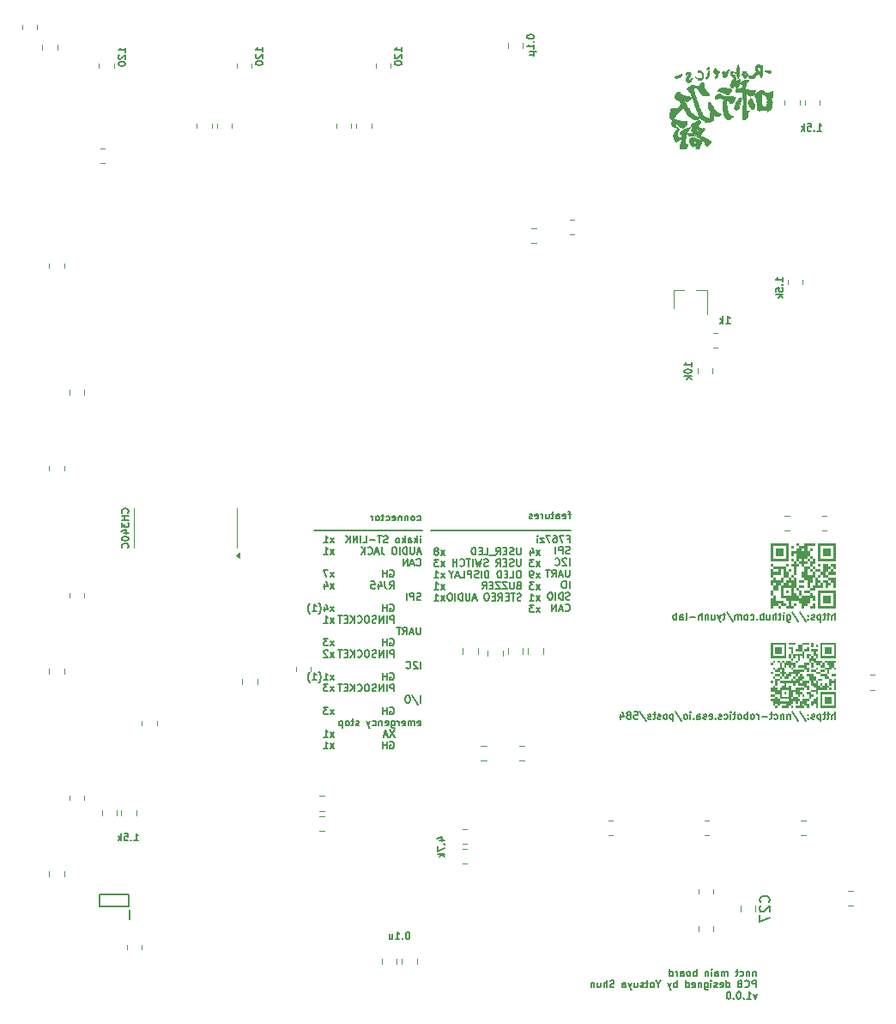
<source format=gbr>
%TF.GenerationSoftware,KiCad,Pcbnew,8.0.3*%
%TF.CreationDate,2024-12-04T19:25:53+09:00*%
%TF.ProjectId,nnct-main,6e6e6374-2d6d-4616-996e-2e6b69636164,rev?*%
%TF.SameCoordinates,Original*%
%TF.FileFunction,Legend,Bot*%
%TF.FilePolarity,Positive*%
%FSLAX46Y46*%
G04 Gerber Fmt 4.6, Leading zero omitted, Abs format (unit mm)*
G04 Created by KiCad (PCBNEW 8.0.3) date 2024-12-04 19:25:53*
%MOMM*%
%LPD*%
G01*
G04 APERTURE LIST*
%ADD10C,0.150000*%
%ADD11C,0.120000*%
%ADD12C,0.200000*%
%ADD13C,0.000000*%
%ADD14C,0.010000*%
G04 APERTURE END LIST*
D10*
X52733333Y-112766033D02*
X53133333Y-112766033D01*
X52933333Y-112766033D02*
X52933333Y-112066033D01*
X52933333Y-112066033D02*
X53000000Y-112166033D01*
X53000000Y-112166033D02*
X53066667Y-112232700D01*
X53066667Y-112232700D02*
X53133333Y-112266033D01*
X52433333Y-112699366D02*
X52400000Y-112732700D01*
X52400000Y-112732700D02*
X52433333Y-112766033D01*
X52433333Y-112766033D02*
X52466666Y-112732700D01*
X52466666Y-112732700D02*
X52433333Y-112699366D01*
X52433333Y-112699366D02*
X52433333Y-112766033D01*
X51766667Y-112066033D02*
X52100000Y-112066033D01*
X52100000Y-112066033D02*
X52133333Y-112399366D01*
X52133333Y-112399366D02*
X52100000Y-112366033D01*
X52100000Y-112366033D02*
X52033333Y-112332700D01*
X52033333Y-112332700D02*
X51866667Y-112332700D01*
X51866667Y-112332700D02*
X51800000Y-112366033D01*
X51800000Y-112366033D02*
X51766667Y-112399366D01*
X51766667Y-112399366D02*
X51733333Y-112466033D01*
X51733333Y-112466033D02*
X51733333Y-112632700D01*
X51733333Y-112632700D02*
X51766667Y-112699366D01*
X51766667Y-112699366D02*
X51800000Y-112732700D01*
X51800000Y-112732700D02*
X51866667Y-112766033D01*
X51866667Y-112766033D02*
X52033333Y-112766033D01*
X52033333Y-112766033D02*
X52100000Y-112732700D01*
X52100000Y-112732700D02*
X52133333Y-112699366D01*
X51433333Y-112766033D02*
X51433333Y-112066033D01*
X51366666Y-112499366D02*
X51166666Y-112766033D01*
X51166666Y-112299366D02*
X51433333Y-112566033D01*
X120133333Y-42766033D02*
X120533333Y-42766033D01*
X120333333Y-42766033D02*
X120333333Y-42066033D01*
X120333333Y-42066033D02*
X120400000Y-42166033D01*
X120400000Y-42166033D02*
X120466667Y-42232700D01*
X120466667Y-42232700D02*
X120533333Y-42266033D01*
X119833333Y-42699366D02*
X119800000Y-42732700D01*
X119800000Y-42732700D02*
X119833333Y-42766033D01*
X119833333Y-42766033D02*
X119866666Y-42732700D01*
X119866666Y-42732700D02*
X119833333Y-42699366D01*
X119833333Y-42699366D02*
X119833333Y-42766033D01*
X119166667Y-42066033D02*
X119500000Y-42066033D01*
X119500000Y-42066033D02*
X119533333Y-42399366D01*
X119533333Y-42399366D02*
X119500000Y-42366033D01*
X119500000Y-42366033D02*
X119433333Y-42332700D01*
X119433333Y-42332700D02*
X119266667Y-42332700D01*
X119266667Y-42332700D02*
X119200000Y-42366033D01*
X119200000Y-42366033D02*
X119166667Y-42399366D01*
X119166667Y-42399366D02*
X119133333Y-42466033D01*
X119133333Y-42466033D02*
X119133333Y-42632700D01*
X119133333Y-42632700D02*
X119166667Y-42699366D01*
X119166667Y-42699366D02*
X119200000Y-42732700D01*
X119200000Y-42732700D02*
X119266667Y-42766033D01*
X119266667Y-42766033D02*
X119433333Y-42766033D01*
X119433333Y-42766033D02*
X119500000Y-42732700D01*
X119500000Y-42732700D02*
X119533333Y-42699366D01*
X118833333Y-42766033D02*
X118833333Y-42066033D01*
X118766666Y-42499366D02*
X118566666Y-42766033D01*
X118566666Y-42299366D02*
X118833333Y-42566033D01*
X79743816Y-121776533D02*
X79677149Y-121776533D01*
X79677149Y-121776533D02*
X79610482Y-121809866D01*
X79610482Y-121809866D02*
X79577149Y-121843200D01*
X79577149Y-121843200D02*
X79543816Y-121909866D01*
X79543816Y-121909866D02*
X79510482Y-122043200D01*
X79510482Y-122043200D02*
X79510482Y-122209866D01*
X79510482Y-122209866D02*
X79543816Y-122343200D01*
X79543816Y-122343200D02*
X79577149Y-122409866D01*
X79577149Y-122409866D02*
X79610482Y-122443200D01*
X79610482Y-122443200D02*
X79677149Y-122476533D01*
X79677149Y-122476533D02*
X79743816Y-122476533D01*
X79743816Y-122476533D02*
X79810482Y-122443200D01*
X79810482Y-122443200D02*
X79843816Y-122409866D01*
X79843816Y-122409866D02*
X79877149Y-122343200D01*
X79877149Y-122343200D02*
X79910482Y-122209866D01*
X79910482Y-122209866D02*
X79910482Y-122043200D01*
X79910482Y-122043200D02*
X79877149Y-121909866D01*
X79877149Y-121909866D02*
X79843816Y-121843200D01*
X79843816Y-121843200D02*
X79810482Y-121809866D01*
X79810482Y-121809866D02*
X79743816Y-121776533D01*
X79210482Y-122409866D02*
X79177149Y-122443200D01*
X79177149Y-122443200D02*
X79210482Y-122476533D01*
X79210482Y-122476533D02*
X79243815Y-122443200D01*
X79243815Y-122443200D02*
X79210482Y-122409866D01*
X79210482Y-122409866D02*
X79210482Y-122476533D01*
X78510482Y-122476533D02*
X78910482Y-122476533D01*
X78710482Y-122476533D02*
X78710482Y-121776533D01*
X78710482Y-121776533D02*
X78777149Y-121876533D01*
X78777149Y-121876533D02*
X78843816Y-121943200D01*
X78843816Y-121943200D02*
X78910482Y-121976533D01*
X77910482Y-122009866D02*
X77910482Y-122476533D01*
X78210482Y-122009866D02*
X78210482Y-122376533D01*
X78210482Y-122376533D02*
X78177149Y-122443200D01*
X78177149Y-122443200D02*
X78110482Y-122476533D01*
X78110482Y-122476533D02*
X78010482Y-122476533D01*
X78010482Y-122476533D02*
X77943815Y-122443200D01*
X77943815Y-122443200D02*
X77910482Y-122409866D01*
X95777149Y-80532905D02*
X95510482Y-80532905D01*
X95677149Y-80999572D02*
X95677149Y-80399572D01*
X95677149Y-80399572D02*
X95643816Y-80332905D01*
X95643816Y-80332905D02*
X95577149Y-80299572D01*
X95577149Y-80299572D02*
X95510482Y-80299572D01*
X95010482Y-80966239D02*
X95077149Y-80999572D01*
X95077149Y-80999572D02*
X95210482Y-80999572D01*
X95210482Y-80999572D02*
X95277149Y-80966239D01*
X95277149Y-80966239D02*
X95310482Y-80899572D01*
X95310482Y-80899572D02*
X95310482Y-80632905D01*
X95310482Y-80632905D02*
X95277149Y-80566239D01*
X95277149Y-80566239D02*
X95210482Y-80532905D01*
X95210482Y-80532905D02*
X95077149Y-80532905D01*
X95077149Y-80532905D02*
X95010482Y-80566239D01*
X95010482Y-80566239D02*
X94977149Y-80632905D01*
X94977149Y-80632905D02*
X94977149Y-80699572D01*
X94977149Y-80699572D02*
X95310482Y-80766239D01*
X94377149Y-80999572D02*
X94377149Y-80632905D01*
X94377149Y-80632905D02*
X94410482Y-80566239D01*
X94410482Y-80566239D02*
X94477149Y-80532905D01*
X94477149Y-80532905D02*
X94610482Y-80532905D01*
X94610482Y-80532905D02*
X94677149Y-80566239D01*
X94377149Y-80966239D02*
X94443816Y-80999572D01*
X94443816Y-80999572D02*
X94610482Y-80999572D01*
X94610482Y-80999572D02*
X94677149Y-80966239D01*
X94677149Y-80966239D02*
X94710482Y-80899572D01*
X94710482Y-80899572D02*
X94710482Y-80832905D01*
X94710482Y-80832905D02*
X94677149Y-80766239D01*
X94677149Y-80766239D02*
X94610482Y-80732905D01*
X94610482Y-80732905D02*
X94443816Y-80732905D01*
X94443816Y-80732905D02*
X94377149Y-80699572D01*
X94143816Y-80532905D02*
X93877149Y-80532905D01*
X94043816Y-80299572D02*
X94043816Y-80899572D01*
X94043816Y-80899572D02*
X94010483Y-80966239D01*
X94010483Y-80966239D02*
X93943816Y-80999572D01*
X93943816Y-80999572D02*
X93877149Y-80999572D01*
X93343816Y-80532905D02*
X93343816Y-80999572D01*
X93643816Y-80532905D02*
X93643816Y-80899572D01*
X93643816Y-80899572D02*
X93610483Y-80966239D01*
X93610483Y-80966239D02*
X93543816Y-80999572D01*
X93543816Y-80999572D02*
X93443816Y-80999572D01*
X93443816Y-80999572D02*
X93377149Y-80966239D01*
X93377149Y-80966239D02*
X93343816Y-80932905D01*
X93010483Y-80999572D02*
X93010483Y-80532905D01*
X93010483Y-80666239D02*
X92977150Y-80599572D01*
X92977150Y-80599572D02*
X92943816Y-80566239D01*
X92943816Y-80566239D02*
X92877150Y-80532905D01*
X92877150Y-80532905D02*
X92810483Y-80532905D01*
X92310483Y-80966239D02*
X92377150Y-80999572D01*
X92377150Y-80999572D02*
X92510483Y-80999572D01*
X92510483Y-80999572D02*
X92577150Y-80966239D01*
X92577150Y-80966239D02*
X92610483Y-80899572D01*
X92610483Y-80899572D02*
X92610483Y-80632905D01*
X92610483Y-80632905D02*
X92577150Y-80566239D01*
X92577150Y-80566239D02*
X92510483Y-80532905D01*
X92510483Y-80532905D02*
X92377150Y-80532905D01*
X92377150Y-80532905D02*
X92310483Y-80566239D01*
X92310483Y-80566239D02*
X92277150Y-80632905D01*
X92277150Y-80632905D02*
X92277150Y-80699572D01*
X92277150Y-80699572D02*
X92610483Y-80766239D01*
X92010483Y-80966239D02*
X91943817Y-80999572D01*
X91943817Y-80999572D02*
X91810483Y-80999572D01*
X91810483Y-80999572D02*
X91743817Y-80966239D01*
X91743817Y-80966239D02*
X91710483Y-80899572D01*
X91710483Y-80899572D02*
X91710483Y-80866239D01*
X91710483Y-80866239D02*
X91743817Y-80799572D01*
X91743817Y-80799572D02*
X91810483Y-80766239D01*
X91810483Y-80766239D02*
X91910483Y-80766239D01*
X91910483Y-80766239D02*
X91977150Y-80732905D01*
X91977150Y-80732905D02*
X92010483Y-80666239D01*
X92010483Y-80666239D02*
X92010483Y-80632905D01*
X92010483Y-80632905D02*
X91977150Y-80566239D01*
X91977150Y-80566239D02*
X91910483Y-80532905D01*
X91910483Y-80532905D02*
X91810483Y-80532905D01*
X91810483Y-80532905D02*
X91743817Y-80566239D01*
X95843816Y-82193200D02*
X95310482Y-82193200D01*
X95310483Y-82193200D02*
X94777149Y-82193200D01*
X94777150Y-82193200D02*
X94243816Y-82193200D01*
X94243817Y-82193200D02*
X93710483Y-82193200D01*
X93710484Y-82193200D02*
X93177150Y-82193200D01*
X93177151Y-82193200D02*
X92643817Y-82193200D01*
X92643818Y-82193200D02*
X92110484Y-82193200D01*
X92110485Y-82193200D02*
X91577151Y-82193200D01*
X91577152Y-82193200D02*
X91043818Y-82193200D01*
X91043819Y-82193200D02*
X90510485Y-82193200D01*
X90510486Y-82193200D02*
X89977152Y-82193200D01*
X89977153Y-82193200D02*
X89443819Y-82193200D01*
X89443820Y-82193200D02*
X88910486Y-82193200D01*
X88910487Y-82193200D02*
X88377153Y-82193200D01*
X88377154Y-82193200D02*
X87843820Y-82193200D01*
X87843821Y-82193200D02*
X87310487Y-82193200D01*
X87310488Y-82193200D02*
X86777154Y-82193200D01*
X86777155Y-82193200D02*
X86243821Y-82193200D01*
X86243822Y-82193200D02*
X85710488Y-82193200D01*
X85710489Y-82193200D02*
X85177155Y-82193200D01*
X85177156Y-82193200D02*
X84643822Y-82193200D01*
X84643823Y-82193200D02*
X84110489Y-82193200D01*
X84110490Y-82193200D02*
X83577156Y-82193200D01*
X83577157Y-82193200D02*
X83043823Y-82193200D01*
X83043824Y-82193200D02*
X82510490Y-82193200D01*
X82510491Y-82193200D02*
X81977157Y-82193200D01*
X80677149Y-81144234D02*
X80743816Y-81172805D01*
X80743816Y-81172805D02*
X80877149Y-81172805D01*
X80877149Y-81172805D02*
X80943816Y-81144234D01*
X80943816Y-81144234D02*
X80977149Y-81115662D01*
X80977149Y-81115662D02*
X81010482Y-81058519D01*
X81010482Y-81058519D02*
X81010482Y-80887091D01*
X81010482Y-80887091D02*
X80977149Y-80829948D01*
X80977149Y-80829948D02*
X80943816Y-80801376D01*
X80943816Y-80801376D02*
X80877149Y-80772805D01*
X80877149Y-80772805D02*
X80743816Y-80772805D01*
X80743816Y-80772805D02*
X80677149Y-80801376D01*
X80277149Y-81172805D02*
X80343816Y-81144234D01*
X80343816Y-81144234D02*
X80377149Y-81115662D01*
X80377149Y-81115662D02*
X80410482Y-81058519D01*
X80410482Y-81058519D02*
X80410482Y-80887091D01*
X80410482Y-80887091D02*
X80377149Y-80829948D01*
X80377149Y-80829948D02*
X80343816Y-80801376D01*
X80343816Y-80801376D02*
X80277149Y-80772805D01*
X80277149Y-80772805D02*
X80177149Y-80772805D01*
X80177149Y-80772805D02*
X80110482Y-80801376D01*
X80110482Y-80801376D02*
X80077149Y-80829948D01*
X80077149Y-80829948D02*
X80043816Y-80887091D01*
X80043816Y-80887091D02*
X80043816Y-81058519D01*
X80043816Y-81058519D02*
X80077149Y-81115662D01*
X80077149Y-81115662D02*
X80110482Y-81144234D01*
X80110482Y-81144234D02*
X80177149Y-81172805D01*
X80177149Y-81172805D02*
X80277149Y-81172805D01*
X79743816Y-80772805D02*
X79743816Y-81172805D01*
X79743816Y-80829948D02*
X79710483Y-80801376D01*
X79710483Y-80801376D02*
X79643816Y-80772805D01*
X79643816Y-80772805D02*
X79543816Y-80772805D01*
X79543816Y-80772805D02*
X79477149Y-80801376D01*
X79477149Y-80801376D02*
X79443816Y-80858519D01*
X79443816Y-80858519D02*
X79443816Y-81172805D01*
X79110483Y-80772805D02*
X79110483Y-81172805D01*
X79110483Y-80829948D02*
X79077150Y-80801376D01*
X79077150Y-80801376D02*
X79010483Y-80772805D01*
X79010483Y-80772805D02*
X78910483Y-80772805D01*
X78910483Y-80772805D02*
X78843816Y-80801376D01*
X78843816Y-80801376D02*
X78810483Y-80858519D01*
X78810483Y-80858519D02*
X78810483Y-81172805D01*
X78210483Y-81144234D02*
X78277150Y-81172805D01*
X78277150Y-81172805D02*
X78410483Y-81172805D01*
X78410483Y-81172805D02*
X78477150Y-81144234D01*
X78477150Y-81144234D02*
X78510483Y-81087091D01*
X78510483Y-81087091D02*
X78510483Y-80858519D01*
X78510483Y-80858519D02*
X78477150Y-80801376D01*
X78477150Y-80801376D02*
X78410483Y-80772805D01*
X78410483Y-80772805D02*
X78277150Y-80772805D01*
X78277150Y-80772805D02*
X78210483Y-80801376D01*
X78210483Y-80801376D02*
X78177150Y-80858519D01*
X78177150Y-80858519D02*
X78177150Y-80915662D01*
X78177150Y-80915662D02*
X78510483Y-80972805D01*
X77577150Y-81144234D02*
X77643817Y-81172805D01*
X77643817Y-81172805D02*
X77777150Y-81172805D01*
X77777150Y-81172805D02*
X77843817Y-81144234D01*
X77843817Y-81144234D02*
X77877150Y-81115662D01*
X77877150Y-81115662D02*
X77910483Y-81058519D01*
X77910483Y-81058519D02*
X77910483Y-80887091D01*
X77910483Y-80887091D02*
X77877150Y-80829948D01*
X77877150Y-80829948D02*
X77843817Y-80801376D01*
X77843817Y-80801376D02*
X77777150Y-80772805D01*
X77777150Y-80772805D02*
X77643817Y-80772805D01*
X77643817Y-80772805D02*
X77577150Y-80801376D01*
X77377150Y-80772805D02*
X77110483Y-80772805D01*
X77277150Y-80572805D02*
X77277150Y-81087091D01*
X77277150Y-81087091D02*
X77243817Y-81144234D01*
X77243817Y-81144234D02*
X77177150Y-81172805D01*
X77177150Y-81172805D02*
X77110483Y-81172805D01*
X76777150Y-81172805D02*
X76843817Y-81144234D01*
X76843817Y-81144234D02*
X76877150Y-81115662D01*
X76877150Y-81115662D02*
X76910483Y-81058519D01*
X76910483Y-81058519D02*
X76910483Y-80887091D01*
X76910483Y-80887091D02*
X76877150Y-80829948D01*
X76877150Y-80829948D02*
X76843817Y-80801376D01*
X76843817Y-80801376D02*
X76777150Y-80772805D01*
X76777150Y-80772805D02*
X76677150Y-80772805D01*
X76677150Y-80772805D02*
X76610483Y-80801376D01*
X76610483Y-80801376D02*
X76577150Y-80829948D01*
X76577150Y-80829948D02*
X76543817Y-80887091D01*
X76543817Y-80887091D02*
X76543817Y-81058519D01*
X76543817Y-81058519D02*
X76577150Y-81115662D01*
X76577150Y-81115662D02*
X76610483Y-81144234D01*
X76610483Y-81144234D02*
X76677150Y-81172805D01*
X76677150Y-81172805D02*
X76777150Y-81172805D01*
X76243817Y-81172805D02*
X76243817Y-80772805D01*
X76243817Y-80887091D02*
X76210484Y-80829948D01*
X76210484Y-80829948D02*
X76177150Y-80801376D01*
X76177150Y-80801376D02*
X76110484Y-80772805D01*
X76110484Y-80772805D02*
X76043817Y-80772805D01*
X81143816Y-82195914D02*
X80610482Y-82195914D01*
X80610483Y-82195914D02*
X80077149Y-82195914D01*
X80077150Y-82195914D02*
X79543816Y-82195914D01*
X79543817Y-82195914D02*
X79010483Y-82195914D01*
X79010484Y-82195914D02*
X78477150Y-82195914D01*
X78477151Y-82195914D02*
X77943817Y-82195914D01*
X77943818Y-82195914D02*
X77410484Y-82195914D01*
X77410485Y-82195914D02*
X76877151Y-82195914D01*
X76877152Y-82195914D02*
X76343818Y-82195914D01*
X76343819Y-82195914D02*
X75810485Y-82195914D01*
X75810486Y-82195914D02*
X75277152Y-82195914D01*
X75277153Y-82195914D02*
X74743819Y-82195914D01*
X74743820Y-82195914D02*
X74210486Y-82195914D01*
X74210487Y-82195914D02*
X73677153Y-82195914D01*
X73677154Y-82195914D02*
X73143820Y-82195914D01*
X73143821Y-82195914D02*
X72610487Y-82195914D01*
X72610488Y-82195914D02*
X72077154Y-82195914D01*
X72077155Y-82195914D02*
X71543821Y-82195914D01*
X71543822Y-82195914D02*
X71010488Y-82195914D01*
X71010489Y-82195914D02*
X70477155Y-82195914D01*
X90877149Y-83868689D02*
X90877149Y-84435356D01*
X90877149Y-84435356D02*
X90843816Y-84502022D01*
X90843816Y-84502022D02*
X90810482Y-84535356D01*
X90810482Y-84535356D02*
X90743816Y-84568689D01*
X90743816Y-84568689D02*
X90610482Y-84568689D01*
X90610482Y-84568689D02*
X90543816Y-84535356D01*
X90543816Y-84535356D02*
X90510482Y-84502022D01*
X90510482Y-84502022D02*
X90477149Y-84435356D01*
X90477149Y-84435356D02*
X90477149Y-83868689D01*
X90177149Y-84535356D02*
X90077149Y-84568689D01*
X90077149Y-84568689D02*
X89910483Y-84568689D01*
X89910483Y-84568689D02*
X89843816Y-84535356D01*
X89843816Y-84535356D02*
X89810483Y-84502022D01*
X89810483Y-84502022D02*
X89777149Y-84435356D01*
X89777149Y-84435356D02*
X89777149Y-84368689D01*
X89777149Y-84368689D02*
X89810483Y-84302022D01*
X89810483Y-84302022D02*
X89843816Y-84268689D01*
X89843816Y-84268689D02*
X89910483Y-84235356D01*
X89910483Y-84235356D02*
X90043816Y-84202022D01*
X90043816Y-84202022D02*
X90110483Y-84168689D01*
X90110483Y-84168689D02*
X90143816Y-84135356D01*
X90143816Y-84135356D02*
X90177149Y-84068689D01*
X90177149Y-84068689D02*
X90177149Y-84002022D01*
X90177149Y-84002022D02*
X90143816Y-83935356D01*
X90143816Y-83935356D02*
X90110483Y-83902022D01*
X90110483Y-83902022D02*
X90043816Y-83868689D01*
X90043816Y-83868689D02*
X89877149Y-83868689D01*
X89877149Y-83868689D02*
X89777149Y-83902022D01*
X89477149Y-84202022D02*
X89243816Y-84202022D01*
X89143816Y-84568689D02*
X89477149Y-84568689D01*
X89477149Y-84568689D02*
X89477149Y-83868689D01*
X89477149Y-83868689D02*
X89143816Y-83868689D01*
X88443816Y-84568689D02*
X88677149Y-84235356D01*
X88843816Y-84568689D02*
X88843816Y-83868689D01*
X88843816Y-83868689D02*
X88577149Y-83868689D01*
X88577149Y-83868689D02*
X88510483Y-83902022D01*
X88510483Y-83902022D02*
X88477149Y-83935356D01*
X88477149Y-83935356D02*
X88443816Y-84002022D01*
X88443816Y-84002022D02*
X88443816Y-84102022D01*
X88443816Y-84102022D02*
X88477149Y-84168689D01*
X88477149Y-84168689D02*
X88510483Y-84202022D01*
X88510483Y-84202022D02*
X88577149Y-84235356D01*
X88577149Y-84235356D02*
X88843816Y-84235356D01*
X88310483Y-84635356D02*
X87777149Y-84635356D01*
X87277150Y-84568689D02*
X87610483Y-84568689D01*
X87610483Y-84568689D02*
X87610483Y-83868689D01*
X87043816Y-84202022D02*
X86810483Y-84202022D01*
X86710483Y-84568689D02*
X87043816Y-84568689D01*
X87043816Y-84568689D02*
X87043816Y-83868689D01*
X87043816Y-83868689D02*
X86710483Y-83868689D01*
X86410483Y-84568689D02*
X86410483Y-83868689D01*
X86410483Y-83868689D02*
X86243816Y-83868689D01*
X86243816Y-83868689D02*
X86143816Y-83902022D01*
X86143816Y-83902022D02*
X86077150Y-83968689D01*
X86077150Y-83968689D02*
X86043816Y-84035356D01*
X86043816Y-84035356D02*
X86010483Y-84168689D01*
X86010483Y-84168689D02*
X86010483Y-84268689D01*
X86010483Y-84268689D02*
X86043816Y-84402022D01*
X86043816Y-84402022D02*
X86077150Y-84468689D01*
X86077150Y-84468689D02*
X86143816Y-84535356D01*
X86143816Y-84535356D02*
X86243816Y-84568689D01*
X86243816Y-84568689D02*
X86410483Y-84568689D01*
X90877149Y-84995650D02*
X90877149Y-85562317D01*
X90877149Y-85562317D02*
X90843816Y-85628983D01*
X90843816Y-85628983D02*
X90810482Y-85662317D01*
X90810482Y-85662317D02*
X90743816Y-85695650D01*
X90743816Y-85695650D02*
X90610482Y-85695650D01*
X90610482Y-85695650D02*
X90543816Y-85662317D01*
X90543816Y-85662317D02*
X90510482Y-85628983D01*
X90510482Y-85628983D02*
X90477149Y-85562317D01*
X90477149Y-85562317D02*
X90477149Y-84995650D01*
X90177149Y-85662317D02*
X90077149Y-85695650D01*
X90077149Y-85695650D02*
X89910483Y-85695650D01*
X89910483Y-85695650D02*
X89843816Y-85662317D01*
X89843816Y-85662317D02*
X89810483Y-85628983D01*
X89810483Y-85628983D02*
X89777149Y-85562317D01*
X89777149Y-85562317D02*
X89777149Y-85495650D01*
X89777149Y-85495650D02*
X89810483Y-85428983D01*
X89810483Y-85428983D02*
X89843816Y-85395650D01*
X89843816Y-85395650D02*
X89910483Y-85362317D01*
X89910483Y-85362317D02*
X90043816Y-85328983D01*
X90043816Y-85328983D02*
X90110483Y-85295650D01*
X90110483Y-85295650D02*
X90143816Y-85262317D01*
X90143816Y-85262317D02*
X90177149Y-85195650D01*
X90177149Y-85195650D02*
X90177149Y-85128983D01*
X90177149Y-85128983D02*
X90143816Y-85062317D01*
X90143816Y-85062317D02*
X90110483Y-85028983D01*
X90110483Y-85028983D02*
X90043816Y-84995650D01*
X90043816Y-84995650D02*
X89877149Y-84995650D01*
X89877149Y-84995650D02*
X89777149Y-85028983D01*
X89477149Y-85328983D02*
X89243816Y-85328983D01*
X89143816Y-85695650D02*
X89477149Y-85695650D01*
X89477149Y-85695650D02*
X89477149Y-84995650D01*
X89477149Y-84995650D02*
X89143816Y-84995650D01*
X88443816Y-85695650D02*
X88677149Y-85362317D01*
X88843816Y-85695650D02*
X88843816Y-84995650D01*
X88843816Y-84995650D02*
X88577149Y-84995650D01*
X88577149Y-84995650D02*
X88510483Y-85028983D01*
X88510483Y-85028983D02*
X88477149Y-85062317D01*
X88477149Y-85062317D02*
X88443816Y-85128983D01*
X88443816Y-85128983D02*
X88443816Y-85228983D01*
X88443816Y-85228983D02*
X88477149Y-85295650D01*
X88477149Y-85295650D02*
X88510483Y-85328983D01*
X88510483Y-85328983D02*
X88577149Y-85362317D01*
X88577149Y-85362317D02*
X88843816Y-85362317D01*
X87643816Y-85662317D02*
X87543816Y-85695650D01*
X87543816Y-85695650D02*
X87377150Y-85695650D01*
X87377150Y-85695650D02*
X87310483Y-85662317D01*
X87310483Y-85662317D02*
X87277150Y-85628983D01*
X87277150Y-85628983D02*
X87243816Y-85562317D01*
X87243816Y-85562317D02*
X87243816Y-85495650D01*
X87243816Y-85495650D02*
X87277150Y-85428983D01*
X87277150Y-85428983D02*
X87310483Y-85395650D01*
X87310483Y-85395650D02*
X87377150Y-85362317D01*
X87377150Y-85362317D02*
X87510483Y-85328983D01*
X87510483Y-85328983D02*
X87577150Y-85295650D01*
X87577150Y-85295650D02*
X87610483Y-85262317D01*
X87610483Y-85262317D02*
X87643816Y-85195650D01*
X87643816Y-85195650D02*
X87643816Y-85128983D01*
X87643816Y-85128983D02*
X87610483Y-85062317D01*
X87610483Y-85062317D02*
X87577150Y-85028983D01*
X87577150Y-85028983D02*
X87510483Y-84995650D01*
X87510483Y-84995650D02*
X87343816Y-84995650D01*
X87343816Y-84995650D02*
X87243816Y-85028983D01*
X87010483Y-84995650D02*
X86843816Y-85695650D01*
X86843816Y-85695650D02*
X86710483Y-85195650D01*
X86710483Y-85195650D02*
X86577149Y-85695650D01*
X86577149Y-85695650D02*
X86410483Y-84995650D01*
X86143816Y-85695650D02*
X86143816Y-84995650D01*
X85910483Y-84995650D02*
X85510483Y-84995650D01*
X85710483Y-85695650D02*
X85710483Y-84995650D01*
X84877150Y-85628983D02*
X84910483Y-85662317D01*
X84910483Y-85662317D02*
X85010483Y-85695650D01*
X85010483Y-85695650D02*
X85077150Y-85695650D01*
X85077150Y-85695650D02*
X85177150Y-85662317D01*
X85177150Y-85662317D02*
X85243817Y-85595650D01*
X85243817Y-85595650D02*
X85277150Y-85528983D01*
X85277150Y-85528983D02*
X85310483Y-85395650D01*
X85310483Y-85395650D02*
X85310483Y-85295650D01*
X85310483Y-85295650D02*
X85277150Y-85162317D01*
X85277150Y-85162317D02*
X85243817Y-85095650D01*
X85243817Y-85095650D02*
X85177150Y-85028983D01*
X85177150Y-85028983D02*
X85077150Y-84995650D01*
X85077150Y-84995650D02*
X85010483Y-84995650D01*
X85010483Y-84995650D02*
X84910483Y-85028983D01*
X84910483Y-85028983D02*
X84877150Y-85062317D01*
X84577150Y-85695650D02*
X84577150Y-84995650D01*
X84577150Y-85328983D02*
X84177150Y-85328983D01*
X84177150Y-85695650D02*
X84177150Y-84995650D01*
X90743816Y-86122611D02*
X90610482Y-86122611D01*
X90610482Y-86122611D02*
X90543816Y-86155944D01*
X90543816Y-86155944D02*
X90477149Y-86222611D01*
X90477149Y-86222611D02*
X90443816Y-86355944D01*
X90443816Y-86355944D02*
X90443816Y-86589278D01*
X90443816Y-86589278D02*
X90477149Y-86722611D01*
X90477149Y-86722611D02*
X90543816Y-86789278D01*
X90543816Y-86789278D02*
X90610482Y-86822611D01*
X90610482Y-86822611D02*
X90743816Y-86822611D01*
X90743816Y-86822611D02*
X90810482Y-86789278D01*
X90810482Y-86789278D02*
X90877149Y-86722611D01*
X90877149Y-86722611D02*
X90910482Y-86589278D01*
X90910482Y-86589278D02*
X90910482Y-86355944D01*
X90910482Y-86355944D02*
X90877149Y-86222611D01*
X90877149Y-86222611D02*
X90810482Y-86155944D01*
X90810482Y-86155944D02*
X90743816Y-86122611D01*
X89810483Y-86822611D02*
X90143816Y-86822611D01*
X90143816Y-86822611D02*
X90143816Y-86122611D01*
X89577149Y-86455944D02*
X89343816Y-86455944D01*
X89243816Y-86822611D02*
X89577149Y-86822611D01*
X89577149Y-86822611D02*
X89577149Y-86122611D01*
X89577149Y-86122611D02*
X89243816Y-86122611D01*
X88943816Y-86822611D02*
X88943816Y-86122611D01*
X88943816Y-86122611D02*
X88777149Y-86122611D01*
X88777149Y-86122611D02*
X88677149Y-86155944D01*
X88677149Y-86155944D02*
X88610483Y-86222611D01*
X88610483Y-86222611D02*
X88577149Y-86289278D01*
X88577149Y-86289278D02*
X88543816Y-86422611D01*
X88543816Y-86422611D02*
X88543816Y-86522611D01*
X88543816Y-86522611D02*
X88577149Y-86655944D01*
X88577149Y-86655944D02*
X88610483Y-86722611D01*
X88610483Y-86722611D02*
X88677149Y-86789278D01*
X88677149Y-86789278D02*
X88777149Y-86822611D01*
X88777149Y-86822611D02*
X88943816Y-86822611D01*
X87710483Y-86822611D02*
X87710483Y-86122611D01*
X87710483Y-86122611D02*
X87543816Y-86122611D01*
X87543816Y-86122611D02*
X87443816Y-86155944D01*
X87443816Y-86155944D02*
X87377150Y-86222611D01*
X87377150Y-86222611D02*
X87343816Y-86289278D01*
X87343816Y-86289278D02*
X87310483Y-86422611D01*
X87310483Y-86422611D02*
X87310483Y-86522611D01*
X87310483Y-86522611D02*
X87343816Y-86655944D01*
X87343816Y-86655944D02*
X87377150Y-86722611D01*
X87377150Y-86722611D02*
X87443816Y-86789278D01*
X87443816Y-86789278D02*
X87543816Y-86822611D01*
X87543816Y-86822611D02*
X87710483Y-86822611D01*
X87010483Y-86822611D02*
X87010483Y-86122611D01*
X86710483Y-86789278D02*
X86610483Y-86822611D01*
X86610483Y-86822611D02*
X86443817Y-86822611D01*
X86443817Y-86822611D02*
X86377150Y-86789278D01*
X86377150Y-86789278D02*
X86343817Y-86755944D01*
X86343817Y-86755944D02*
X86310483Y-86689278D01*
X86310483Y-86689278D02*
X86310483Y-86622611D01*
X86310483Y-86622611D02*
X86343817Y-86555944D01*
X86343817Y-86555944D02*
X86377150Y-86522611D01*
X86377150Y-86522611D02*
X86443817Y-86489278D01*
X86443817Y-86489278D02*
X86577150Y-86455944D01*
X86577150Y-86455944D02*
X86643817Y-86422611D01*
X86643817Y-86422611D02*
X86677150Y-86389278D01*
X86677150Y-86389278D02*
X86710483Y-86322611D01*
X86710483Y-86322611D02*
X86710483Y-86255944D01*
X86710483Y-86255944D02*
X86677150Y-86189278D01*
X86677150Y-86189278D02*
X86643817Y-86155944D01*
X86643817Y-86155944D02*
X86577150Y-86122611D01*
X86577150Y-86122611D02*
X86410483Y-86122611D01*
X86410483Y-86122611D02*
X86310483Y-86155944D01*
X86010483Y-86822611D02*
X86010483Y-86122611D01*
X86010483Y-86122611D02*
X85743816Y-86122611D01*
X85743816Y-86122611D02*
X85677150Y-86155944D01*
X85677150Y-86155944D02*
X85643816Y-86189278D01*
X85643816Y-86189278D02*
X85610483Y-86255944D01*
X85610483Y-86255944D02*
X85610483Y-86355944D01*
X85610483Y-86355944D02*
X85643816Y-86422611D01*
X85643816Y-86422611D02*
X85677150Y-86455944D01*
X85677150Y-86455944D02*
X85743816Y-86489278D01*
X85743816Y-86489278D02*
X86010483Y-86489278D01*
X84977150Y-86822611D02*
X85310483Y-86822611D01*
X85310483Y-86822611D02*
X85310483Y-86122611D01*
X84777149Y-86622611D02*
X84443816Y-86622611D01*
X84843816Y-86822611D02*
X84610483Y-86122611D01*
X84610483Y-86122611D02*
X84377149Y-86822611D01*
X84010483Y-86489278D02*
X84010483Y-86822611D01*
X84243816Y-86122611D02*
X84010483Y-86489278D01*
X84010483Y-86489278D02*
X83777149Y-86122611D01*
X90643816Y-87582905D02*
X90543816Y-87616239D01*
X90543816Y-87616239D02*
X90510482Y-87649572D01*
X90510482Y-87649572D02*
X90477149Y-87716239D01*
X90477149Y-87716239D02*
X90477149Y-87816239D01*
X90477149Y-87816239D02*
X90510482Y-87882905D01*
X90510482Y-87882905D02*
X90543816Y-87916239D01*
X90543816Y-87916239D02*
X90610482Y-87949572D01*
X90610482Y-87949572D02*
X90877149Y-87949572D01*
X90877149Y-87949572D02*
X90877149Y-87249572D01*
X90877149Y-87249572D02*
X90643816Y-87249572D01*
X90643816Y-87249572D02*
X90577149Y-87282905D01*
X90577149Y-87282905D02*
X90543816Y-87316239D01*
X90543816Y-87316239D02*
X90510482Y-87382905D01*
X90510482Y-87382905D02*
X90510482Y-87449572D01*
X90510482Y-87449572D02*
X90543816Y-87516239D01*
X90543816Y-87516239D02*
X90577149Y-87549572D01*
X90577149Y-87549572D02*
X90643816Y-87582905D01*
X90643816Y-87582905D02*
X90877149Y-87582905D01*
X90177149Y-87249572D02*
X90177149Y-87816239D01*
X90177149Y-87816239D02*
X90143816Y-87882905D01*
X90143816Y-87882905D02*
X90110482Y-87916239D01*
X90110482Y-87916239D02*
X90043816Y-87949572D01*
X90043816Y-87949572D02*
X89910482Y-87949572D01*
X89910482Y-87949572D02*
X89843816Y-87916239D01*
X89843816Y-87916239D02*
X89810482Y-87882905D01*
X89810482Y-87882905D02*
X89777149Y-87816239D01*
X89777149Y-87816239D02*
X89777149Y-87249572D01*
X89510483Y-87249572D02*
X89043816Y-87249572D01*
X89043816Y-87249572D02*
X89510483Y-87949572D01*
X89510483Y-87949572D02*
X89043816Y-87949572D01*
X88843816Y-87249572D02*
X88377149Y-87249572D01*
X88377149Y-87249572D02*
X88843816Y-87949572D01*
X88843816Y-87949572D02*
X88377149Y-87949572D01*
X88110482Y-87582905D02*
X87877149Y-87582905D01*
X87777149Y-87949572D02*
X88110482Y-87949572D01*
X88110482Y-87949572D02*
X88110482Y-87249572D01*
X88110482Y-87249572D02*
X87777149Y-87249572D01*
X87077149Y-87949572D02*
X87310482Y-87616239D01*
X87477149Y-87949572D02*
X87477149Y-87249572D01*
X87477149Y-87249572D02*
X87210482Y-87249572D01*
X87210482Y-87249572D02*
X87143816Y-87282905D01*
X87143816Y-87282905D02*
X87110482Y-87316239D01*
X87110482Y-87316239D02*
X87077149Y-87382905D01*
X87077149Y-87382905D02*
X87077149Y-87482905D01*
X87077149Y-87482905D02*
X87110482Y-87549572D01*
X87110482Y-87549572D02*
X87143816Y-87582905D01*
X87143816Y-87582905D02*
X87210482Y-87616239D01*
X87210482Y-87616239D02*
X87477149Y-87616239D01*
X90910482Y-89043200D02*
X90810482Y-89076533D01*
X90810482Y-89076533D02*
X90643816Y-89076533D01*
X90643816Y-89076533D02*
X90577149Y-89043200D01*
X90577149Y-89043200D02*
X90543816Y-89009866D01*
X90543816Y-89009866D02*
X90510482Y-88943200D01*
X90510482Y-88943200D02*
X90510482Y-88876533D01*
X90510482Y-88876533D02*
X90543816Y-88809866D01*
X90543816Y-88809866D02*
X90577149Y-88776533D01*
X90577149Y-88776533D02*
X90643816Y-88743200D01*
X90643816Y-88743200D02*
X90777149Y-88709866D01*
X90777149Y-88709866D02*
X90843816Y-88676533D01*
X90843816Y-88676533D02*
X90877149Y-88643200D01*
X90877149Y-88643200D02*
X90910482Y-88576533D01*
X90910482Y-88576533D02*
X90910482Y-88509866D01*
X90910482Y-88509866D02*
X90877149Y-88443200D01*
X90877149Y-88443200D02*
X90843816Y-88409866D01*
X90843816Y-88409866D02*
X90777149Y-88376533D01*
X90777149Y-88376533D02*
X90610482Y-88376533D01*
X90610482Y-88376533D02*
X90510482Y-88409866D01*
X90310482Y-88376533D02*
X89910482Y-88376533D01*
X90110482Y-89076533D02*
X90110482Y-88376533D01*
X89677149Y-88709866D02*
X89443816Y-88709866D01*
X89343816Y-89076533D02*
X89677149Y-89076533D01*
X89677149Y-89076533D02*
X89677149Y-88376533D01*
X89677149Y-88376533D02*
X89343816Y-88376533D01*
X88643816Y-89076533D02*
X88877149Y-88743200D01*
X89043816Y-89076533D02*
X89043816Y-88376533D01*
X89043816Y-88376533D02*
X88777149Y-88376533D01*
X88777149Y-88376533D02*
X88710483Y-88409866D01*
X88710483Y-88409866D02*
X88677149Y-88443200D01*
X88677149Y-88443200D02*
X88643816Y-88509866D01*
X88643816Y-88509866D02*
X88643816Y-88609866D01*
X88643816Y-88609866D02*
X88677149Y-88676533D01*
X88677149Y-88676533D02*
X88710483Y-88709866D01*
X88710483Y-88709866D02*
X88777149Y-88743200D01*
X88777149Y-88743200D02*
X89043816Y-88743200D01*
X88343816Y-88709866D02*
X88110483Y-88709866D01*
X88010483Y-89076533D02*
X88343816Y-89076533D01*
X88343816Y-89076533D02*
X88343816Y-88376533D01*
X88343816Y-88376533D02*
X88010483Y-88376533D01*
X87577150Y-88376533D02*
X87443816Y-88376533D01*
X87443816Y-88376533D02*
X87377150Y-88409866D01*
X87377150Y-88409866D02*
X87310483Y-88476533D01*
X87310483Y-88476533D02*
X87277150Y-88609866D01*
X87277150Y-88609866D02*
X87277150Y-88843200D01*
X87277150Y-88843200D02*
X87310483Y-88976533D01*
X87310483Y-88976533D02*
X87377150Y-89043200D01*
X87377150Y-89043200D02*
X87443816Y-89076533D01*
X87443816Y-89076533D02*
X87577150Y-89076533D01*
X87577150Y-89076533D02*
X87643816Y-89043200D01*
X87643816Y-89043200D02*
X87710483Y-88976533D01*
X87710483Y-88976533D02*
X87743816Y-88843200D01*
X87743816Y-88843200D02*
X87743816Y-88609866D01*
X87743816Y-88609866D02*
X87710483Y-88476533D01*
X87710483Y-88476533D02*
X87643816Y-88409866D01*
X87643816Y-88409866D02*
X87577150Y-88376533D01*
X86477150Y-88876533D02*
X86143817Y-88876533D01*
X86543817Y-89076533D02*
X86310484Y-88376533D01*
X86310484Y-88376533D02*
X86077150Y-89076533D01*
X85843817Y-88376533D02*
X85843817Y-88943200D01*
X85843817Y-88943200D02*
X85810484Y-89009866D01*
X85810484Y-89009866D02*
X85777150Y-89043200D01*
X85777150Y-89043200D02*
X85710484Y-89076533D01*
X85710484Y-89076533D02*
X85577150Y-89076533D01*
X85577150Y-89076533D02*
X85510484Y-89043200D01*
X85510484Y-89043200D02*
X85477150Y-89009866D01*
X85477150Y-89009866D02*
X85443817Y-88943200D01*
X85443817Y-88943200D02*
X85443817Y-88376533D01*
X85110484Y-89076533D02*
X85110484Y-88376533D01*
X85110484Y-88376533D02*
X84943817Y-88376533D01*
X84943817Y-88376533D02*
X84843817Y-88409866D01*
X84843817Y-88409866D02*
X84777151Y-88476533D01*
X84777151Y-88476533D02*
X84743817Y-88543200D01*
X84743817Y-88543200D02*
X84710484Y-88676533D01*
X84710484Y-88676533D02*
X84710484Y-88776533D01*
X84710484Y-88776533D02*
X84743817Y-88909866D01*
X84743817Y-88909866D02*
X84777151Y-88976533D01*
X84777151Y-88976533D02*
X84843817Y-89043200D01*
X84843817Y-89043200D02*
X84943817Y-89076533D01*
X84943817Y-89076533D02*
X85110484Y-89076533D01*
X84410484Y-89076533D02*
X84410484Y-88376533D01*
X83943818Y-88376533D02*
X83810484Y-88376533D01*
X83810484Y-88376533D02*
X83743818Y-88409866D01*
X83743818Y-88409866D02*
X83677151Y-88476533D01*
X83677151Y-88476533D02*
X83643818Y-88609866D01*
X83643818Y-88609866D02*
X83643818Y-88843200D01*
X83643818Y-88843200D02*
X83677151Y-88976533D01*
X83677151Y-88976533D02*
X83743818Y-89043200D01*
X83743818Y-89043200D02*
X83810484Y-89076533D01*
X83810484Y-89076533D02*
X83943818Y-89076533D01*
X83943818Y-89076533D02*
X84010484Y-89043200D01*
X84010484Y-89043200D02*
X84077151Y-88976533D01*
X84077151Y-88976533D02*
X84110484Y-88843200D01*
X84110484Y-88843200D02*
X84110484Y-88609866D01*
X84110484Y-88609866D02*
X84077151Y-88476533D01*
X84077151Y-88476533D02*
X84010484Y-88409866D01*
X84010484Y-88409866D02*
X83943818Y-88376533D01*
X121877149Y-90976533D02*
X121877149Y-90276533D01*
X121577149Y-90976533D02*
X121577149Y-90609866D01*
X121577149Y-90609866D02*
X121610482Y-90543200D01*
X121610482Y-90543200D02*
X121677149Y-90509866D01*
X121677149Y-90509866D02*
X121777149Y-90509866D01*
X121777149Y-90509866D02*
X121843816Y-90543200D01*
X121843816Y-90543200D02*
X121877149Y-90576533D01*
X121343816Y-90509866D02*
X121077149Y-90509866D01*
X121243816Y-90276533D02*
X121243816Y-90876533D01*
X121243816Y-90876533D02*
X121210483Y-90943200D01*
X121210483Y-90943200D02*
X121143816Y-90976533D01*
X121143816Y-90976533D02*
X121077149Y-90976533D01*
X120943816Y-90509866D02*
X120677149Y-90509866D01*
X120843816Y-90276533D02*
X120843816Y-90876533D01*
X120843816Y-90876533D02*
X120810483Y-90943200D01*
X120810483Y-90943200D02*
X120743816Y-90976533D01*
X120743816Y-90976533D02*
X120677149Y-90976533D01*
X120443816Y-90509866D02*
X120443816Y-91209866D01*
X120443816Y-90543200D02*
X120377149Y-90509866D01*
X120377149Y-90509866D02*
X120243816Y-90509866D01*
X120243816Y-90509866D02*
X120177149Y-90543200D01*
X120177149Y-90543200D02*
X120143816Y-90576533D01*
X120143816Y-90576533D02*
X120110483Y-90643200D01*
X120110483Y-90643200D02*
X120110483Y-90843200D01*
X120110483Y-90843200D02*
X120143816Y-90909866D01*
X120143816Y-90909866D02*
X120177149Y-90943200D01*
X120177149Y-90943200D02*
X120243816Y-90976533D01*
X120243816Y-90976533D02*
X120377149Y-90976533D01*
X120377149Y-90976533D02*
X120443816Y-90943200D01*
X119843816Y-90943200D02*
X119777150Y-90976533D01*
X119777150Y-90976533D02*
X119643816Y-90976533D01*
X119643816Y-90976533D02*
X119577150Y-90943200D01*
X119577150Y-90943200D02*
X119543816Y-90876533D01*
X119543816Y-90876533D02*
X119543816Y-90843200D01*
X119543816Y-90843200D02*
X119577150Y-90776533D01*
X119577150Y-90776533D02*
X119643816Y-90743200D01*
X119643816Y-90743200D02*
X119743816Y-90743200D01*
X119743816Y-90743200D02*
X119810483Y-90709866D01*
X119810483Y-90709866D02*
X119843816Y-90643200D01*
X119843816Y-90643200D02*
X119843816Y-90609866D01*
X119843816Y-90609866D02*
X119810483Y-90543200D01*
X119810483Y-90543200D02*
X119743816Y-90509866D01*
X119743816Y-90509866D02*
X119643816Y-90509866D01*
X119643816Y-90509866D02*
X119577150Y-90543200D01*
X119243816Y-90909866D02*
X119210483Y-90943200D01*
X119210483Y-90943200D02*
X119243816Y-90976533D01*
X119243816Y-90976533D02*
X119277149Y-90943200D01*
X119277149Y-90943200D02*
X119243816Y-90909866D01*
X119243816Y-90909866D02*
X119243816Y-90976533D01*
X119243816Y-90543200D02*
X119210483Y-90576533D01*
X119210483Y-90576533D02*
X119243816Y-90609866D01*
X119243816Y-90609866D02*
X119277149Y-90576533D01*
X119277149Y-90576533D02*
X119243816Y-90543200D01*
X119243816Y-90543200D02*
X119243816Y-90609866D01*
X118410483Y-90243200D02*
X119010483Y-91143200D01*
X117677150Y-90243200D02*
X118277150Y-91143200D01*
X117143817Y-90509866D02*
X117143817Y-91076533D01*
X117143817Y-91076533D02*
X117177150Y-91143200D01*
X117177150Y-91143200D02*
X117210484Y-91176533D01*
X117210484Y-91176533D02*
X117277150Y-91209866D01*
X117277150Y-91209866D02*
X117377150Y-91209866D01*
X117377150Y-91209866D02*
X117443817Y-91176533D01*
X117143817Y-90943200D02*
X117210484Y-90976533D01*
X117210484Y-90976533D02*
X117343817Y-90976533D01*
X117343817Y-90976533D02*
X117410484Y-90943200D01*
X117410484Y-90943200D02*
X117443817Y-90909866D01*
X117443817Y-90909866D02*
X117477150Y-90843200D01*
X117477150Y-90843200D02*
X117477150Y-90643200D01*
X117477150Y-90643200D02*
X117443817Y-90576533D01*
X117443817Y-90576533D02*
X117410484Y-90543200D01*
X117410484Y-90543200D02*
X117343817Y-90509866D01*
X117343817Y-90509866D02*
X117210484Y-90509866D01*
X117210484Y-90509866D02*
X117143817Y-90543200D01*
X116810484Y-90976533D02*
X116810484Y-90509866D01*
X116810484Y-90276533D02*
X116843817Y-90309866D01*
X116843817Y-90309866D02*
X116810484Y-90343200D01*
X116810484Y-90343200D02*
X116777151Y-90309866D01*
X116777151Y-90309866D02*
X116810484Y-90276533D01*
X116810484Y-90276533D02*
X116810484Y-90343200D01*
X116577151Y-90509866D02*
X116310484Y-90509866D01*
X116477151Y-90276533D02*
X116477151Y-90876533D01*
X116477151Y-90876533D02*
X116443818Y-90943200D01*
X116443818Y-90943200D02*
X116377151Y-90976533D01*
X116377151Y-90976533D02*
X116310484Y-90976533D01*
X116077151Y-90976533D02*
X116077151Y-90276533D01*
X115777151Y-90976533D02*
X115777151Y-90609866D01*
X115777151Y-90609866D02*
X115810484Y-90543200D01*
X115810484Y-90543200D02*
X115877151Y-90509866D01*
X115877151Y-90509866D02*
X115977151Y-90509866D01*
X115977151Y-90509866D02*
X116043818Y-90543200D01*
X116043818Y-90543200D02*
X116077151Y-90576533D01*
X115143818Y-90509866D02*
X115143818Y-90976533D01*
X115443818Y-90509866D02*
X115443818Y-90876533D01*
X115443818Y-90876533D02*
X115410485Y-90943200D01*
X115410485Y-90943200D02*
X115343818Y-90976533D01*
X115343818Y-90976533D02*
X115243818Y-90976533D01*
X115243818Y-90976533D02*
X115177151Y-90943200D01*
X115177151Y-90943200D02*
X115143818Y-90909866D01*
X114810485Y-90976533D02*
X114810485Y-90276533D01*
X114810485Y-90543200D02*
X114743818Y-90509866D01*
X114743818Y-90509866D02*
X114610485Y-90509866D01*
X114610485Y-90509866D02*
X114543818Y-90543200D01*
X114543818Y-90543200D02*
X114510485Y-90576533D01*
X114510485Y-90576533D02*
X114477152Y-90643200D01*
X114477152Y-90643200D02*
X114477152Y-90843200D01*
X114477152Y-90843200D02*
X114510485Y-90909866D01*
X114510485Y-90909866D02*
X114543818Y-90943200D01*
X114543818Y-90943200D02*
X114610485Y-90976533D01*
X114610485Y-90976533D02*
X114743818Y-90976533D01*
X114743818Y-90976533D02*
X114810485Y-90943200D01*
X114177152Y-90909866D02*
X114143819Y-90943200D01*
X114143819Y-90943200D02*
X114177152Y-90976533D01*
X114177152Y-90976533D02*
X114210485Y-90943200D01*
X114210485Y-90943200D02*
X114177152Y-90909866D01*
X114177152Y-90909866D02*
X114177152Y-90976533D01*
X113543819Y-90943200D02*
X113610486Y-90976533D01*
X113610486Y-90976533D02*
X113743819Y-90976533D01*
X113743819Y-90976533D02*
X113810486Y-90943200D01*
X113810486Y-90943200D02*
X113843819Y-90909866D01*
X113843819Y-90909866D02*
X113877152Y-90843200D01*
X113877152Y-90843200D02*
X113877152Y-90643200D01*
X113877152Y-90643200D02*
X113843819Y-90576533D01*
X113843819Y-90576533D02*
X113810486Y-90543200D01*
X113810486Y-90543200D02*
X113743819Y-90509866D01*
X113743819Y-90509866D02*
X113610486Y-90509866D01*
X113610486Y-90509866D02*
X113543819Y-90543200D01*
X113143819Y-90976533D02*
X113210486Y-90943200D01*
X113210486Y-90943200D02*
X113243819Y-90909866D01*
X113243819Y-90909866D02*
X113277152Y-90843200D01*
X113277152Y-90843200D02*
X113277152Y-90643200D01*
X113277152Y-90643200D02*
X113243819Y-90576533D01*
X113243819Y-90576533D02*
X113210486Y-90543200D01*
X113210486Y-90543200D02*
X113143819Y-90509866D01*
X113143819Y-90509866D02*
X113043819Y-90509866D01*
X113043819Y-90509866D02*
X112977152Y-90543200D01*
X112977152Y-90543200D02*
X112943819Y-90576533D01*
X112943819Y-90576533D02*
X112910486Y-90643200D01*
X112910486Y-90643200D02*
X112910486Y-90843200D01*
X112910486Y-90843200D02*
X112943819Y-90909866D01*
X112943819Y-90909866D02*
X112977152Y-90943200D01*
X112977152Y-90943200D02*
X113043819Y-90976533D01*
X113043819Y-90976533D02*
X113143819Y-90976533D01*
X112610486Y-90976533D02*
X112610486Y-90509866D01*
X112610486Y-90576533D02*
X112577153Y-90543200D01*
X112577153Y-90543200D02*
X112510486Y-90509866D01*
X112510486Y-90509866D02*
X112410486Y-90509866D01*
X112410486Y-90509866D02*
X112343819Y-90543200D01*
X112343819Y-90543200D02*
X112310486Y-90609866D01*
X112310486Y-90609866D02*
X112310486Y-90976533D01*
X112310486Y-90609866D02*
X112277153Y-90543200D01*
X112277153Y-90543200D02*
X112210486Y-90509866D01*
X112210486Y-90509866D02*
X112110486Y-90509866D01*
X112110486Y-90509866D02*
X112043819Y-90543200D01*
X112043819Y-90543200D02*
X112010486Y-90609866D01*
X112010486Y-90609866D02*
X112010486Y-90976533D01*
X111177153Y-90243200D02*
X111777153Y-91143200D01*
X111043820Y-90509866D02*
X110777153Y-90509866D01*
X110943820Y-90276533D02*
X110943820Y-90876533D01*
X110943820Y-90876533D02*
X110910487Y-90943200D01*
X110910487Y-90943200D02*
X110843820Y-90976533D01*
X110843820Y-90976533D02*
X110777153Y-90976533D01*
X110610487Y-90509866D02*
X110443820Y-90976533D01*
X110277153Y-90509866D02*
X110443820Y-90976533D01*
X110443820Y-90976533D02*
X110510487Y-91143200D01*
X110510487Y-91143200D02*
X110543820Y-91176533D01*
X110543820Y-91176533D02*
X110610487Y-91209866D01*
X109710487Y-90509866D02*
X109710487Y-90976533D01*
X110010487Y-90509866D02*
X110010487Y-90876533D01*
X110010487Y-90876533D02*
X109977154Y-90943200D01*
X109977154Y-90943200D02*
X109910487Y-90976533D01*
X109910487Y-90976533D02*
X109810487Y-90976533D01*
X109810487Y-90976533D02*
X109743820Y-90943200D01*
X109743820Y-90943200D02*
X109710487Y-90909866D01*
X109377154Y-90509866D02*
X109377154Y-90976533D01*
X109377154Y-90576533D02*
X109343821Y-90543200D01*
X109343821Y-90543200D02*
X109277154Y-90509866D01*
X109277154Y-90509866D02*
X109177154Y-90509866D01*
X109177154Y-90509866D02*
X109110487Y-90543200D01*
X109110487Y-90543200D02*
X109077154Y-90609866D01*
X109077154Y-90609866D02*
X109077154Y-90976533D01*
X108743821Y-90976533D02*
X108743821Y-90276533D01*
X108443821Y-90976533D02*
X108443821Y-90609866D01*
X108443821Y-90609866D02*
X108477154Y-90543200D01*
X108477154Y-90543200D02*
X108543821Y-90509866D01*
X108543821Y-90509866D02*
X108643821Y-90509866D01*
X108643821Y-90509866D02*
X108710488Y-90543200D01*
X108710488Y-90543200D02*
X108743821Y-90576533D01*
X108110488Y-90709866D02*
X107577155Y-90709866D01*
X107143821Y-90976533D02*
X107210488Y-90943200D01*
X107210488Y-90943200D02*
X107243821Y-90876533D01*
X107243821Y-90876533D02*
X107243821Y-90276533D01*
X106577154Y-90976533D02*
X106577154Y-90609866D01*
X106577154Y-90609866D02*
X106610487Y-90543200D01*
X106610487Y-90543200D02*
X106677154Y-90509866D01*
X106677154Y-90509866D02*
X106810487Y-90509866D01*
X106810487Y-90509866D02*
X106877154Y-90543200D01*
X106577154Y-90943200D02*
X106643821Y-90976533D01*
X106643821Y-90976533D02*
X106810487Y-90976533D01*
X106810487Y-90976533D02*
X106877154Y-90943200D01*
X106877154Y-90943200D02*
X106910487Y-90876533D01*
X106910487Y-90876533D02*
X106910487Y-90809866D01*
X106910487Y-90809866D02*
X106877154Y-90743200D01*
X106877154Y-90743200D02*
X106810487Y-90709866D01*
X106810487Y-90709866D02*
X106643821Y-90709866D01*
X106643821Y-90709866D02*
X106577154Y-90676533D01*
X106243821Y-90976533D02*
X106243821Y-90276533D01*
X106243821Y-90543200D02*
X106177154Y-90509866D01*
X106177154Y-90509866D02*
X106043821Y-90509866D01*
X106043821Y-90509866D02*
X105977154Y-90543200D01*
X105977154Y-90543200D02*
X105943821Y-90576533D01*
X105943821Y-90576533D02*
X105910488Y-90643200D01*
X105910488Y-90643200D02*
X105910488Y-90843200D01*
X105910488Y-90843200D02*
X105943821Y-90909866D01*
X105943821Y-90909866D02*
X105977154Y-90943200D01*
X105977154Y-90943200D02*
X106043821Y-90976533D01*
X106043821Y-90976533D02*
X106177154Y-90976533D01*
X106177154Y-90976533D02*
X106243821Y-90943200D01*
X83343816Y-84595533D02*
X82977149Y-84128866D01*
X83343816Y-84128866D02*
X82977149Y-84595533D01*
X82610482Y-84195533D02*
X82677149Y-84162200D01*
X82677149Y-84162200D02*
X82710482Y-84128866D01*
X82710482Y-84128866D02*
X82743815Y-84062200D01*
X82743815Y-84062200D02*
X82743815Y-84028866D01*
X82743815Y-84028866D02*
X82710482Y-83962200D01*
X82710482Y-83962200D02*
X82677149Y-83928866D01*
X82677149Y-83928866D02*
X82610482Y-83895533D01*
X82610482Y-83895533D02*
X82477149Y-83895533D01*
X82477149Y-83895533D02*
X82410482Y-83928866D01*
X82410482Y-83928866D02*
X82377149Y-83962200D01*
X82377149Y-83962200D02*
X82343815Y-84028866D01*
X82343815Y-84028866D02*
X82343815Y-84062200D01*
X82343815Y-84062200D02*
X82377149Y-84128866D01*
X82377149Y-84128866D02*
X82410482Y-84162200D01*
X82410482Y-84162200D02*
X82477149Y-84195533D01*
X82477149Y-84195533D02*
X82610482Y-84195533D01*
X82610482Y-84195533D02*
X82677149Y-84228866D01*
X82677149Y-84228866D02*
X82710482Y-84262200D01*
X82710482Y-84262200D02*
X82743815Y-84328866D01*
X82743815Y-84328866D02*
X82743815Y-84462200D01*
X82743815Y-84462200D02*
X82710482Y-84528866D01*
X82710482Y-84528866D02*
X82677149Y-84562200D01*
X82677149Y-84562200D02*
X82610482Y-84595533D01*
X82610482Y-84595533D02*
X82477149Y-84595533D01*
X82477149Y-84595533D02*
X82410482Y-84562200D01*
X82410482Y-84562200D02*
X82377149Y-84528866D01*
X82377149Y-84528866D02*
X82343815Y-84462200D01*
X82343815Y-84462200D02*
X82343815Y-84328866D01*
X82343815Y-84328866D02*
X82377149Y-84262200D01*
X82377149Y-84262200D02*
X82410482Y-84228866D01*
X82410482Y-84228866D02*
X82477149Y-84195533D01*
X83343816Y-85722494D02*
X82977149Y-85255827D01*
X83343816Y-85255827D02*
X82977149Y-85722494D01*
X82777149Y-85022494D02*
X82343815Y-85022494D01*
X82343815Y-85022494D02*
X82577149Y-85289161D01*
X82577149Y-85289161D02*
X82477149Y-85289161D01*
X82477149Y-85289161D02*
X82410482Y-85322494D01*
X82410482Y-85322494D02*
X82377149Y-85355827D01*
X82377149Y-85355827D02*
X82343815Y-85422494D01*
X82343815Y-85422494D02*
X82343815Y-85589161D01*
X82343815Y-85589161D02*
X82377149Y-85655827D01*
X82377149Y-85655827D02*
X82410482Y-85689161D01*
X82410482Y-85689161D02*
X82477149Y-85722494D01*
X82477149Y-85722494D02*
X82677149Y-85722494D01*
X82677149Y-85722494D02*
X82743815Y-85689161D01*
X82743815Y-85689161D02*
X82777149Y-85655827D01*
X83343816Y-86849455D02*
X82977149Y-86382788D01*
X83343816Y-86382788D02*
X82977149Y-86849455D01*
X82343815Y-86849455D02*
X82743815Y-86849455D01*
X82543815Y-86849455D02*
X82543815Y-86149455D01*
X82543815Y-86149455D02*
X82610482Y-86249455D01*
X82610482Y-86249455D02*
X82677149Y-86316122D01*
X82677149Y-86316122D02*
X82743815Y-86349455D01*
X83343816Y-87976416D02*
X82977149Y-87509749D01*
X83343816Y-87509749D02*
X82977149Y-87976416D01*
X82343815Y-87976416D02*
X82743815Y-87976416D01*
X82543815Y-87976416D02*
X82543815Y-87276416D01*
X82543815Y-87276416D02*
X82610482Y-87376416D01*
X82610482Y-87376416D02*
X82677149Y-87443083D01*
X82677149Y-87443083D02*
X82743815Y-87476416D01*
X83343816Y-89103377D02*
X82977149Y-88636710D01*
X83343816Y-88636710D02*
X82977149Y-89103377D01*
X82343815Y-89103377D02*
X82743815Y-89103377D01*
X82543815Y-89103377D02*
X82543815Y-88403377D01*
X82543815Y-88403377D02*
X82610482Y-88503377D01*
X82610482Y-88503377D02*
X82677149Y-88570044D01*
X82677149Y-88570044D02*
X82743815Y-88603377D01*
X114077149Y-125655944D02*
X114077149Y-126122611D01*
X114077149Y-125722611D02*
X114043816Y-125689278D01*
X114043816Y-125689278D02*
X113977149Y-125655944D01*
X113977149Y-125655944D02*
X113877149Y-125655944D01*
X113877149Y-125655944D02*
X113810482Y-125689278D01*
X113810482Y-125689278D02*
X113777149Y-125755944D01*
X113777149Y-125755944D02*
X113777149Y-126122611D01*
X113443816Y-125655944D02*
X113443816Y-126122611D01*
X113443816Y-125722611D02*
X113410483Y-125689278D01*
X113410483Y-125689278D02*
X113343816Y-125655944D01*
X113343816Y-125655944D02*
X113243816Y-125655944D01*
X113243816Y-125655944D02*
X113177149Y-125689278D01*
X113177149Y-125689278D02*
X113143816Y-125755944D01*
X113143816Y-125755944D02*
X113143816Y-126122611D01*
X112510483Y-126089278D02*
X112577150Y-126122611D01*
X112577150Y-126122611D02*
X112710483Y-126122611D01*
X112710483Y-126122611D02*
X112777150Y-126089278D01*
X112777150Y-126089278D02*
X112810483Y-126055944D01*
X112810483Y-126055944D02*
X112843816Y-125989278D01*
X112843816Y-125989278D02*
X112843816Y-125789278D01*
X112843816Y-125789278D02*
X112810483Y-125722611D01*
X112810483Y-125722611D02*
X112777150Y-125689278D01*
X112777150Y-125689278D02*
X112710483Y-125655944D01*
X112710483Y-125655944D02*
X112577150Y-125655944D01*
X112577150Y-125655944D02*
X112510483Y-125689278D01*
X112310483Y-125655944D02*
X112043816Y-125655944D01*
X112210483Y-125422611D02*
X112210483Y-126022611D01*
X112210483Y-126022611D02*
X112177150Y-126089278D01*
X112177150Y-126089278D02*
X112110483Y-126122611D01*
X112110483Y-126122611D02*
X112043816Y-126122611D01*
X111277150Y-126122611D02*
X111277150Y-125655944D01*
X111277150Y-125722611D02*
X111243817Y-125689278D01*
X111243817Y-125689278D02*
X111177150Y-125655944D01*
X111177150Y-125655944D02*
X111077150Y-125655944D01*
X111077150Y-125655944D02*
X111010483Y-125689278D01*
X111010483Y-125689278D02*
X110977150Y-125755944D01*
X110977150Y-125755944D02*
X110977150Y-126122611D01*
X110977150Y-125755944D02*
X110943817Y-125689278D01*
X110943817Y-125689278D02*
X110877150Y-125655944D01*
X110877150Y-125655944D02*
X110777150Y-125655944D01*
X110777150Y-125655944D02*
X110710483Y-125689278D01*
X110710483Y-125689278D02*
X110677150Y-125755944D01*
X110677150Y-125755944D02*
X110677150Y-126122611D01*
X110043817Y-126122611D02*
X110043817Y-125755944D01*
X110043817Y-125755944D02*
X110077150Y-125689278D01*
X110077150Y-125689278D02*
X110143817Y-125655944D01*
X110143817Y-125655944D02*
X110277150Y-125655944D01*
X110277150Y-125655944D02*
X110343817Y-125689278D01*
X110043817Y-126089278D02*
X110110484Y-126122611D01*
X110110484Y-126122611D02*
X110277150Y-126122611D01*
X110277150Y-126122611D02*
X110343817Y-126089278D01*
X110343817Y-126089278D02*
X110377150Y-126022611D01*
X110377150Y-126022611D02*
X110377150Y-125955944D01*
X110377150Y-125955944D02*
X110343817Y-125889278D01*
X110343817Y-125889278D02*
X110277150Y-125855944D01*
X110277150Y-125855944D02*
X110110484Y-125855944D01*
X110110484Y-125855944D02*
X110043817Y-125822611D01*
X109710484Y-126122611D02*
X109710484Y-125655944D01*
X109710484Y-125422611D02*
X109743817Y-125455944D01*
X109743817Y-125455944D02*
X109710484Y-125489278D01*
X109710484Y-125489278D02*
X109677151Y-125455944D01*
X109677151Y-125455944D02*
X109710484Y-125422611D01*
X109710484Y-125422611D02*
X109710484Y-125489278D01*
X109377151Y-125655944D02*
X109377151Y-126122611D01*
X109377151Y-125722611D02*
X109343818Y-125689278D01*
X109343818Y-125689278D02*
X109277151Y-125655944D01*
X109277151Y-125655944D02*
X109177151Y-125655944D01*
X109177151Y-125655944D02*
X109110484Y-125689278D01*
X109110484Y-125689278D02*
X109077151Y-125755944D01*
X109077151Y-125755944D02*
X109077151Y-126122611D01*
X108210485Y-126122611D02*
X108210485Y-125422611D01*
X108210485Y-125689278D02*
X108143818Y-125655944D01*
X108143818Y-125655944D02*
X108010485Y-125655944D01*
X108010485Y-125655944D02*
X107943818Y-125689278D01*
X107943818Y-125689278D02*
X107910485Y-125722611D01*
X107910485Y-125722611D02*
X107877152Y-125789278D01*
X107877152Y-125789278D02*
X107877152Y-125989278D01*
X107877152Y-125989278D02*
X107910485Y-126055944D01*
X107910485Y-126055944D02*
X107943818Y-126089278D01*
X107943818Y-126089278D02*
X108010485Y-126122611D01*
X108010485Y-126122611D02*
X108143818Y-126122611D01*
X108143818Y-126122611D02*
X108210485Y-126089278D01*
X107477152Y-126122611D02*
X107543819Y-126089278D01*
X107543819Y-126089278D02*
X107577152Y-126055944D01*
X107577152Y-126055944D02*
X107610485Y-125989278D01*
X107610485Y-125989278D02*
X107610485Y-125789278D01*
X107610485Y-125789278D02*
X107577152Y-125722611D01*
X107577152Y-125722611D02*
X107543819Y-125689278D01*
X107543819Y-125689278D02*
X107477152Y-125655944D01*
X107477152Y-125655944D02*
X107377152Y-125655944D01*
X107377152Y-125655944D02*
X107310485Y-125689278D01*
X107310485Y-125689278D02*
X107277152Y-125722611D01*
X107277152Y-125722611D02*
X107243819Y-125789278D01*
X107243819Y-125789278D02*
X107243819Y-125989278D01*
X107243819Y-125989278D02*
X107277152Y-126055944D01*
X107277152Y-126055944D02*
X107310485Y-126089278D01*
X107310485Y-126089278D02*
X107377152Y-126122611D01*
X107377152Y-126122611D02*
X107477152Y-126122611D01*
X106643819Y-126122611D02*
X106643819Y-125755944D01*
X106643819Y-125755944D02*
X106677152Y-125689278D01*
X106677152Y-125689278D02*
X106743819Y-125655944D01*
X106743819Y-125655944D02*
X106877152Y-125655944D01*
X106877152Y-125655944D02*
X106943819Y-125689278D01*
X106643819Y-126089278D02*
X106710486Y-126122611D01*
X106710486Y-126122611D02*
X106877152Y-126122611D01*
X106877152Y-126122611D02*
X106943819Y-126089278D01*
X106943819Y-126089278D02*
X106977152Y-126022611D01*
X106977152Y-126022611D02*
X106977152Y-125955944D01*
X106977152Y-125955944D02*
X106943819Y-125889278D01*
X106943819Y-125889278D02*
X106877152Y-125855944D01*
X106877152Y-125855944D02*
X106710486Y-125855944D01*
X106710486Y-125855944D02*
X106643819Y-125822611D01*
X106310486Y-126122611D02*
X106310486Y-125655944D01*
X106310486Y-125789278D02*
X106277153Y-125722611D01*
X106277153Y-125722611D02*
X106243819Y-125689278D01*
X106243819Y-125689278D02*
X106177153Y-125655944D01*
X106177153Y-125655944D02*
X106110486Y-125655944D01*
X105577153Y-126122611D02*
X105577153Y-125422611D01*
X105577153Y-126089278D02*
X105643820Y-126122611D01*
X105643820Y-126122611D02*
X105777153Y-126122611D01*
X105777153Y-126122611D02*
X105843820Y-126089278D01*
X105843820Y-126089278D02*
X105877153Y-126055944D01*
X105877153Y-126055944D02*
X105910486Y-125989278D01*
X105910486Y-125989278D02*
X105910486Y-125789278D01*
X105910486Y-125789278D02*
X105877153Y-125722611D01*
X105877153Y-125722611D02*
X105843820Y-125689278D01*
X105843820Y-125689278D02*
X105777153Y-125655944D01*
X105777153Y-125655944D02*
X105643820Y-125655944D01*
X105643820Y-125655944D02*
X105577153Y-125689278D01*
X114077149Y-127249572D02*
X114077149Y-126549572D01*
X114077149Y-126549572D02*
X113810482Y-126549572D01*
X113810482Y-126549572D02*
X113743816Y-126582905D01*
X113743816Y-126582905D02*
X113710482Y-126616239D01*
X113710482Y-126616239D02*
X113677149Y-126682905D01*
X113677149Y-126682905D02*
X113677149Y-126782905D01*
X113677149Y-126782905D02*
X113710482Y-126849572D01*
X113710482Y-126849572D02*
X113743816Y-126882905D01*
X113743816Y-126882905D02*
X113810482Y-126916239D01*
X113810482Y-126916239D02*
X114077149Y-126916239D01*
X112977149Y-127182905D02*
X113010482Y-127216239D01*
X113010482Y-127216239D02*
X113110482Y-127249572D01*
X113110482Y-127249572D02*
X113177149Y-127249572D01*
X113177149Y-127249572D02*
X113277149Y-127216239D01*
X113277149Y-127216239D02*
X113343816Y-127149572D01*
X113343816Y-127149572D02*
X113377149Y-127082905D01*
X113377149Y-127082905D02*
X113410482Y-126949572D01*
X113410482Y-126949572D02*
X113410482Y-126849572D01*
X113410482Y-126849572D02*
X113377149Y-126716239D01*
X113377149Y-126716239D02*
X113343816Y-126649572D01*
X113343816Y-126649572D02*
X113277149Y-126582905D01*
X113277149Y-126582905D02*
X113177149Y-126549572D01*
X113177149Y-126549572D02*
X113110482Y-126549572D01*
X113110482Y-126549572D02*
X113010482Y-126582905D01*
X113010482Y-126582905D02*
X112977149Y-126616239D01*
X112443816Y-126882905D02*
X112343816Y-126916239D01*
X112343816Y-126916239D02*
X112310482Y-126949572D01*
X112310482Y-126949572D02*
X112277149Y-127016239D01*
X112277149Y-127016239D02*
X112277149Y-127116239D01*
X112277149Y-127116239D02*
X112310482Y-127182905D01*
X112310482Y-127182905D02*
X112343816Y-127216239D01*
X112343816Y-127216239D02*
X112410482Y-127249572D01*
X112410482Y-127249572D02*
X112677149Y-127249572D01*
X112677149Y-127249572D02*
X112677149Y-126549572D01*
X112677149Y-126549572D02*
X112443816Y-126549572D01*
X112443816Y-126549572D02*
X112377149Y-126582905D01*
X112377149Y-126582905D02*
X112343816Y-126616239D01*
X112343816Y-126616239D02*
X112310482Y-126682905D01*
X112310482Y-126682905D02*
X112310482Y-126749572D01*
X112310482Y-126749572D02*
X112343816Y-126816239D01*
X112343816Y-126816239D02*
X112377149Y-126849572D01*
X112377149Y-126849572D02*
X112443816Y-126882905D01*
X112443816Y-126882905D02*
X112677149Y-126882905D01*
X111143816Y-127249572D02*
X111143816Y-126549572D01*
X111143816Y-127216239D02*
X111210483Y-127249572D01*
X111210483Y-127249572D02*
X111343816Y-127249572D01*
X111343816Y-127249572D02*
X111410483Y-127216239D01*
X111410483Y-127216239D02*
X111443816Y-127182905D01*
X111443816Y-127182905D02*
X111477149Y-127116239D01*
X111477149Y-127116239D02*
X111477149Y-126916239D01*
X111477149Y-126916239D02*
X111443816Y-126849572D01*
X111443816Y-126849572D02*
X111410483Y-126816239D01*
X111410483Y-126816239D02*
X111343816Y-126782905D01*
X111343816Y-126782905D02*
X111210483Y-126782905D01*
X111210483Y-126782905D02*
X111143816Y-126816239D01*
X110543816Y-127216239D02*
X110610483Y-127249572D01*
X110610483Y-127249572D02*
X110743816Y-127249572D01*
X110743816Y-127249572D02*
X110810483Y-127216239D01*
X110810483Y-127216239D02*
X110843816Y-127149572D01*
X110843816Y-127149572D02*
X110843816Y-126882905D01*
X110843816Y-126882905D02*
X110810483Y-126816239D01*
X110810483Y-126816239D02*
X110743816Y-126782905D01*
X110743816Y-126782905D02*
X110610483Y-126782905D01*
X110610483Y-126782905D02*
X110543816Y-126816239D01*
X110543816Y-126816239D02*
X110510483Y-126882905D01*
X110510483Y-126882905D02*
X110510483Y-126949572D01*
X110510483Y-126949572D02*
X110843816Y-127016239D01*
X110243816Y-127216239D02*
X110177150Y-127249572D01*
X110177150Y-127249572D02*
X110043816Y-127249572D01*
X110043816Y-127249572D02*
X109977150Y-127216239D01*
X109977150Y-127216239D02*
X109943816Y-127149572D01*
X109943816Y-127149572D02*
X109943816Y-127116239D01*
X109943816Y-127116239D02*
X109977150Y-127049572D01*
X109977150Y-127049572D02*
X110043816Y-127016239D01*
X110043816Y-127016239D02*
X110143816Y-127016239D01*
X110143816Y-127016239D02*
X110210483Y-126982905D01*
X110210483Y-126982905D02*
X110243816Y-126916239D01*
X110243816Y-126916239D02*
X110243816Y-126882905D01*
X110243816Y-126882905D02*
X110210483Y-126816239D01*
X110210483Y-126816239D02*
X110143816Y-126782905D01*
X110143816Y-126782905D02*
X110043816Y-126782905D01*
X110043816Y-126782905D02*
X109977150Y-126816239D01*
X109643816Y-127249572D02*
X109643816Y-126782905D01*
X109643816Y-126549572D02*
X109677149Y-126582905D01*
X109677149Y-126582905D02*
X109643816Y-126616239D01*
X109643816Y-126616239D02*
X109610483Y-126582905D01*
X109610483Y-126582905D02*
X109643816Y-126549572D01*
X109643816Y-126549572D02*
X109643816Y-126616239D01*
X109010483Y-126782905D02*
X109010483Y-127349572D01*
X109010483Y-127349572D02*
X109043816Y-127416239D01*
X109043816Y-127416239D02*
X109077150Y-127449572D01*
X109077150Y-127449572D02*
X109143816Y-127482905D01*
X109143816Y-127482905D02*
X109243816Y-127482905D01*
X109243816Y-127482905D02*
X109310483Y-127449572D01*
X109010483Y-127216239D02*
X109077150Y-127249572D01*
X109077150Y-127249572D02*
X109210483Y-127249572D01*
X109210483Y-127249572D02*
X109277150Y-127216239D01*
X109277150Y-127216239D02*
X109310483Y-127182905D01*
X109310483Y-127182905D02*
X109343816Y-127116239D01*
X109343816Y-127116239D02*
X109343816Y-126916239D01*
X109343816Y-126916239D02*
X109310483Y-126849572D01*
X109310483Y-126849572D02*
X109277150Y-126816239D01*
X109277150Y-126816239D02*
X109210483Y-126782905D01*
X109210483Y-126782905D02*
X109077150Y-126782905D01*
X109077150Y-126782905D02*
X109010483Y-126816239D01*
X108677150Y-126782905D02*
X108677150Y-127249572D01*
X108677150Y-126849572D02*
X108643817Y-126816239D01*
X108643817Y-126816239D02*
X108577150Y-126782905D01*
X108577150Y-126782905D02*
X108477150Y-126782905D01*
X108477150Y-126782905D02*
X108410483Y-126816239D01*
X108410483Y-126816239D02*
X108377150Y-126882905D01*
X108377150Y-126882905D02*
X108377150Y-127249572D01*
X107777150Y-127216239D02*
X107843817Y-127249572D01*
X107843817Y-127249572D02*
X107977150Y-127249572D01*
X107977150Y-127249572D02*
X108043817Y-127216239D01*
X108043817Y-127216239D02*
X108077150Y-127149572D01*
X108077150Y-127149572D02*
X108077150Y-126882905D01*
X108077150Y-126882905D02*
X108043817Y-126816239D01*
X108043817Y-126816239D02*
X107977150Y-126782905D01*
X107977150Y-126782905D02*
X107843817Y-126782905D01*
X107843817Y-126782905D02*
X107777150Y-126816239D01*
X107777150Y-126816239D02*
X107743817Y-126882905D01*
X107743817Y-126882905D02*
X107743817Y-126949572D01*
X107743817Y-126949572D02*
X108077150Y-127016239D01*
X107143817Y-127249572D02*
X107143817Y-126549572D01*
X107143817Y-127216239D02*
X107210484Y-127249572D01*
X107210484Y-127249572D02*
X107343817Y-127249572D01*
X107343817Y-127249572D02*
X107410484Y-127216239D01*
X107410484Y-127216239D02*
X107443817Y-127182905D01*
X107443817Y-127182905D02*
X107477150Y-127116239D01*
X107477150Y-127116239D02*
X107477150Y-126916239D01*
X107477150Y-126916239D02*
X107443817Y-126849572D01*
X107443817Y-126849572D02*
X107410484Y-126816239D01*
X107410484Y-126816239D02*
X107343817Y-126782905D01*
X107343817Y-126782905D02*
X107210484Y-126782905D01*
X107210484Y-126782905D02*
X107143817Y-126816239D01*
X106277151Y-127249572D02*
X106277151Y-126549572D01*
X106277151Y-126816239D02*
X106210484Y-126782905D01*
X106210484Y-126782905D02*
X106077151Y-126782905D01*
X106077151Y-126782905D02*
X106010484Y-126816239D01*
X106010484Y-126816239D02*
X105977151Y-126849572D01*
X105977151Y-126849572D02*
X105943818Y-126916239D01*
X105943818Y-126916239D02*
X105943818Y-127116239D01*
X105943818Y-127116239D02*
X105977151Y-127182905D01*
X105977151Y-127182905D02*
X106010484Y-127216239D01*
X106010484Y-127216239D02*
X106077151Y-127249572D01*
X106077151Y-127249572D02*
X106210484Y-127249572D01*
X106210484Y-127249572D02*
X106277151Y-127216239D01*
X105710485Y-126782905D02*
X105543818Y-127249572D01*
X105377151Y-126782905D02*
X105543818Y-127249572D01*
X105543818Y-127249572D02*
X105610485Y-127416239D01*
X105610485Y-127416239D02*
X105643818Y-127449572D01*
X105643818Y-127449572D02*
X105710485Y-127482905D01*
X104443819Y-126916239D02*
X104443819Y-127249572D01*
X104677152Y-126549572D02*
X104443819Y-126916239D01*
X104443819Y-126916239D02*
X104210485Y-126549572D01*
X103877152Y-127249572D02*
X103943819Y-127216239D01*
X103943819Y-127216239D02*
X103977152Y-127182905D01*
X103977152Y-127182905D02*
X104010485Y-127116239D01*
X104010485Y-127116239D02*
X104010485Y-126916239D01*
X104010485Y-126916239D02*
X103977152Y-126849572D01*
X103977152Y-126849572D02*
X103943819Y-126816239D01*
X103943819Y-126816239D02*
X103877152Y-126782905D01*
X103877152Y-126782905D02*
X103777152Y-126782905D01*
X103777152Y-126782905D02*
X103710485Y-126816239D01*
X103710485Y-126816239D02*
X103677152Y-126849572D01*
X103677152Y-126849572D02*
X103643819Y-126916239D01*
X103643819Y-126916239D02*
X103643819Y-127116239D01*
X103643819Y-127116239D02*
X103677152Y-127182905D01*
X103677152Y-127182905D02*
X103710485Y-127216239D01*
X103710485Y-127216239D02*
X103777152Y-127249572D01*
X103777152Y-127249572D02*
X103877152Y-127249572D01*
X103443819Y-126782905D02*
X103177152Y-126782905D01*
X103343819Y-126549572D02*
X103343819Y-127149572D01*
X103343819Y-127149572D02*
X103310486Y-127216239D01*
X103310486Y-127216239D02*
X103243819Y-127249572D01*
X103243819Y-127249572D02*
X103177152Y-127249572D01*
X102977152Y-127216239D02*
X102910486Y-127249572D01*
X102910486Y-127249572D02*
X102777152Y-127249572D01*
X102777152Y-127249572D02*
X102710486Y-127216239D01*
X102710486Y-127216239D02*
X102677152Y-127149572D01*
X102677152Y-127149572D02*
X102677152Y-127116239D01*
X102677152Y-127116239D02*
X102710486Y-127049572D01*
X102710486Y-127049572D02*
X102777152Y-127016239D01*
X102777152Y-127016239D02*
X102877152Y-127016239D01*
X102877152Y-127016239D02*
X102943819Y-126982905D01*
X102943819Y-126982905D02*
X102977152Y-126916239D01*
X102977152Y-126916239D02*
X102977152Y-126882905D01*
X102977152Y-126882905D02*
X102943819Y-126816239D01*
X102943819Y-126816239D02*
X102877152Y-126782905D01*
X102877152Y-126782905D02*
X102777152Y-126782905D01*
X102777152Y-126782905D02*
X102710486Y-126816239D01*
X102077152Y-126782905D02*
X102077152Y-127249572D01*
X102377152Y-126782905D02*
X102377152Y-127149572D01*
X102377152Y-127149572D02*
X102343819Y-127216239D01*
X102343819Y-127216239D02*
X102277152Y-127249572D01*
X102277152Y-127249572D02*
X102177152Y-127249572D01*
X102177152Y-127249572D02*
X102110485Y-127216239D01*
X102110485Y-127216239D02*
X102077152Y-127182905D01*
X101810486Y-126782905D02*
X101643819Y-127249572D01*
X101477152Y-126782905D02*
X101643819Y-127249572D01*
X101643819Y-127249572D02*
X101710486Y-127416239D01*
X101710486Y-127416239D02*
X101743819Y-127449572D01*
X101743819Y-127449572D02*
X101810486Y-127482905D01*
X100910486Y-127249572D02*
X100910486Y-126882905D01*
X100910486Y-126882905D02*
X100943819Y-126816239D01*
X100943819Y-126816239D02*
X101010486Y-126782905D01*
X101010486Y-126782905D02*
X101143819Y-126782905D01*
X101143819Y-126782905D02*
X101210486Y-126816239D01*
X100910486Y-127216239D02*
X100977153Y-127249572D01*
X100977153Y-127249572D02*
X101143819Y-127249572D01*
X101143819Y-127249572D02*
X101210486Y-127216239D01*
X101210486Y-127216239D02*
X101243819Y-127149572D01*
X101243819Y-127149572D02*
X101243819Y-127082905D01*
X101243819Y-127082905D02*
X101210486Y-127016239D01*
X101210486Y-127016239D02*
X101143819Y-126982905D01*
X101143819Y-126982905D02*
X100977153Y-126982905D01*
X100977153Y-126982905D02*
X100910486Y-126949572D01*
X100077153Y-127216239D02*
X99977153Y-127249572D01*
X99977153Y-127249572D02*
X99810487Y-127249572D01*
X99810487Y-127249572D02*
X99743820Y-127216239D01*
X99743820Y-127216239D02*
X99710487Y-127182905D01*
X99710487Y-127182905D02*
X99677153Y-127116239D01*
X99677153Y-127116239D02*
X99677153Y-127049572D01*
X99677153Y-127049572D02*
X99710487Y-126982905D01*
X99710487Y-126982905D02*
X99743820Y-126949572D01*
X99743820Y-126949572D02*
X99810487Y-126916239D01*
X99810487Y-126916239D02*
X99943820Y-126882905D01*
X99943820Y-126882905D02*
X100010487Y-126849572D01*
X100010487Y-126849572D02*
X100043820Y-126816239D01*
X100043820Y-126816239D02*
X100077153Y-126749572D01*
X100077153Y-126749572D02*
X100077153Y-126682905D01*
X100077153Y-126682905D02*
X100043820Y-126616239D01*
X100043820Y-126616239D02*
X100010487Y-126582905D01*
X100010487Y-126582905D02*
X99943820Y-126549572D01*
X99943820Y-126549572D02*
X99777153Y-126549572D01*
X99777153Y-126549572D02*
X99677153Y-126582905D01*
X99377153Y-127249572D02*
X99377153Y-126549572D01*
X99077153Y-127249572D02*
X99077153Y-126882905D01*
X99077153Y-126882905D02*
X99110486Y-126816239D01*
X99110486Y-126816239D02*
X99177153Y-126782905D01*
X99177153Y-126782905D02*
X99277153Y-126782905D01*
X99277153Y-126782905D02*
X99343820Y-126816239D01*
X99343820Y-126816239D02*
X99377153Y-126849572D01*
X98443820Y-126782905D02*
X98443820Y-127249572D01*
X98743820Y-126782905D02*
X98743820Y-127149572D01*
X98743820Y-127149572D02*
X98710487Y-127216239D01*
X98710487Y-127216239D02*
X98643820Y-127249572D01*
X98643820Y-127249572D02*
X98543820Y-127249572D01*
X98543820Y-127249572D02*
X98477153Y-127216239D01*
X98477153Y-127216239D02*
X98443820Y-127182905D01*
X98110487Y-126782905D02*
X98110487Y-127249572D01*
X98110487Y-126849572D02*
X98077154Y-126816239D01*
X98077154Y-126816239D02*
X98010487Y-126782905D01*
X98010487Y-126782905D02*
X97910487Y-126782905D01*
X97910487Y-126782905D02*
X97843820Y-126816239D01*
X97843820Y-126816239D02*
X97810487Y-126882905D01*
X97810487Y-126882905D02*
X97810487Y-127249572D01*
X114143816Y-127909866D02*
X113977149Y-128376533D01*
X113977149Y-128376533D02*
X113810482Y-127909866D01*
X113177149Y-128376533D02*
X113577149Y-128376533D01*
X113377149Y-128376533D02*
X113377149Y-127676533D01*
X113377149Y-127676533D02*
X113443816Y-127776533D01*
X113443816Y-127776533D02*
X113510483Y-127843200D01*
X113510483Y-127843200D02*
X113577149Y-127876533D01*
X112877149Y-128309866D02*
X112843816Y-128343200D01*
X112843816Y-128343200D02*
X112877149Y-128376533D01*
X112877149Y-128376533D02*
X112910482Y-128343200D01*
X112910482Y-128343200D02*
X112877149Y-128309866D01*
X112877149Y-128309866D02*
X112877149Y-128376533D01*
X112410483Y-127676533D02*
X112343816Y-127676533D01*
X112343816Y-127676533D02*
X112277149Y-127709866D01*
X112277149Y-127709866D02*
X112243816Y-127743200D01*
X112243816Y-127743200D02*
X112210483Y-127809866D01*
X112210483Y-127809866D02*
X112177149Y-127943200D01*
X112177149Y-127943200D02*
X112177149Y-128109866D01*
X112177149Y-128109866D02*
X112210483Y-128243200D01*
X112210483Y-128243200D02*
X112243816Y-128309866D01*
X112243816Y-128309866D02*
X112277149Y-128343200D01*
X112277149Y-128343200D02*
X112343816Y-128376533D01*
X112343816Y-128376533D02*
X112410483Y-128376533D01*
X112410483Y-128376533D02*
X112477149Y-128343200D01*
X112477149Y-128343200D02*
X112510483Y-128309866D01*
X112510483Y-128309866D02*
X112543816Y-128243200D01*
X112543816Y-128243200D02*
X112577149Y-128109866D01*
X112577149Y-128109866D02*
X112577149Y-127943200D01*
X112577149Y-127943200D02*
X112543816Y-127809866D01*
X112543816Y-127809866D02*
X112510483Y-127743200D01*
X112510483Y-127743200D02*
X112477149Y-127709866D01*
X112477149Y-127709866D02*
X112410483Y-127676533D01*
X111877149Y-128309866D02*
X111843816Y-128343200D01*
X111843816Y-128343200D02*
X111877149Y-128376533D01*
X111877149Y-128376533D02*
X111910482Y-128343200D01*
X111910482Y-128343200D02*
X111877149Y-128309866D01*
X111877149Y-128309866D02*
X111877149Y-128376533D01*
X111410483Y-127676533D02*
X111343816Y-127676533D01*
X111343816Y-127676533D02*
X111277149Y-127709866D01*
X111277149Y-127709866D02*
X111243816Y-127743200D01*
X111243816Y-127743200D02*
X111210483Y-127809866D01*
X111210483Y-127809866D02*
X111177149Y-127943200D01*
X111177149Y-127943200D02*
X111177149Y-128109866D01*
X111177149Y-128109866D02*
X111210483Y-128243200D01*
X111210483Y-128243200D02*
X111243816Y-128309866D01*
X111243816Y-128309866D02*
X111277149Y-128343200D01*
X111277149Y-128343200D02*
X111343816Y-128376533D01*
X111343816Y-128376533D02*
X111410483Y-128376533D01*
X111410483Y-128376533D02*
X111477149Y-128343200D01*
X111477149Y-128343200D02*
X111510483Y-128309866D01*
X111510483Y-128309866D02*
X111543816Y-128243200D01*
X111543816Y-128243200D02*
X111577149Y-128109866D01*
X111577149Y-128109866D02*
X111577149Y-127943200D01*
X111577149Y-127943200D02*
X111543816Y-127809866D01*
X111543816Y-127809866D02*
X111510483Y-127743200D01*
X111510483Y-127743200D02*
X111477149Y-127709866D01*
X111477149Y-127709866D02*
X111410483Y-127676533D01*
X72443816Y-83395533D02*
X72077149Y-82928866D01*
X72443816Y-82928866D02*
X72077149Y-83395533D01*
X71443815Y-83395533D02*
X71843815Y-83395533D01*
X71643815Y-83395533D02*
X71643815Y-82695533D01*
X71643815Y-82695533D02*
X71710482Y-82795533D01*
X71710482Y-82795533D02*
X71777149Y-82862200D01*
X71777149Y-82862200D02*
X71843815Y-82895533D01*
X72443816Y-84522494D02*
X72077149Y-84055827D01*
X72443816Y-84055827D02*
X72077149Y-84522494D01*
X71443815Y-84522494D02*
X71843815Y-84522494D01*
X71643815Y-84522494D02*
X71643815Y-83822494D01*
X71643815Y-83822494D02*
X71710482Y-83922494D01*
X71710482Y-83922494D02*
X71777149Y-83989161D01*
X71777149Y-83989161D02*
X71843815Y-84022494D01*
X72443816Y-86776416D02*
X72077149Y-86309749D01*
X72443816Y-86309749D02*
X72077149Y-86776416D01*
X71877149Y-86076416D02*
X71410482Y-86076416D01*
X71410482Y-86076416D02*
X71710482Y-86776416D01*
X72443816Y-87903377D02*
X72077149Y-87436710D01*
X72443816Y-87436710D02*
X72077149Y-87903377D01*
X71510482Y-87436710D02*
X71510482Y-87903377D01*
X71677149Y-87170044D02*
X71843815Y-87670044D01*
X71843815Y-87670044D02*
X71410482Y-87670044D01*
X72443816Y-90157299D02*
X72077149Y-89690632D01*
X72443816Y-89690632D02*
X72077149Y-90157299D01*
X71510482Y-89690632D02*
X71510482Y-90157299D01*
X71677149Y-89423966D02*
X71843815Y-89923966D01*
X71843815Y-89923966D02*
X71410482Y-89923966D01*
X70943815Y-90423966D02*
X70977148Y-90390632D01*
X70977148Y-90390632D02*
X71043815Y-90290632D01*
X71043815Y-90290632D02*
X71077148Y-90223966D01*
X71077148Y-90223966D02*
X71110482Y-90123966D01*
X71110482Y-90123966D02*
X71143815Y-89957299D01*
X71143815Y-89957299D02*
X71143815Y-89823966D01*
X71143815Y-89823966D02*
X71110482Y-89657299D01*
X71110482Y-89657299D02*
X71077148Y-89557299D01*
X71077148Y-89557299D02*
X71043815Y-89490632D01*
X71043815Y-89490632D02*
X70977148Y-89390632D01*
X70977148Y-89390632D02*
X70943815Y-89357299D01*
X70310481Y-90157299D02*
X70710481Y-90157299D01*
X70510481Y-90157299D02*
X70510481Y-89457299D01*
X70510481Y-89457299D02*
X70577148Y-89557299D01*
X70577148Y-89557299D02*
X70643815Y-89623966D01*
X70643815Y-89623966D02*
X70710481Y-89657299D01*
X70077148Y-90423966D02*
X70043814Y-90390632D01*
X70043814Y-90390632D02*
X69977148Y-90290632D01*
X69977148Y-90290632D02*
X69943814Y-90223966D01*
X69943814Y-90223966D02*
X69910481Y-90123966D01*
X69910481Y-90123966D02*
X69877148Y-89957299D01*
X69877148Y-89957299D02*
X69877148Y-89823966D01*
X69877148Y-89823966D02*
X69910481Y-89657299D01*
X69910481Y-89657299D02*
X69943814Y-89557299D01*
X69943814Y-89557299D02*
X69977148Y-89490632D01*
X69977148Y-89490632D02*
X70043814Y-89390632D01*
X70043814Y-89390632D02*
X70077148Y-89357299D01*
X72443816Y-91284260D02*
X72077149Y-90817593D01*
X72443816Y-90817593D02*
X72077149Y-91284260D01*
X71443815Y-91284260D02*
X71843815Y-91284260D01*
X71643815Y-91284260D02*
X71643815Y-90584260D01*
X71643815Y-90584260D02*
X71710482Y-90684260D01*
X71710482Y-90684260D02*
X71777149Y-90750927D01*
X71777149Y-90750927D02*
X71843815Y-90784260D01*
X72443816Y-93538182D02*
X72077149Y-93071515D01*
X72443816Y-93071515D02*
X72077149Y-93538182D01*
X71877149Y-92838182D02*
X71443815Y-92838182D01*
X71443815Y-92838182D02*
X71677149Y-93104849D01*
X71677149Y-93104849D02*
X71577149Y-93104849D01*
X71577149Y-93104849D02*
X71510482Y-93138182D01*
X71510482Y-93138182D02*
X71477149Y-93171515D01*
X71477149Y-93171515D02*
X71443815Y-93238182D01*
X71443815Y-93238182D02*
X71443815Y-93404849D01*
X71443815Y-93404849D02*
X71477149Y-93471515D01*
X71477149Y-93471515D02*
X71510482Y-93504849D01*
X71510482Y-93504849D02*
X71577149Y-93538182D01*
X71577149Y-93538182D02*
X71777149Y-93538182D01*
X71777149Y-93538182D02*
X71843815Y-93504849D01*
X71843815Y-93504849D02*
X71877149Y-93471515D01*
X72443816Y-94665143D02*
X72077149Y-94198476D01*
X72443816Y-94198476D02*
X72077149Y-94665143D01*
X71843815Y-94031810D02*
X71810482Y-93998476D01*
X71810482Y-93998476D02*
X71743815Y-93965143D01*
X71743815Y-93965143D02*
X71577149Y-93965143D01*
X71577149Y-93965143D02*
X71510482Y-93998476D01*
X71510482Y-93998476D02*
X71477149Y-94031810D01*
X71477149Y-94031810D02*
X71443815Y-94098476D01*
X71443815Y-94098476D02*
X71443815Y-94165143D01*
X71443815Y-94165143D02*
X71477149Y-94265143D01*
X71477149Y-94265143D02*
X71877149Y-94665143D01*
X71877149Y-94665143D02*
X71443815Y-94665143D01*
X72443816Y-96919065D02*
X72077149Y-96452398D01*
X72443816Y-96452398D02*
X72077149Y-96919065D01*
X71443815Y-96919065D02*
X71843815Y-96919065D01*
X71643815Y-96919065D02*
X71643815Y-96219065D01*
X71643815Y-96219065D02*
X71710482Y-96319065D01*
X71710482Y-96319065D02*
X71777149Y-96385732D01*
X71777149Y-96385732D02*
X71843815Y-96419065D01*
X70943815Y-97185732D02*
X70977148Y-97152398D01*
X70977148Y-97152398D02*
X71043815Y-97052398D01*
X71043815Y-97052398D02*
X71077148Y-96985732D01*
X71077148Y-96985732D02*
X71110482Y-96885732D01*
X71110482Y-96885732D02*
X71143815Y-96719065D01*
X71143815Y-96719065D02*
X71143815Y-96585732D01*
X71143815Y-96585732D02*
X71110482Y-96419065D01*
X71110482Y-96419065D02*
X71077148Y-96319065D01*
X71077148Y-96319065D02*
X71043815Y-96252398D01*
X71043815Y-96252398D02*
X70977148Y-96152398D01*
X70977148Y-96152398D02*
X70943815Y-96119065D01*
X70310481Y-96919065D02*
X70710481Y-96919065D01*
X70510481Y-96919065D02*
X70510481Y-96219065D01*
X70510481Y-96219065D02*
X70577148Y-96319065D01*
X70577148Y-96319065D02*
X70643815Y-96385732D01*
X70643815Y-96385732D02*
X70710481Y-96419065D01*
X70077148Y-97185732D02*
X70043814Y-97152398D01*
X70043814Y-97152398D02*
X69977148Y-97052398D01*
X69977148Y-97052398D02*
X69943814Y-96985732D01*
X69943814Y-96985732D02*
X69910481Y-96885732D01*
X69910481Y-96885732D02*
X69877148Y-96719065D01*
X69877148Y-96719065D02*
X69877148Y-96585732D01*
X69877148Y-96585732D02*
X69910481Y-96419065D01*
X69910481Y-96419065D02*
X69943814Y-96319065D01*
X69943814Y-96319065D02*
X69977148Y-96252398D01*
X69977148Y-96252398D02*
X70043814Y-96152398D01*
X70043814Y-96152398D02*
X70077148Y-96119065D01*
X72443816Y-98046026D02*
X72077149Y-97579359D01*
X72443816Y-97579359D02*
X72077149Y-98046026D01*
X71877149Y-97346026D02*
X71443815Y-97346026D01*
X71443815Y-97346026D02*
X71677149Y-97612693D01*
X71677149Y-97612693D02*
X71577149Y-97612693D01*
X71577149Y-97612693D02*
X71510482Y-97646026D01*
X71510482Y-97646026D02*
X71477149Y-97679359D01*
X71477149Y-97679359D02*
X71443815Y-97746026D01*
X71443815Y-97746026D02*
X71443815Y-97912693D01*
X71443815Y-97912693D02*
X71477149Y-97979359D01*
X71477149Y-97979359D02*
X71510482Y-98012693D01*
X71510482Y-98012693D02*
X71577149Y-98046026D01*
X71577149Y-98046026D02*
X71777149Y-98046026D01*
X71777149Y-98046026D02*
X71843815Y-98012693D01*
X71843815Y-98012693D02*
X71877149Y-97979359D01*
X72443816Y-100299948D02*
X72077149Y-99833281D01*
X72443816Y-99833281D02*
X72077149Y-100299948D01*
X71877149Y-99599948D02*
X71443815Y-99599948D01*
X71443815Y-99599948D02*
X71677149Y-99866615D01*
X71677149Y-99866615D02*
X71577149Y-99866615D01*
X71577149Y-99866615D02*
X71510482Y-99899948D01*
X71510482Y-99899948D02*
X71477149Y-99933281D01*
X71477149Y-99933281D02*
X71443815Y-99999948D01*
X71443815Y-99999948D02*
X71443815Y-100166615D01*
X71443815Y-100166615D02*
X71477149Y-100233281D01*
X71477149Y-100233281D02*
X71510482Y-100266615D01*
X71510482Y-100266615D02*
X71577149Y-100299948D01*
X71577149Y-100299948D02*
X71777149Y-100299948D01*
X71777149Y-100299948D02*
X71843815Y-100266615D01*
X71843815Y-100266615D02*
X71877149Y-100233281D01*
X72443816Y-102553870D02*
X72077149Y-102087203D01*
X72443816Y-102087203D02*
X72077149Y-102553870D01*
X71443815Y-102553870D02*
X71843815Y-102553870D01*
X71643815Y-102553870D02*
X71643815Y-101853870D01*
X71643815Y-101853870D02*
X71710482Y-101953870D01*
X71710482Y-101953870D02*
X71777149Y-102020537D01*
X71777149Y-102020537D02*
X71843815Y-102053870D01*
X72443816Y-103680831D02*
X72077149Y-103214164D01*
X72443816Y-103214164D02*
X72077149Y-103680831D01*
X71443815Y-103680831D02*
X71843815Y-103680831D01*
X71643815Y-103680831D02*
X71643815Y-102980831D01*
X71643815Y-102980831D02*
X71710482Y-103080831D01*
X71710482Y-103080831D02*
X71777149Y-103147498D01*
X71777149Y-103147498D02*
X71843815Y-103180831D01*
X82882366Y-112735350D02*
X83349033Y-112735350D01*
X82615700Y-112568684D02*
X83115700Y-112402017D01*
X83115700Y-112402017D02*
X83115700Y-112835350D01*
X83282366Y-113102017D02*
X83315700Y-113135351D01*
X83315700Y-113135351D02*
X83349033Y-113102017D01*
X83349033Y-113102017D02*
X83315700Y-113068684D01*
X83315700Y-113068684D02*
X83282366Y-113102017D01*
X83282366Y-113102017D02*
X83349033Y-113102017D01*
X82649033Y-113368684D02*
X82649033Y-113835350D01*
X82649033Y-113835350D02*
X83349033Y-113535350D01*
X83349033Y-114102017D02*
X82649033Y-114102017D01*
X83082366Y-114168684D02*
X83349033Y-114368684D01*
X82882366Y-114368684D02*
X83149033Y-114102017D01*
X51858533Y-35003333D02*
X51858533Y-34603333D01*
X51858533Y-34803333D02*
X51158533Y-34803333D01*
X51158533Y-34803333D02*
X51258533Y-34736666D01*
X51258533Y-34736666D02*
X51325200Y-34670000D01*
X51325200Y-34670000D02*
X51358533Y-34603333D01*
X51225200Y-35270000D02*
X51191866Y-35303333D01*
X51191866Y-35303333D02*
X51158533Y-35370000D01*
X51158533Y-35370000D02*
X51158533Y-35536667D01*
X51158533Y-35536667D02*
X51191866Y-35603333D01*
X51191866Y-35603333D02*
X51225200Y-35636667D01*
X51225200Y-35636667D02*
X51291866Y-35670000D01*
X51291866Y-35670000D02*
X51358533Y-35670000D01*
X51358533Y-35670000D02*
X51458533Y-35636667D01*
X51458533Y-35636667D02*
X51858533Y-35236667D01*
X51858533Y-35236667D02*
X51858533Y-35670000D01*
X51158533Y-36103334D02*
X51158533Y-36170000D01*
X51158533Y-36170000D02*
X51191866Y-36236667D01*
X51191866Y-36236667D02*
X51225200Y-36270000D01*
X51225200Y-36270000D02*
X51291866Y-36303334D01*
X51291866Y-36303334D02*
X51425200Y-36336667D01*
X51425200Y-36336667D02*
X51591866Y-36336667D01*
X51591866Y-36336667D02*
X51725200Y-36303334D01*
X51725200Y-36303334D02*
X51791866Y-36270000D01*
X51791866Y-36270000D02*
X51825200Y-36236667D01*
X51825200Y-36236667D02*
X51858533Y-36170000D01*
X51858533Y-36170000D02*
X51858533Y-36103334D01*
X51858533Y-36103334D02*
X51825200Y-36036667D01*
X51825200Y-36036667D02*
X51791866Y-36003334D01*
X51791866Y-36003334D02*
X51725200Y-35970000D01*
X51725200Y-35970000D02*
X51591866Y-35936667D01*
X51591866Y-35936667D02*
X51425200Y-35936667D01*
X51425200Y-35936667D02*
X51291866Y-35970000D01*
X51291866Y-35970000D02*
X51225200Y-36003334D01*
X51225200Y-36003334D02*
X51191866Y-36036667D01*
X51191866Y-36036667D02*
X51158533Y-36103334D01*
X95443816Y-82998100D02*
X95677149Y-82998100D01*
X95677149Y-83364767D02*
X95677149Y-82664767D01*
X95677149Y-82664767D02*
X95343816Y-82664767D01*
X95143816Y-82664767D02*
X94677149Y-82664767D01*
X94677149Y-82664767D02*
X94977149Y-83364767D01*
X94110482Y-82664767D02*
X94243815Y-82664767D01*
X94243815Y-82664767D02*
X94310482Y-82698100D01*
X94310482Y-82698100D02*
X94343815Y-82731434D01*
X94343815Y-82731434D02*
X94410482Y-82831434D01*
X94410482Y-82831434D02*
X94443815Y-82964767D01*
X94443815Y-82964767D02*
X94443815Y-83231434D01*
X94443815Y-83231434D02*
X94410482Y-83298100D01*
X94410482Y-83298100D02*
X94377149Y-83331434D01*
X94377149Y-83331434D02*
X94310482Y-83364767D01*
X94310482Y-83364767D02*
X94177149Y-83364767D01*
X94177149Y-83364767D02*
X94110482Y-83331434D01*
X94110482Y-83331434D02*
X94077149Y-83298100D01*
X94077149Y-83298100D02*
X94043815Y-83231434D01*
X94043815Y-83231434D02*
X94043815Y-83064767D01*
X94043815Y-83064767D02*
X94077149Y-82998100D01*
X94077149Y-82998100D02*
X94110482Y-82964767D01*
X94110482Y-82964767D02*
X94177149Y-82931434D01*
X94177149Y-82931434D02*
X94310482Y-82931434D01*
X94310482Y-82931434D02*
X94377149Y-82964767D01*
X94377149Y-82964767D02*
X94410482Y-82998100D01*
X94410482Y-82998100D02*
X94443815Y-83064767D01*
X93810482Y-82664767D02*
X93343815Y-82664767D01*
X93343815Y-82664767D02*
X93643815Y-83364767D01*
X93143815Y-82898100D02*
X92777148Y-82898100D01*
X92777148Y-82898100D02*
X93143815Y-83364767D01*
X93143815Y-83364767D02*
X92777148Y-83364767D01*
X92510481Y-83364767D02*
X92510481Y-82898100D01*
X92510481Y-82664767D02*
X92543814Y-82698100D01*
X92543814Y-82698100D02*
X92510481Y-82731434D01*
X92510481Y-82731434D02*
X92477148Y-82698100D01*
X92477148Y-82698100D02*
X92510481Y-82664767D01*
X92510481Y-82664767D02*
X92510481Y-82731434D01*
X95710482Y-84458395D02*
X95610482Y-84491728D01*
X95610482Y-84491728D02*
X95443816Y-84491728D01*
X95443816Y-84491728D02*
X95377149Y-84458395D01*
X95377149Y-84458395D02*
X95343816Y-84425061D01*
X95343816Y-84425061D02*
X95310482Y-84358395D01*
X95310482Y-84358395D02*
X95310482Y-84291728D01*
X95310482Y-84291728D02*
X95343816Y-84225061D01*
X95343816Y-84225061D02*
X95377149Y-84191728D01*
X95377149Y-84191728D02*
X95443816Y-84158395D01*
X95443816Y-84158395D02*
X95577149Y-84125061D01*
X95577149Y-84125061D02*
X95643816Y-84091728D01*
X95643816Y-84091728D02*
X95677149Y-84058395D01*
X95677149Y-84058395D02*
X95710482Y-83991728D01*
X95710482Y-83991728D02*
X95710482Y-83925061D01*
X95710482Y-83925061D02*
X95677149Y-83858395D01*
X95677149Y-83858395D02*
X95643816Y-83825061D01*
X95643816Y-83825061D02*
X95577149Y-83791728D01*
X95577149Y-83791728D02*
X95410482Y-83791728D01*
X95410482Y-83791728D02*
X95310482Y-83825061D01*
X95010482Y-84491728D02*
X95010482Y-83791728D01*
X95010482Y-83791728D02*
X94743815Y-83791728D01*
X94743815Y-83791728D02*
X94677149Y-83825061D01*
X94677149Y-83825061D02*
X94643815Y-83858395D01*
X94643815Y-83858395D02*
X94610482Y-83925061D01*
X94610482Y-83925061D02*
X94610482Y-84025061D01*
X94610482Y-84025061D02*
X94643815Y-84091728D01*
X94643815Y-84091728D02*
X94677149Y-84125061D01*
X94677149Y-84125061D02*
X94743815Y-84158395D01*
X94743815Y-84158395D02*
X95010482Y-84158395D01*
X94310482Y-84491728D02*
X94310482Y-83791728D01*
X95677149Y-85618689D02*
X95677149Y-84918689D01*
X95377149Y-84985356D02*
X95343816Y-84952022D01*
X95343816Y-84952022D02*
X95277149Y-84918689D01*
X95277149Y-84918689D02*
X95110483Y-84918689D01*
X95110483Y-84918689D02*
X95043816Y-84952022D01*
X95043816Y-84952022D02*
X95010483Y-84985356D01*
X95010483Y-84985356D02*
X94977149Y-85052022D01*
X94977149Y-85052022D02*
X94977149Y-85118689D01*
X94977149Y-85118689D02*
X95010483Y-85218689D01*
X95010483Y-85218689D02*
X95410483Y-85618689D01*
X95410483Y-85618689D02*
X94977149Y-85618689D01*
X94277149Y-85552022D02*
X94310482Y-85585356D01*
X94310482Y-85585356D02*
X94410482Y-85618689D01*
X94410482Y-85618689D02*
X94477149Y-85618689D01*
X94477149Y-85618689D02*
X94577149Y-85585356D01*
X94577149Y-85585356D02*
X94643816Y-85518689D01*
X94643816Y-85518689D02*
X94677149Y-85452022D01*
X94677149Y-85452022D02*
X94710482Y-85318689D01*
X94710482Y-85318689D02*
X94710482Y-85218689D01*
X94710482Y-85218689D02*
X94677149Y-85085356D01*
X94677149Y-85085356D02*
X94643816Y-85018689D01*
X94643816Y-85018689D02*
X94577149Y-84952022D01*
X94577149Y-84952022D02*
X94477149Y-84918689D01*
X94477149Y-84918689D02*
X94410482Y-84918689D01*
X94410482Y-84918689D02*
X94310482Y-84952022D01*
X94310482Y-84952022D02*
X94277149Y-84985356D01*
X95677149Y-86045650D02*
X95677149Y-86612317D01*
X95677149Y-86612317D02*
X95643816Y-86678983D01*
X95643816Y-86678983D02*
X95610482Y-86712317D01*
X95610482Y-86712317D02*
X95543816Y-86745650D01*
X95543816Y-86745650D02*
X95410482Y-86745650D01*
X95410482Y-86745650D02*
X95343816Y-86712317D01*
X95343816Y-86712317D02*
X95310482Y-86678983D01*
X95310482Y-86678983D02*
X95277149Y-86612317D01*
X95277149Y-86612317D02*
X95277149Y-86045650D01*
X94977149Y-86545650D02*
X94643816Y-86545650D01*
X95043816Y-86745650D02*
X94810483Y-86045650D01*
X94810483Y-86045650D02*
X94577149Y-86745650D01*
X93943816Y-86745650D02*
X94177149Y-86412317D01*
X94343816Y-86745650D02*
X94343816Y-86045650D01*
X94343816Y-86045650D02*
X94077149Y-86045650D01*
X94077149Y-86045650D02*
X94010483Y-86078983D01*
X94010483Y-86078983D02*
X93977149Y-86112317D01*
X93977149Y-86112317D02*
X93943816Y-86178983D01*
X93943816Y-86178983D02*
X93943816Y-86278983D01*
X93943816Y-86278983D02*
X93977149Y-86345650D01*
X93977149Y-86345650D02*
X94010483Y-86378983D01*
X94010483Y-86378983D02*
X94077149Y-86412317D01*
X94077149Y-86412317D02*
X94343816Y-86412317D01*
X93743816Y-86045650D02*
X93343816Y-86045650D01*
X93543816Y-86745650D02*
X93543816Y-86045650D01*
X95677149Y-87872611D02*
X95677149Y-87172611D01*
X95210483Y-87172611D02*
X95077149Y-87172611D01*
X95077149Y-87172611D02*
X95010483Y-87205944D01*
X95010483Y-87205944D02*
X94943816Y-87272611D01*
X94943816Y-87272611D02*
X94910483Y-87405944D01*
X94910483Y-87405944D02*
X94910483Y-87639278D01*
X94910483Y-87639278D02*
X94943816Y-87772611D01*
X94943816Y-87772611D02*
X95010483Y-87839278D01*
X95010483Y-87839278D02*
X95077149Y-87872611D01*
X95077149Y-87872611D02*
X95210483Y-87872611D01*
X95210483Y-87872611D02*
X95277149Y-87839278D01*
X95277149Y-87839278D02*
X95343816Y-87772611D01*
X95343816Y-87772611D02*
X95377149Y-87639278D01*
X95377149Y-87639278D02*
X95377149Y-87405944D01*
X95377149Y-87405944D02*
X95343816Y-87272611D01*
X95343816Y-87272611D02*
X95277149Y-87205944D01*
X95277149Y-87205944D02*
X95210483Y-87172611D01*
X95710482Y-88966239D02*
X95610482Y-88999572D01*
X95610482Y-88999572D02*
X95443816Y-88999572D01*
X95443816Y-88999572D02*
X95377149Y-88966239D01*
X95377149Y-88966239D02*
X95343816Y-88932905D01*
X95343816Y-88932905D02*
X95310482Y-88866239D01*
X95310482Y-88866239D02*
X95310482Y-88799572D01*
X95310482Y-88799572D02*
X95343816Y-88732905D01*
X95343816Y-88732905D02*
X95377149Y-88699572D01*
X95377149Y-88699572D02*
X95443816Y-88666239D01*
X95443816Y-88666239D02*
X95577149Y-88632905D01*
X95577149Y-88632905D02*
X95643816Y-88599572D01*
X95643816Y-88599572D02*
X95677149Y-88566239D01*
X95677149Y-88566239D02*
X95710482Y-88499572D01*
X95710482Y-88499572D02*
X95710482Y-88432905D01*
X95710482Y-88432905D02*
X95677149Y-88366239D01*
X95677149Y-88366239D02*
X95643816Y-88332905D01*
X95643816Y-88332905D02*
X95577149Y-88299572D01*
X95577149Y-88299572D02*
X95410482Y-88299572D01*
X95410482Y-88299572D02*
X95310482Y-88332905D01*
X95010482Y-88999572D02*
X95010482Y-88299572D01*
X95010482Y-88299572D02*
X94843815Y-88299572D01*
X94843815Y-88299572D02*
X94743815Y-88332905D01*
X94743815Y-88332905D02*
X94677149Y-88399572D01*
X94677149Y-88399572D02*
X94643815Y-88466239D01*
X94643815Y-88466239D02*
X94610482Y-88599572D01*
X94610482Y-88599572D02*
X94610482Y-88699572D01*
X94610482Y-88699572D02*
X94643815Y-88832905D01*
X94643815Y-88832905D02*
X94677149Y-88899572D01*
X94677149Y-88899572D02*
X94743815Y-88966239D01*
X94743815Y-88966239D02*
X94843815Y-88999572D01*
X94843815Y-88999572D02*
X95010482Y-88999572D01*
X94310482Y-88999572D02*
X94310482Y-88299572D01*
X93843816Y-88299572D02*
X93710482Y-88299572D01*
X93710482Y-88299572D02*
X93643816Y-88332905D01*
X93643816Y-88332905D02*
X93577149Y-88399572D01*
X93577149Y-88399572D02*
X93543816Y-88532905D01*
X93543816Y-88532905D02*
X93543816Y-88766239D01*
X93543816Y-88766239D02*
X93577149Y-88899572D01*
X93577149Y-88899572D02*
X93643816Y-88966239D01*
X93643816Y-88966239D02*
X93710482Y-88999572D01*
X93710482Y-88999572D02*
X93843816Y-88999572D01*
X93843816Y-88999572D02*
X93910482Y-88966239D01*
X93910482Y-88966239D02*
X93977149Y-88899572D01*
X93977149Y-88899572D02*
X94010482Y-88766239D01*
X94010482Y-88766239D02*
X94010482Y-88532905D01*
X94010482Y-88532905D02*
X93977149Y-88399572D01*
X93977149Y-88399572D02*
X93910482Y-88332905D01*
X93910482Y-88332905D02*
X93843816Y-88299572D01*
X95277149Y-90059866D02*
X95310482Y-90093200D01*
X95310482Y-90093200D02*
X95410482Y-90126533D01*
X95410482Y-90126533D02*
X95477149Y-90126533D01*
X95477149Y-90126533D02*
X95577149Y-90093200D01*
X95577149Y-90093200D02*
X95643816Y-90026533D01*
X95643816Y-90026533D02*
X95677149Y-89959866D01*
X95677149Y-89959866D02*
X95710482Y-89826533D01*
X95710482Y-89826533D02*
X95710482Y-89726533D01*
X95710482Y-89726533D02*
X95677149Y-89593200D01*
X95677149Y-89593200D02*
X95643816Y-89526533D01*
X95643816Y-89526533D02*
X95577149Y-89459866D01*
X95577149Y-89459866D02*
X95477149Y-89426533D01*
X95477149Y-89426533D02*
X95410482Y-89426533D01*
X95410482Y-89426533D02*
X95310482Y-89459866D01*
X95310482Y-89459866D02*
X95277149Y-89493200D01*
X95010482Y-89926533D02*
X94677149Y-89926533D01*
X95077149Y-90126533D02*
X94843816Y-89426533D01*
X94843816Y-89426533D02*
X94610482Y-90126533D01*
X94377149Y-90126533D02*
X94377149Y-89426533D01*
X94377149Y-89426533D02*
X93977149Y-90126533D01*
X93977149Y-90126533D02*
X93977149Y-89426533D01*
X80977149Y-83395533D02*
X80977149Y-82928866D01*
X80977149Y-82695533D02*
X81010482Y-82728866D01*
X81010482Y-82728866D02*
X80977149Y-82762200D01*
X80977149Y-82762200D02*
X80943816Y-82728866D01*
X80943816Y-82728866D02*
X80977149Y-82695533D01*
X80977149Y-82695533D02*
X80977149Y-82762200D01*
X80643816Y-83395533D02*
X80643816Y-82695533D01*
X80577149Y-83128866D02*
X80377149Y-83395533D01*
X80377149Y-82928866D02*
X80643816Y-83195533D01*
X79777149Y-83395533D02*
X79777149Y-83028866D01*
X79777149Y-83028866D02*
X79810482Y-82962200D01*
X79810482Y-82962200D02*
X79877149Y-82928866D01*
X79877149Y-82928866D02*
X80010482Y-82928866D01*
X80010482Y-82928866D02*
X80077149Y-82962200D01*
X79777149Y-83362200D02*
X79843816Y-83395533D01*
X79843816Y-83395533D02*
X80010482Y-83395533D01*
X80010482Y-83395533D02*
X80077149Y-83362200D01*
X80077149Y-83362200D02*
X80110482Y-83295533D01*
X80110482Y-83295533D02*
X80110482Y-83228866D01*
X80110482Y-83228866D02*
X80077149Y-83162200D01*
X80077149Y-83162200D02*
X80010482Y-83128866D01*
X80010482Y-83128866D02*
X79843816Y-83128866D01*
X79843816Y-83128866D02*
X79777149Y-83095533D01*
X79443816Y-83395533D02*
X79443816Y-82695533D01*
X79377149Y-83128866D02*
X79177149Y-83395533D01*
X79177149Y-82928866D02*
X79443816Y-83195533D01*
X78777149Y-83395533D02*
X78843816Y-83362200D01*
X78843816Y-83362200D02*
X78877149Y-83328866D01*
X78877149Y-83328866D02*
X78910482Y-83262200D01*
X78910482Y-83262200D02*
X78910482Y-83062200D01*
X78910482Y-83062200D02*
X78877149Y-82995533D01*
X78877149Y-82995533D02*
X78843816Y-82962200D01*
X78843816Y-82962200D02*
X78777149Y-82928866D01*
X78777149Y-82928866D02*
X78677149Y-82928866D01*
X78677149Y-82928866D02*
X78610482Y-82962200D01*
X78610482Y-82962200D02*
X78577149Y-82995533D01*
X78577149Y-82995533D02*
X78543816Y-83062200D01*
X78543816Y-83062200D02*
X78543816Y-83262200D01*
X78543816Y-83262200D02*
X78577149Y-83328866D01*
X78577149Y-83328866D02*
X78610482Y-83362200D01*
X78610482Y-83362200D02*
X78677149Y-83395533D01*
X78677149Y-83395533D02*
X78777149Y-83395533D01*
X77743816Y-83362200D02*
X77643816Y-83395533D01*
X77643816Y-83395533D02*
X77477150Y-83395533D01*
X77477150Y-83395533D02*
X77410483Y-83362200D01*
X77410483Y-83362200D02*
X77377150Y-83328866D01*
X77377150Y-83328866D02*
X77343816Y-83262200D01*
X77343816Y-83262200D02*
X77343816Y-83195533D01*
X77343816Y-83195533D02*
X77377150Y-83128866D01*
X77377150Y-83128866D02*
X77410483Y-83095533D01*
X77410483Y-83095533D02*
X77477150Y-83062200D01*
X77477150Y-83062200D02*
X77610483Y-83028866D01*
X77610483Y-83028866D02*
X77677150Y-82995533D01*
X77677150Y-82995533D02*
X77710483Y-82962200D01*
X77710483Y-82962200D02*
X77743816Y-82895533D01*
X77743816Y-82895533D02*
X77743816Y-82828866D01*
X77743816Y-82828866D02*
X77710483Y-82762200D01*
X77710483Y-82762200D02*
X77677150Y-82728866D01*
X77677150Y-82728866D02*
X77610483Y-82695533D01*
X77610483Y-82695533D02*
X77443816Y-82695533D01*
X77443816Y-82695533D02*
X77343816Y-82728866D01*
X77143816Y-82695533D02*
X76743816Y-82695533D01*
X76943816Y-83395533D02*
X76943816Y-82695533D01*
X76510483Y-83128866D02*
X75977150Y-83128866D01*
X75310483Y-83395533D02*
X75643816Y-83395533D01*
X75643816Y-83395533D02*
X75643816Y-82695533D01*
X75077149Y-83395533D02*
X75077149Y-82695533D01*
X74743816Y-83395533D02*
X74743816Y-82695533D01*
X74743816Y-82695533D02*
X74343816Y-83395533D01*
X74343816Y-83395533D02*
X74343816Y-82695533D01*
X74010483Y-83395533D02*
X74010483Y-82695533D01*
X73610483Y-83395533D02*
X73910483Y-82995533D01*
X73610483Y-82695533D02*
X74010483Y-83095533D01*
X81010482Y-84322494D02*
X80677149Y-84322494D01*
X81077149Y-84522494D02*
X80843816Y-83822494D01*
X80843816Y-83822494D02*
X80610482Y-84522494D01*
X80377149Y-83822494D02*
X80377149Y-84389161D01*
X80377149Y-84389161D02*
X80343816Y-84455827D01*
X80343816Y-84455827D02*
X80310482Y-84489161D01*
X80310482Y-84489161D02*
X80243816Y-84522494D01*
X80243816Y-84522494D02*
X80110482Y-84522494D01*
X80110482Y-84522494D02*
X80043816Y-84489161D01*
X80043816Y-84489161D02*
X80010482Y-84455827D01*
X80010482Y-84455827D02*
X79977149Y-84389161D01*
X79977149Y-84389161D02*
X79977149Y-83822494D01*
X79643816Y-84522494D02*
X79643816Y-83822494D01*
X79643816Y-83822494D02*
X79477149Y-83822494D01*
X79477149Y-83822494D02*
X79377149Y-83855827D01*
X79377149Y-83855827D02*
X79310483Y-83922494D01*
X79310483Y-83922494D02*
X79277149Y-83989161D01*
X79277149Y-83989161D02*
X79243816Y-84122494D01*
X79243816Y-84122494D02*
X79243816Y-84222494D01*
X79243816Y-84222494D02*
X79277149Y-84355827D01*
X79277149Y-84355827D02*
X79310483Y-84422494D01*
X79310483Y-84422494D02*
X79377149Y-84489161D01*
X79377149Y-84489161D02*
X79477149Y-84522494D01*
X79477149Y-84522494D02*
X79643816Y-84522494D01*
X78943816Y-84522494D02*
X78943816Y-83822494D01*
X78477150Y-83822494D02*
X78343816Y-83822494D01*
X78343816Y-83822494D02*
X78277150Y-83855827D01*
X78277150Y-83855827D02*
X78210483Y-83922494D01*
X78210483Y-83922494D02*
X78177150Y-84055827D01*
X78177150Y-84055827D02*
X78177150Y-84289161D01*
X78177150Y-84289161D02*
X78210483Y-84422494D01*
X78210483Y-84422494D02*
X78277150Y-84489161D01*
X78277150Y-84489161D02*
X78343816Y-84522494D01*
X78343816Y-84522494D02*
X78477150Y-84522494D01*
X78477150Y-84522494D02*
X78543816Y-84489161D01*
X78543816Y-84489161D02*
X78610483Y-84422494D01*
X78610483Y-84422494D02*
X78643816Y-84289161D01*
X78643816Y-84289161D02*
X78643816Y-84055827D01*
X78643816Y-84055827D02*
X78610483Y-83922494D01*
X78610483Y-83922494D02*
X78543816Y-83855827D01*
X78543816Y-83855827D02*
X78477150Y-83822494D01*
X77143817Y-83822494D02*
X77143817Y-84322494D01*
X77143817Y-84322494D02*
X77177150Y-84422494D01*
X77177150Y-84422494D02*
X77243817Y-84489161D01*
X77243817Y-84489161D02*
X77343817Y-84522494D01*
X77343817Y-84522494D02*
X77410484Y-84522494D01*
X76843817Y-84322494D02*
X76510484Y-84322494D01*
X76910484Y-84522494D02*
X76677151Y-83822494D01*
X76677151Y-83822494D02*
X76443817Y-84522494D01*
X75810484Y-84455827D02*
X75843817Y-84489161D01*
X75843817Y-84489161D02*
X75943817Y-84522494D01*
X75943817Y-84522494D02*
X76010484Y-84522494D01*
X76010484Y-84522494D02*
X76110484Y-84489161D01*
X76110484Y-84489161D02*
X76177151Y-84422494D01*
X76177151Y-84422494D02*
X76210484Y-84355827D01*
X76210484Y-84355827D02*
X76243817Y-84222494D01*
X76243817Y-84222494D02*
X76243817Y-84122494D01*
X76243817Y-84122494D02*
X76210484Y-83989161D01*
X76210484Y-83989161D02*
X76177151Y-83922494D01*
X76177151Y-83922494D02*
X76110484Y-83855827D01*
X76110484Y-83855827D02*
X76010484Y-83822494D01*
X76010484Y-83822494D02*
X75943817Y-83822494D01*
X75943817Y-83822494D02*
X75843817Y-83855827D01*
X75843817Y-83855827D02*
X75810484Y-83889161D01*
X75510484Y-84522494D02*
X75510484Y-83822494D01*
X75110484Y-84522494D02*
X75410484Y-84122494D01*
X75110484Y-83822494D02*
X75510484Y-84222494D01*
X80577149Y-85582788D02*
X80610482Y-85616122D01*
X80610482Y-85616122D02*
X80710482Y-85649455D01*
X80710482Y-85649455D02*
X80777149Y-85649455D01*
X80777149Y-85649455D02*
X80877149Y-85616122D01*
X80877149Y-85616122D02*
X80943816Y-85549455D01*
X80943816Y-85549455D02*
X80977149Y-85482788D01*
X80977149Y-85482788D02*
X81010482Y-85349455D01*
X81010482Y-85349455D02*
X81010482Y-85249455D01*
X81010482Y-85249455D02*
X80977149Y-85116122D01*
X80977149Y-85116122D02*
X80943816Y-85049455D01*
X80943816Y-85049455D02*
X80877149Y-84982788D01*
X80877149Y-84982788D02*
X80777149Y-84949455D01*
X80777149Y-84949455D02*
X80710482Y-84949455D01*
X80710482Y-84949455D02*
X80610482Y-84982788D01*
X80610482Y-84982788D02*
X80577149Y-85016122D01*
X80310482Y-85449455D02*
X79977149Y-85449455D01*
X80377149Y-85649455D02*
X80143816Y-84949455D01*
X80143816Y-84949455D02*
X79910482Y-85649455D01*
X79677149Y-85649455D02*
X79677149Y-84949455D01*
X79677149Y-84949455D02*
X79277149Y-85649455D01*
X79277149Y-85649455D02*
X79277149Y-84949455D01*
X77977149Y-86109749D02*
X78043816Y-86076416D01*
X78043816Y-86076416D02*
X78143816Y-86076416D01*
X78143816Y-86076416D02*
X78243816Y-86109749D01*
X78243816Y-86109749D02*
X78310483Y-86176416D01*
X78310483Y-86176416D02*
X78343816Y-86243083D01*
X78343816Y-86243083D02*
X78377149Y-86376416D01*
X78377149Y-86376416D02*
X78377149Y-86476416D01*
X78377149Y-86476416D02*
X78343816Y-86609749D01*
X78343816Y-86609749D02*
X78310483Y-86676416D01*
X78310483Y-86676416D02*
X78243816Y-86743083D01*
X78243816Y-86743083D02*
X78143816Y-86776416D01*
X78143816Y-86776416D02*
X78077149Y-86776416D01*
X78077149Y-86776416D02*
X77977149Y-86743083D01*
X77977149Y-86743083D02*
X77943816Y-86709749D01*
X77943816Y-86709749D02*
X77943816Y-86476416D01*
X77943816Y-86476416D02*
X78077149Y-86476416D01*
X77643816Y-86776416D02*
X77643816Y-86076416D01*
X77643816Y-86409749D02*
X77243816Y-86409749D01*
X77243816Y-86776416D02*
X77243816Y-86076416D01*
X77943816Y-87903377D02*
X78177149Y-87570044D01*
X78343816Y-87903377D02*
X78343816Y-87203377D01*
X78343816Y-87203377D02*
X78077149Y-87203377D01*
X78077149Y-87203377D02*
X78010483Y-87236710D01*
X78010483Y-87236710D02*
X77977149Y-87270044D01*
X77977149Y-87270044D02*
X77943816Y-87336710D01*
X77943816Y-87336710D02*
X77943816Y-87436710D01*
X77943816Y-87436710D02*
X77977149Y-87503377D01*
X77977149Y-87503377D02*
X78010483Y-87536710D01*
X78010483Y-87536710D02*
X78077149Y-87570044D01*
X78077149Y-87570044D02*
X78343816Y-87570044D01*
X77443816Y-87203377D02*
X77443816Y-87703377D01*
X77443816Y-87703377D02*
X77477149Y-87803377D01*
X77477149Y-87803377D02*
X77543816Y-87870044D01*
X77543816Y-87870044D02*
X77643816Y-87903377D01*
X77643816Y-87903377D02*
X77710483Y-87903377D01*
X76810483Y-87436710D02*
X76810483Y-87903377D01*
X76977150Y-87170044D02*
X77143816Y-87670044D01*
X77143816Y-87670044D02*
X76710483Y-87670044D01*
X76110483Y-87203377D02*
X76443816Y-87203377D01*
X76443816Y-87203377D02*
X76477149Y-87536710D01*
X76477149Y-87536710D02*
X76443816Y-87503377D01*
X76443816Y-87503377D02*
X76377149Y-87470044D01*
X76377149Y-87470044D02*
X76210483Y-87470044D01*
X76210483Y-87470044D02*
X76143816Y-87503377D01*
X76143816Y-87503377D02*
X76110483Y-87536710D01*
X76110483Y-87536710D02*
X76077149Y-87603377D01*
X76077149Y-87603377D02*
X76077149Y-87770044D01*
X76077149Y-87770044D02*
X76110483Y-87836710D01*
X76110483Y-87836710D02*
X76143816Y-87870044D01*
X76143816Y-87870044D02*
X76210483Y-87903377D01*
X76210483Y-87903377D02*
X76377149Y-87903377D01*
X76377149Y-87903377D02*
X76443816Y-87870044D01*
X76443816Y-87870044D02*
X76477149Y-87836710D01*
X81010482Y-88997005D02*
X80910482Y-89030338D01*
X80910482Y-89030338D02*
X80743816Y-89030338D01*
X80743816Y-89030338D02*
X80677149Y-88997005D01*
X80677149Y-88997005D02*
X80643816Y-88963671D01*
X80643816Y-88963671D02*
X80610482Y-88897005D01*
X80610482Y-88897005D02*
X80610482Y-88830338D01*
X80610482Y-88830338D02*
X80643816Y-88763671D01*
X80643816Y-88763671D02*
X80677149Y-88730338D01*
X80677149Y-88730338D02*
X80743816Y-88697005D01*
X80743816Y-88697005D02*
X80877149Y-88663671D01*
X80877149Y-88663671D02*
X80943816Y-88630338D01*
X80943816Y-88630338D02*
X80977149Y-88597005D01*
X80977149Y-88597005D02*
X81010482Y-88530338D01*
X81010482Y-88530338D02*
X81010482Y-88463671D01*
X81010482Y-88463671D02*
X80977149Y-88397005D01*
X80977149Y-88397005D02*
X80943816Y-88363671D01*
X80943816Y-88363671D02*
X80877149Y-88330338D01*
X80877149Y-88330338D02*
X80710482Y-88330338D01*
X80710482Y-88330338D02*
X80610482Y-88363671D01*
X80310482Y-89030338D02*
X80310482Y-88330338D01*
X80310482Y-88330338D02*
X80043815Y-88330338D01*
X80043815Y-88330338D02*
X79977149Y-88363671D01*
X79977149Y-88363671D02*
X79943815Y-88397005D01*
X79943815Y-88397005D02*
X79910482Y-88463671D01*
X79910482Y-88463671D02*
X79910482Y-88563671D01*
X79910482Y-88563671D02*
X79943815Y-88630338D01*
X79943815Y-88630338D02*
X79977149Y-88663671D01*
X79977149Y-88663671D02*
X80043815Y-88697005D01*
X80043815Y-88697005D02*
X80310482Y-88697005D01*
X79610482Y-89030338D02*
X79610482Y-88330338D01*
X77977149Y-89490632D02*
X78043816Y-89457299D01*
X78043816Y-89457299D02*
X78143816Y-89457299D01*
X78143816Y-89457299D02*
X78243816Y-89490632D01*
X78243816Y-89490632D02*
X78310483Y-89557299D01*
X78310483Y-89557299D02*
X78343816Y-89623966D01*
X78343816Y-89623966D02*
X78377149Y-89757299D01*
X78377149Y-89757299D02*
X78377149Y-89857299D01*
X78377149Y-89857299D02*
X78343816Y-89990632D01*
X78343816Y-89990632D02*
X78310483Y-90057299D01*
X78310483Y-90057299D02*
X78243816Y-90123966D01*
X78243816Y-90123966D02*
X78143816Y-90157299D01*
X78143816Y-90157299D02*
X78077149Y-90157299D01*
X78077149Y-90157299D02*
X77977149Y-90123966D01*
X77977149Y-90123966D02*
X77943816Y-90090632D01*
X77943816Y-90090632D02*
X77943816Y-89857299D01*
X77943816Y-89857299D02*
X78077149Y-89857299D01*
X77643816Y-90157299D02*
X77643816Y-89457299D01*
X77643816Y-89790632D02*
X77243816Y-89790632D01*
X77243816Y-90157299D02*
X77243816Y-89457299D01*
X78343816Y-91284260D02*
X78343816Y-90584260D01*
X78343816Y-90584260D02*
X78077149Y-90584260D01*
X78077149Y-90584260D02*
X78010483Y-90617593D01*
X78010483Y-90617593D02*
X77977149Y-90650927D01*
X77977149Y-90650927D02*
X77943816Y-90717593D01*
X77943816Y-90717593D02*
X77943816Y-90817593D01*
X77943816Y-90817593D02*
X77977149Y-90884260D01*
X77977149Y-90884260D02*
X78010483Y-90917593D01*
X78010483Y-90917593D02*
X78077149Y-90950927D01*
X78077149Y-90950927D02*
X78343816Y-90950927D01*
X77643816Y-91284260D02*
X77643816Y-90584260D01*
X77310483Y-91284260D02*
X77310483Y-90584260D01*
X77310483Y-90584260D02*
X76910483Y-91284260D01*
X76910483Y-91284260D02*
X76910483Y-90584260D01*
X76610483Y-91250927D02*
X76510483Y-91284260D01*
X76510483Y-91284260D02*
X76343817Y-91284260D01*
X76343817Y-91284260D02*
X76277150Y-91250927D01*
X76277150Y-91250927D02*
X76243817Y-91217593D01*
X76243817Y-91217593D02*
X76210483Y-91150927D01*
X76210483Y-91150927D02*
X76210483Y-91084260D01*
X76210483Y-91084260D02*
X76243817Y-91017593D01*
X76243817Y-91017593D02*
X76277150Y-90984260D01*
X76277150Y-90984260D02*
X76343817Y-90950927D01*
X76343817Y-90950927D02*
X76477150Y-90917593D01*
X76477150Y-90917593D02*
X76543817Y-90884260D01*
X76543817Y-90884260D02*
X76577150Y-90850927D01*
X76577150Y-90850927D02*
X76610483Y-90784260D01*
X76610483Y-90784260D02*
X76610483Y-90717593D01*
X76610483Y-90717593D02*
X76577150Y-90650927D01*
X76577150Y-90650927D02*
X76543817Y-90617593D01*
X76543817Y-90617593D02*
X76477150Y-90584260D01*
X76477150Y-90584260D02*
X76310483Y-90584260D01*
X76310483Y-90584260D02*
X76210483Y-90617593D01*
X75777150Y-90584260D02*
X75643816Y-90584260D01*
X75643816Y-90584260D02*
X75577150Y-90617593D01*
X75577150Y-90617593D02*
X75510483Y-90684260D01*
X75510483Y-90684260D02*
X75477150Y-90817593D01*
X75477150Y-90817593D02*
X75477150Y-91050927D01*
X75477150Y-91050927D02*
X75510483Y-91184260D01*
X75510483Y-91184260D02*
X75577150Y-91250927D01*
X75577150Y-91250927D02*
X75643816Y-91284260D01*
X75643816Y-91284260D02*
X75777150Y-91284260D01*
X75777150Y-91284260D02*
X75843816Y-91250927D01*
X75843816Y-91250927D02*
X75910483Y-91184260D01*
X75910483Y-91184260D02*
X75943816Y-91050927D01*
X75943816Y-91050927D02*
X75943816Y-90817593D01*
X75943816Y-90817593D02*
X75910483Y-90684260D01*
X75910483Y-90684260D02*
X75843816Y-90617593D01*
X75843816Y-90617593D02*
X75777150Y-90584260D01*
X74777150Y-91217593D02*
X74810483Y-91250927D01*
X74810483Y-91250927D02*
X74910483Y-91284260D01*
X74910483Y-91284260D02*
X74977150Y-91284260D01*
X74977150Y-91284260D02*
X75077150Y-91250927D01*
X75077150Y-91250927D02*
X75143817Y-91184260D01*
X75143817Y-91184260D02*
X75177150Y-91117593D01*
X75177150Y-91117593D02*
X75210483Y-90984260D01*
X75210483Y-90984260D02*
X75210483Y-90884260D01*
X75210483Y-90884260D02*
X75177150Y-90750927D01*
X75177150Y-90750927D02*
X75143817Y-90684260D01*
X75143817Y-90684260D02*
X75077150Y-90617593D01*
X75077150Y-90617593D02*
X74977150Y-90584260D01*
X74977150Y-90584260D02*
X74910483Y-90584260D01*
X74910483Y-90584260D02*
X74810483Y-90617593D01*
X74810483Y-90617593D02*
X74777150Y-90650927D01*
X74477150Y-91284260D02*
X74477150Y-90584260D01*
X74077150Y-91284260D02*
X74377150Y-90884260D01*
X74077150Y-90584260D02*
X74477150Y-90984260D01*
X73777150Y-90917593D02*
X73543817Y-90917593D01*
X73443817Y-91284260D02*
X73777150Y-91284260D01*
X73777150Y-91284260D02*
X73777150Y-90584260D01*
X73777150Y-90584260D02*
X73443817Y-90584260D01*
X73243817Y-90584260D02*
X72843817Y-90584260D01*
X73043817Y-91284260D02*
X73043817Y-90584260D01*
X80977149Y-91711221D02*
X80977149Y-92277888D01*
X80977149Y-92277888D02*
X80943816Y-92344554D01*
X80943816Y-92344554D02*
X80910482Y-92377888D01*
X80910482Y-92377888D02*
X80843816Y-92411221D01*
X80843816Y-92411221D02*
X80710482Y-92411221D01*
X80710482Y-92411221D02*
X80643816Y-92377888D01*
X80643816Y-92377888D02*
X80610482Y-92344554D01*
X80610482Y-92344554D02*
X80577149Y-92277888D01*
X80577149Y-92277888D02*
X80577149Y-91711221D01*
X80277149Y-92211221D02*
X79943816Y-92211221D01*
X80343816Y-92411221D02*
X80110483Y-91711221D01*
X80110483Y-91711221D02*
X79877149Y-92411221D01*
X79243816Y-92411221D02*
X79477149Y-92077888D01*
X79643816Y-92411221D02*
X79643816Y-91711221D01*
X79643816Y-91711221D02*
X79377149Y-91711221D01*
X79377149Y-91711221D02*
X79310483Y-91744554D01*
X79310483Y-91744554D02*
X79277149Y-91777888D01*
X79277149Y-91777888D02*
X79243816Y-91844554D01*
X79243816Y-91844554D02*
X79243816Y-91944554D01*
X79243816Y-91944554D02*
X79277149Y-92011221D01*
X79277149Y-92011221D02*
X79310483Y-92044554D01*
X79310483Y-92044554D02*
X79377149Y-92077888D01*
X79377149Y-92077888D02*
X79643816Y-92077888D01*
X79043816Y-91711221D02*
X78643816Y-91711221D01*
X78843816Y-92411221D02*
X78843816Y-91711221D01*
X77977149Y-92871515D02*
X78043816Y-92838182D01*
X78043816Y-92838182D02*
X78143816Y-92838182D01*
X78143816Y-92838182D02*
X78243816Y-92871515D01*
X78243816Y-92871515D02*
X78310483Y-92938182D01*
X78310483Y-92938182D02*
X78343816Y-93004849D01*
X78343816Y-93004849D02*
X78377149Y-93138182D01*
X78377149Y-93138182D02*
X78377149Y-93238182D01*
X78377149Y-93238182D02*
X78343816Y-93371515D01*
X78343816Y-93371515D02*
X78310483Y-93438182D01*
X78310483Y-93438182D02*
X78243816Y-93504849D01*
X78243816Y-93504849D02*
X78143816Y-93538182D01*
X78143816Y-93538182D02*
X78077149Y-93538182D01*
X78077149Y-93538182D02*
X77977149Y-93504849D01*
X77977149Y-93504849D02*
X77943816Y-93471515D01*
X77943816Y-93471515D02*
X77943816Y-93238182D01*
X77943816Y-93238182D02*
X78077149Y-93238182D01*
X77643816Y-93538182D02*
X77643816Y-92838182D01*
X77643816Y-93171515D02*
X77243816Y-93171515D01*
X77243816Y-93538182D02*
X77243816Y-92838182D01*
X78343816Y-94665143D02*
X78343816Y-93965143D01*
X78343816Y-93965143D02*
X78077149Y-93965143D01*
X78077149Y-93965143D02*
X78010483Y-93998476D01*
X78010483Y-93998476D02*
X77977149Y-94031810D01*
X77977149Y-94031810D02*
X77943816Y-94098476D01*
X77943816Y-94098476D02*
X77943816Y-94198476D01*
X77943816Y-94198476D02*
X77977149Y-94265143D01*
X77977149Y-94265143D02*
X78010483Y-94298476D01*
X78010483Y-94298476D02*
X78077149Y-94331810D01*
X78077149Y-94331810D02*
X78343816Y-94331810D01*
X77643816Y-94665143D02*
X77643816Y-93965143D01*
X77310483Y-94665143D02*
X77310483Y-93965143D01*
X77310483Y-93965143D02*
X76910483Y-94665143D01*
X76910483Y-94665143D02*
X76910483Y-93965143D01*
X76610483Y-94631810D02*
X76510483Y-94665143D01*
X76510483Y-94665143D02*
X76343817Y-94665143D01*
X76343817Y-94665143D02*
X76277150Y-94631810D01*
X76277150Y-94631810D02*
X76243817Y-94598476D01*
X76243817Y-94598476D02*
X76210483Y-94531810D01*
X76210483Y-94531810D02*
X76210483Y-94465143D01*
X76210483Y-94465143D02*
X76243817Y-94398476D01*
X76243817Y-94398476D02*
X76277150Y-94365143D01*
X76277150Y-94365143D02*
X76343817Y-94331810D01*
X76343817Y-94331810D02*
X76477150Y-94298476D01*
X76477150Y-94298476D02*
X76543817Y-94265143D01*
X76543817Y-94265143D02*
X76577150Y-94231810D01*
X76577150Y-94231810D02*
X76610483Y-94165143D01*
X76610483Y-94165143D02*
X76610483Y-94098476D01*
X76610483Y-94098476D02*
X76577150Y-94031810D01*
X76577150Y-94031810D02*
X76543817Y-93998476D01*
X76543817Y-93998476D02*
X76477150Y-93965143D01*
X76477150Y-93965143D02*
X76310483Y-93965143D01*
X76310483Y-93965143D02*
X76210483Y-93998476D01*
X75777150Y-93965143D02*
X75643816Y-93965143D01*
X75643816Y-93965143D02*
X75577150Y-93998476D01*
X75577150Y-93998476D02*
X75510483Y-94065143D01*
X75510483Y-94065143D02*
X75477150Y-94198476D01*
X75477150Y-94198476D02*
X75477150Y-94431810D01*
X75477150Y-94431810D02*
X75510483Y-94565143D01*
X75510483Y-94565143D02*
X75577150Y-94631810D01*
X75577150Y-94631810D02*
X75643816Y-94665143D01*
X75643816Y-94665143D02*
X75777150Y-94665143D01*
X75777150Y-94665143D02*
X75843816Y-94631810D01*
X75843816Y-94631810D02*
X75910483Y-94565143D01*
X75910483Y-94565143D02*
X75943816Y-94431810D01*
X75943816Y-94431810D02*
X75943816Y-94198476D01*
X75943816Y-94198476D02*
X75910483Y-94065143D01*
X75910483Y-94065143D02*
X75843816Y-93998476D01*
X75843816Y-93998476D02*
X75777150Y-93965143D01*
X74777150Y-94598476D02*
X74810483Y-94631810D01*
X74810483Y-94631810D02*
X74910483Y-94665143D01*
X74910483Y-94665143D02*
X74977150Y-94665143D01*
X74977150Y-94665143D02*
X75077150Y-94631810D01*
X75077150Y-94631810D02*
X75143817Y-94565143D01*
X75143817Y-94565143D02*
X75177150Y-94498476D01*
X75177150Y-94498476D02*
X75210483Y-94365143D01*
X75210483Y-94365143D02*
X75210483Y-94265143D01*
X75210483Y-94265143D02*
X75177150Y-94131810D01*
X75177150Y-94131810D02*
X75143817Y-94065143D01*
X75143817Y-94065143D02*
X75077150Y-93998476D01*
X75077150Y-93998476D02*
X74977150Y-93965143D01*
X74977150Y-93965143D02*
X74910483Y-93965143D01*
X74910483Y-93965143D02*
X74810483Y-93998476D01*
X74810483Y-93998476D02*
X74777150Y-94031810D01*
X74477150Y-94665143D02*
X74477150Y-93965143D01*
X74077150Y-94665143D02*
X74377150Y-94265143D01*
X74077150Y-93965143D02*
X74477150Y-94365143D01*
X73777150Y-94298476D02*
X73543817Y-94298476D01*
X73443817Y-94665143D02*
X73777150Y-94665143D01*
X73777150Y-94665143D02*
X73777150Y-93965143D01*
X73777150Y-93965143D02*
X73443817Y-93965143D01*
X73243817Y-93965143D02*
X72843817Y-93965143D01*
X73043817Y-94665143D02*
X73043817Y-93965143D01*
X80977149Y-95792104D02*
X80977149Y-95092104D01*
X80677149Y-95158771D02*
X80643816Y-95125437D01*
X80643816Y-95125437D02*
X80577149Y-95092104D01*
X80577149Y-95092104D02*
X80410483Y-95092104D01*
X80410483Y-95092104D02*
X80343816Y-95125437D01*
X80343816Y-95125437D02*
X80310483Y-95158771D01*
X80310483Y-95158771D02*
X80277149Y-95225437D01*
X80277149Y-95225437D02*
X80277149Y-95292104D01*
X80277149Y-95292104D02*
X80310483Y-95392104D01*
X80310483Y-95392104D02*
X80710483Y-95792104D01*
X80710483Y-95792104D02*
X80277149Y-95792104D01*
X79577149Y-95725437D02*
X79610482Y-95758771D01*
X79610482Y-95758771D02*
X79710482Y-95792104D01*
X79710482Y-95792104D02*
X79777149Y-95792104D01*
X79777149Y-95792104D02*
X79877149Y-95758771D01*
X79877149Y-95758771D02*
X79943816Y-95692104D01*
X79943816Y-95692104D02*
X79977149Y-95625437D01*
X79977149Y-95625437D02*
X80010482Y-95492104D01*
X80010482Y-95492104D02*
X80010482Y-95392104D01*
X80010482Y-95392104D02*
X79977149Y-95258771D01*
X79977149Y-95258771D02*
X79943816Y-95192104D01*
X79943816Y-95192104D02*
X79877149Y-95125437D01*
X79877149Y-95125437D02*
X79777149Y-95092104D01*
X79777149Y-95092104D02*
X79710482Y-95092104D01*
X79710482Y-95092104D02*
X79610482Y-95125437D01*
X79610482Y-95125437D02*
X79577149Y-95158771D01*
X77977149Y-96252398D02*
X78043816Y-96219065D01*
X78043816Y-96219065D02*
X78143816Y-96219065D01*
X78143816Y-96219065D02*
X78243816Y-96252398D01*
X78243816Y-96252398D02*
X78310483Y-96319065D01*
X78310483Y-96319065D02*
X78343816Y-96385732D01*
X78343816Y-96385732D02*
X78377149Y-96519065D01*
X78377149Y-96519065D02*
X78377149Y-96619065D01*
X78377149Y-96619065D02*
X78343816Y-96752398D01*
X78343816Y-96752398D02*
X78310483Y-96819065D01*
X78310483Y-96819065D02*
X78243816Y-96885732D01*
X78243816Y-96885732D02*
X78143816Y-96919065D01*
X78143816Y-96919065D02*
X78077149Y-96919065D01*
X78077149Y-96919065D02*
X77977149Y-96885732D01*
X77977149Y-96885732D02*
X77943816Y-96852398D01*
X77943816Y-96852398D02*
X77943816Y-96619065D01*
X77943816Y-96619065D02*
X78077149Y-96619065D01*
X77643816Y-96919065D02*
X77643816Y-96219065D01*
X77643816Y-96552398D02*
X77243816Y-96552398D01*
X77243816Y-96919065D02*
X77243816Y-96219065D01*
X78343816Y-98046026D02*
X78343816Y-97346026D01*
X78343816Y-97346026D02*
X78077149Y-97346026D01*
X78077149Y-97346026D02*
X78010483Y-97379359D01*
X78010483Y-97379359D02*
X77977149Y-97412693D01*
X77977149Y-97412693D02*
X77943816Y-97479359D01*
X77943816Y-97479359D02*
X77943816Y-97579359D01*
X77943816Y-97579359D02*
X77977149Y-97646026D01*
X77977149Y-97646026D02*
X78010483Y-97679359D01*
X78010483Y-97679359D02*
X78077149Y-97712693D01*
X78077149Y-97712693D02*
X78343816Y-97712693D01*
X77643816Y-98046026D02*
X77643816Y-97346026D01*
X77310483Y-98046026D02*
X77310483Y-97346026D01*
X77310483Y-97346026D02*
X76910483Y-98046026D01*
X76910483Y-98046026D02*
X76910483Y-97346026D01*
X76610483Y-98012693D02*
X76510483Y-98046026D01*
X76510483Y-98046026D02*
X76343817Y-98046026D01*
X76343817Y-98046026D02*
X76277150Y-98012693D01*
X76277150Y-98012693D02*
X76243817Y-97979359D01*
X76243817Y-97979359D02*
X76210483Y-97912693D01*
X76210483Y-97912693D02*
X76210483Y-97846026D01*
X76210483Y-97846026D02*
X76243817Y-97779359D01*
X76243817Y-97779359D02*
X76277150Y-97746026D01*
X76277150Y-97746026D02*
X76343817Y-97712693D01*
X76343817Y-97712693D02*
X76477150Y-97679359D01*
X76477150Y-97679359D02*
X76543817Y-97646026D01*
X76543817Y-97646026D02*
X76577150Y-97612693D01*
X76577150Y-97612693D02*
X76610483Y-97546026D01*
X76610483Y-97546026D02*
X76610483Y-97479359D01*
X76610483Y-97479359D02*
X76577150Y-97412693D01*
X76577150Y-97412693D02*
X76543817Y-97379359D01*
X76543817Y-97379359D02*
X76477150Y-97346026D01*
X76477150Y-97346026D02*
X76310483Y-97346026D01*
X76310483Y-97346026D02*
X76210483Y-97379359D01*
X75777150Y-97346026D02*
X75643816Y-97346026D01*
X75643816Y-97346026D02*
X75577150Y-97379359D01*
X75577150Y-97379359D02*
X75510483Y-97446026D01*
X75510483Y-97446026D02*
X75477150Y-97579359D01*
X75477150Y-97579359D02*
X75477150Y-97812693D01*
X75477150Y-97812693D02*
X75510483Y-97946026D01*
X75510483Y-97946026D02*
X75577150Y-98012693D01*
X75577150Y-98012693D02*
X75643816Y-98046026D01*
X75643816Y-98046026D02*
X75777150Y-98046026D01*
X75777150Y-98046026D02*
X75843816Y-98012693D01*
X75843816Y-98012693D02*
X75910483Y-97946026D01*
X75910483Y-97946026D02*
X75943816Y-97812693D01*
X75943816Y-97812693D02*
X75943816Y-97579359D01*
X75943816Y-97579359D02*
X75910483Y-97446026D01*
X75910483Y-97446026D02*
X75843816Y-97379359D01*
X75843816Y-97379359D02*
X75777150Y-97346026D01*
X74777150Y-97979359D02*
X74810483Y-98012693D01*
X74810483Y-98012693D02*
X74910483Y-98046026D01*
X74910483Y-98046026D02*
X74977150Y-98046026D01*
X74977150Y-98046026D02*
X75077150Y-98012693D01*
X75077150Y-98012693D02*
X75143817Y-97946026D01*
X75143817Y-97946026D02*
X75177150Y-97879359D01*
X75177150Y-97879359D02*
X75210483Y-97746026D01*
X75210483Y-97746026D02*
X75210483Y-97646026D01*
X75210483Y-97646026D02*
X75177150Y-97512693D01*
X75177150Y-97512693D02*
X75143817Y-97446026D01*
X75143817Y-97446026D02*
X75077150Y-97379359D01*
X75077150Y-97379359D02*
X74977150Y-97346026D01*
X74977150Y-97346026D02*
X74910483Y-97346026D01*
X74910483Y-97346026D02*
X74810483Y-97379359D01*
X74810483Y-97379359D02*
X74777150Y-97412693D01*
X74477150Y-98046026D02*
X74477150Y-97346026D01*
X74077150Y-98046026D02*
X74377150Y-97646026D01*
X74077150Y-97346026D02*
X74477150Y-97746026D01*
X73777150Y-97679359D02*
X73543817Y-97679359D01*
X73443817Y-98046026D02*
X73777150Y-98046026D01*
X73777150Y-98046026D02*
X73777150Y-97346026D01*
X73777150Y-97346026D02*
X73443817Y-97346026D01*
X73243817Y-97346026D02*
X72843817Y-97346026D01*
X73043817Y-98046026D02*
X73043817Y-97346026D01*
X80977149Y-99172987D02*
X80977149Y-98472987D01*
X80143816Y-98439654D02*
X80743816Y-99339654D01*
X79777150Y-98472987D02*
X79643816Y-98472987D01*
X79643816Y-98472987D02*
X79577150Y-98506320D01*
X79577150Y-98506320D02*
X79510483Y-98572987D01*
X79510483Y-98572987D02*
X79477150Y-98706320D01*
X79477150Y-98706320D02*
X79477150Y-98939654D01*
X79477150Y-98939654D02*
X79510483Y-99072987D01*
X79510483Y-99072987D02*
X79577150Y-99139654D01*
X79577150Y-99139654D02*
X79643816Y-99172987D01*
X79643816Y-99172987D02*
X79777150Y-99172987D01*
X79777150Y-99172987D02*
X79843816Y-99139654D01*
X79843816Y-99139654D02*
X79910483Y-99072987D01*
X79910483Y-99072987D02*
X79943816Y-98939654D01*
X79943816Y-98939654D02*
X79943816Y-98706320D01*
X79943816Y-98706320D02*
X79910483Y-98572987D01*
X79910483Y-98572987D02*
X79843816Y-98506320D01*
X79843816Y-98506320D02*
X79777150Y-98472987D01*
X77977149Y-99633281D02*
X78043816Y-99599948D01*
X78043816Y-99599948D02*
X78143816Y-99599948D01*
X78143816Y-99599948D02*
X78243816Y-99633281D01*
X78243816Y-99633281D02*
X78310483Y-99699948D01*
X78310483Y-99699948D02*
X78343816Y-99766615D01*
X78343816Y-99766615D02*
X78377149Y-99899948D01*
X78377149Y-99899948D02*
X78377149Y-99999948D01*
X78377149Y-99999948D02*
X78343816Y-100133281D01*
X78343816Y-100133281D02*
X78310483Y-100199948D01*
X78310483Y-100199948D02*
X78243816Y-100266615D01*
X78243816Y-100266615D02*
X78143816Y-100299948D01*
X78143816Y-100299948D02*
X78077149Y-100299948D01*
X78077149Y-100299948D02*
X77977149Y-100266615D01*
X77977149Y-100266615D02*
X77943816Y-100233281D01*
X77943816Y-100233281D02*
X77943816Y-99999948D01*
X77943816Y-99999948D02*
X78077149Y-99999948D01*
X77643816Y-100299948D02*
X77643816Y-99599948D01*
X77643816Y-99933281D02*
X77243816Y-99933281D01*
X77243816Y-100299948D02*
X77243816Y-99599948D01*
X80710482Y-101393576D02*
X80777149Y-101426909D01*
X80777149Y-101426909D02*
X80910482Y-101426909D01*
X80910482Y-101426909D02*
X80977149Y-101393576D01*
X80977149Y-101393576D02*
X81010482Y-101326909D01*
X81010482Y-101326909D02*
X81010482Y-101060242D01*
X81010482Y-101060242D02*
X80977149Y-100993576D01*
X80977149Y-100993576D02*
X80910482Y-100960242D01*
X80910482Y-100960242D02*
X80777149Y-100960242D01*
X80777149Y-100960242D02*
X80710482Y-100993576D01*
X80710482Y-100993576D02*
X80677149Y-101060242D01*
X80677149Y-101060242D02*
X80677149Y-101126909D01*
X80677149Y-101126909D02*
X81010482Y-101193576D01*
X80377149Y-101426909D02*
X80377149Y-100960242D01*
X80377149Y-101026909D02*
X80343816Y-100993576D01*
X80343816Y-100993576D02*
X80277149Y-100960242D01*
X80277149Y-100960242D02*
X80177149Y-100960242D01*
X80177149Y-100960242D02*
X80110482Y-100993576D01*
X80110482Y-100993576D02*
X80077149Y-101060242D01*
X80077149Y-101060242D02*
X80077149Y-101426909D01*
X80077149Y-101060242D02*
X80043816Y-100993576D01*
X80043816Y-100993576D02*
X79977149Y-100960242D01*
X79977149Y-100960242D02*
X79877149Y-100960242D01*
X79877149Y-100960242D02*
X79810482Y-100993576D01*
X79810482Y-100993576D02*
X79777149Y-101060242D01*
X79777149Y-101060242D02*
X79777149Y-101426909D01*
X79177149Y-101393576D02*
X79243816Y-101426909D01*
X79243816Y-101426909D02*
X79377149Y-101426909D01*
X79377149Y-101426909D02*
X79443816Y-101393576D01*
X79443816Y-101393576D02*
X79477149Y-101326909D01*
X79477149Y-101326909D02*
X79477149Y-101060242D01*
X79477149Y-101060242D02*
X79443816Y-100993576D01*
X79443816Y-100993576D02*
X79377149Y-100960242D01*
X79377149Y-100960242D02*
X79243816Y-100960242D01*
X79243816Y-100960242D02*
X79177149Y-100993576D01*
X79177149Y-100993576D02*
X79143816Y-101060242D01*
X79143816Y-101060242D02*
X79143816Y-101126909D01*
X79143816Y-101126909D02*
X79477149Y-101193576D01*
X78843816Y-101426909D02*
X78843816Y-100960242D01*
X78843816Y-101093576D02*
X78810483Y-101026909D01*
X78810483Y-101026909D02*
X78777149Y-100993576D01*
X78777149Y-100993576D02*
X78710483Y-100960242D01*
X78710483Y-100960242D02*
X78643816Y-100960242D01*
X78110483Y-100960242D02*
X78110483Y-101526909D01*
X78110483Y-101526909D02*
X78143816Y-101593576D01*
X78143816Y-101593576D02*
X78177150Y-101626909D01*
X78177150Y-101626909D02*
X78243816Y-101660242D01*
X78243816Y-101660242D02*
X78343816Y-101660242D01*
X78343816Y-101660242D02*
X78410483Y-101626909D01*
X78110483Y-101393576D02*
X78177150Y-101426909D01*
X78177150Y-101426909D02*
X78310483Y-101426909D01*
X78310483Y-101426909D02*
X78377150Y-101393576D01*
X78377150Y-101393576D02*
X78410483Y-101360242D01*
X78410483Y-101360242D02*
X78443816Y-101293576D01*
X78443816Y-101293576D02*
X78443816Y-101093576D01*
X78443816Y-101093576D02*
X78410483Y-101026909D01*
X78410483Y-101026909D02*
X78377150Y-100993576D01*
X78377150Y-100993576D02*
X78310483Y-100960242D01*
X78310483Y-100960242D02*
X78177150Y-100960242D01*
X78177150Y-100960242D02*
X78110483Y-100993576D01*
X77510483Y-101393576D02*
X77577150Y-101426909D01*
X77577150Y-101426909D02*
X77710483Y-101426909D01*
X77710483Y-101426909D02*
X77777150Y-101393576D01*
X77777150Y-101393576D02*
X77810483Y-101326909D01*
X77810483Y-101326909D02*
X77810483Y-101060242D01*
X77810483Y-101060242D02*
X77777150Y-100993576D01*
X77777150Y-100993576D02*
X77710483Y-100960242D01*
X77710483Y-100960242D02*
X77577150Y-100960242D01*
X77577150Y-100960242D02*
X77510483Y-100993576D01*
X77510483Y-100993576D02*
X77477150Y-101060242D01*
X77477150Y-101060242D02*
X77477150Y-101126909D01*
X77477150Y-101126909D02*
X77810483Y-101193576D01*
X77177150Y-100960242D02*
X77177150Y-101426909D01*
X77177150Y-101026909D02*
X77143817Y-100993576D01*
X77143817Y-100993576D02*
X77077150Y-100960242D01*
X77077150Y-100960242D02*
X76977150Y-100960242D01*
X76977150Y-100960242D02*
X76910483Y-100993576D01*
X76910483Y-100993576D02*
X76877150Y-101060242D01*
X76877150Y-101060242D02*
X76877150Y-101426909D01*
X76243817Y-101393576D02*
X76310484Y-101426909D01*
X76310484Y-101426909D02*
X76443817Y-101426909D01*
X76443817Y-101426909D02*
X76510484Y-101393576D01*
X76510484Y-101393576D02*
X76543817Y-101360242D01*
X76543817Y-101360242D02*
X76577150Y-101293576D01*
X76577150Y-101293576D02*
X76577150Y-101093576D01*
X76577150Y-101093576D02*
X76543817Y-101026909D01*
X76543817Y-101026909D02*
X76510484Y-100993576D01*
X76510484Y-100993576D02*
X76443817Y-100960242D01*
X76443817Y-100960242D02*
X76310484Y-100960242D01*
X76310484Y-100960242D02*
X76243817Y-100993576D01*
X76010484Y-100960242D02*
X75843817Y-101426909D01*
X75677150Y-100960242D02*
X75843817Y-101426909D01*
X75843817Y-101426909D02*
X75910484Y-101593576D01*
X75910484Y-101593576D02*
X75943817Y-101626909D01*
X75943817Y-101626909D02*
X76010484Y-101660242D01*
X74910484Y-101393576D02*
X74843818Y-101426909D01*
X74843818Y-101426909D02*
X74710484Y-101426909D01*
X74710484Y-101426909D02*
X74643818Y-101393576D01*
X74643818Y-101393576D02*
X74610484Y-101326909D01*
X74610484Y-101326909D02*
X74610484Y-101293576D01*
X74610484Y-101293576D02*
X74643818Y-101226909D01*
X74643818Y-101226909D02*
X74710484Y-101193576D01*
X74710484Y-101193576D02*
X74810484Y-101193576D01*
X74810484Y-101193576D02*
X74877151Y-101160242D01*
X74877151Y-101160242D02*
X74910484Y-101093576D01*
X74910484Y-101093576D02*
X74910484Y-101060242D01*
X74910484Y-101060242D02*
X74877151Y-100993576D01*
X74877151Y-100993576D02*
X74810484Y-100960242D01*
X74810484Y-100960242D02*
X74710484Y-100960242D01*
X74710484Y-100960242D02*
X74643818Y-100993576D01*
X74410484Y-100960242D02*
X74143817Y-100960242D01*
X74310484Y-100726909D02*
X74310484Y-101326909D01*
X74310484Y-101326909D02*
X74277151Y-101393576D01*
X74277151Y-101393576D02*
X74210484Y-101426909D01*
X74210484Y-101426909D02*
X74143817Y-101426909D01*
X73810484Y-101426909D02*
X73877151Y-101393576D01*
X73877151Y-101393576D02*
X73910484Y-101360242D01*
X73910484Y-101360242D02*
X73943817Y-101293576D01*
X73943817Y-101293576D02*
X73943817Y-101093576D01*
X73943817Y-101093576D02*
X73910484Y-101026909D01*
X73910484Y-101026909D02*
X73877151Y-100993576D01*
X73877151Y-100993576D02*
X73810484Y-100960242D01*
X73810484Y-100960242D02*
X73710484Y-100960242D01*
X73710484Y-100960242D02*
X73643817Y-100993576D01*
X73643817Y-100993576D02*
X73610484Y-101026909D01*
X73610484Y-101026909D02*
X73577151Y-101093576D01*
X73577151Y-101093576D02*
X73577151Y-101293576D01*
X73577151Y-101293576D02*
X73610484Y-101360242D01*
X73610484Y-101360242D02*
X73643817Y-101393576D01*
X73643817Y-101393576D02*
X73710484Y-101426909D01*
X73710484Y-101426909D02*
X73810484Y-101426909D01*
X73277151Y-100960242D02*
X73277151Y-101660242D01*
X73277151Y-100993576D02*
X73210484Y-100960242D01*
X73210484Y-100960242D02*
X73077151Y-100960242D01*
X73077151Y-100960242D02*
X73010484Y-100993576D01*
X73010484Y-100993576D02*
X72977151Y-101026909D01*
X72977151Y-101026909D02*
X72943818Y-101093576D01*
X72943818Y-101093576D02*
X72943818Y-101293576D01*
X72943818Y-101293576D02*
X72977151Y-101360242D01*
X72977151Y-101360242D02*
X73010484Y-101393576D01*
X73010484Y-101393576D02*
X73077151Y-101426909D01*
X73077151Y-101426909D02*
X73210484Y-101426909D01*
X73210484Y-101426909D02*
X73277151Y-101393576D01*
X78410483Y-101853870D02*
X77943816Y-102553870D01*
X77943816Y-101853870D02*
X78410483Y-102553870D01*
X77710482Y-102353870D02*
X77377149Y-102353870D01*
X77777149Y-102553870D02*
X77543816Y-101853870D01*
X77543816Y-101853870D02*
X77310482Y-102553870D01*
X77977149Y-103014164D02*
X78043816Y-102980831D01*
X78043816Y-102980831D02*
X78143816Y-102980831D01*
X78143816Y-102980831D02*
X78243816Y-103014164D01*
X78243816Y-103014164D02*
X78310483Y-103080831D01*
X78310483Y-103080831D02*
X78343816Y-103147498D01*
X78343816Y-103147498D02*
X78377149Y-103280831D01*
X78377149Y-103280831D02*
X78377149Y-103380831D01*
X78377149Y-103380831D02*
X78343816Y-103514164D01*
X78343816Y-103514164D02*
X78310483Y-103580831D01*
X78310483Y-103580831D02*
X78243816Y-103647498D01*
X78243816Y-103647498D02*
X78143816Y-103680831D01*
X78143816Y-103680831D02*
X78077149Y-103680831D01*
X78077149Y-103680831D02*
X77977149Y-103647498D01*
X77977149Y-103647498D02*
X77943816Y-103614164D01*
X77943816Y-103614164D02*
X77943816Y-103380831D01*
X77943816Y-103380831D02*
X78077149Y-103380831D01*
X77643816Y-103680831D02*
X77643816Y-102980831D01*
X77643816Y-103314164D02*
X77243816Y-103314164D01*
X77243816Y-103680831D02*
X77243816Y-102980831D01*
X92743816Y-84595533D02*
X92377149Y-84128866D01*
X92743816Y-84128866D02*
X92377149Y-84595533D01*
X91810482Y-84128866D02*
X91810482Y-84595533D01*
X91977149Y-83862200D02*
X92143815Y-84362200D01*
X92143815Y-84362200D02*
X91710482Y-84362200D01*
X92743816Y-85722494D02*
X92377149Y-85255827D01*
X92743816Y-85255827D02*
X92377149Y-85722494D01*
X92177149Y-85022494D02*
X91743815Y-85022494D01*
X91743815Y-85022494D02*
X91977149Y-85289161D01*
X91977149Y-85289161D02*
X91877149Y-85289161D01*
X91877149Y-85289161D02*
X91810482Y-85322494D01*
X91810482Y-85322494D02*
X91777149Y-85355827D01*
X91777149Y-85355827D02*
X91743815Y-85422494D01*
X91743815Y-85422494D02*
X91743815Y-85589161D01*
X91743815Y-85589161D02*
X91777149Y-85655827D01*
X91777149Y-85655827D02*
X91810482Y-85689161D01*
X91810482Y-85689161D02*
X91877149Y-85722494D01*
X91877149Y-85722494D02*
X92077149Y-85722494D01*
X92077149Y-85722494D02*
X92143815Y-85689161D01*
X92143815Y-85689161D02*
X92177149Y-85655827D01*
X92743816Y-86849455D02*
X92377149Y-86382788D01*
X92743816Y-86382788D02*
X92377149Y-86849455D01*
X92077149Y-86849455D02*
X91943815Y-86849455D01*
X91943815Y-86849455D02*
X91877149Y-86816122D01*
X91877149Y-86816122D02*
X91843815Y-86782788D01*
X91843815Y-86782788D02*
X91777149Y-86682788D01*
X91777149Y-86682788D02*
X91743815Y-86549455D01*
X91743815Y-86549455D02*
X91743815Y-86282788D01*
X91743815Y-86282788D02*
X91777149Y-86216122D01*
X91777149Y-86216122D02*
X91810482Y-86182788D01*
X91810482Y-86182788D02*
X91877149Y-86149455D01*
X91877149Y-86149455D02*
X92010482Y-86149455D01*
X92010482Y-86149455D02*
X92077149Y-86182788D01*
X92077149Y-86182788D02*
X92110482Y-86216122D01*
X92110482Y-86216122D02*
X92143815Y-86282788D01*
X92143815Y-86282788D02*
X92143815Y-86449455D01*
X92143815Y-86449455D02*
X92110482Y-86516122D01*
X92110482Y-86516122D02*
X92077149Y-86549455D01*
X92077149Y-86549455D02*
X92010482Y-86582788D01*
X92010482Y-86582788D02*
X91877149Y-86582788D01*
X91877149Y-86582788D02*
X91810482Y-86549455D01*
X91810482Y-86549455D02*
X91777149Y-86516122D01*
X91777149Y-86516122D02*
X91743815Y-86449455D01*
X92743816Y-87976416D02*
X92377149Y-87509749D01*
X92743816Y-87509749D02*
X92377149Y-87976416D01*
X92177149Y-87276416D02*
X91743815Y-87276416D01*
X91743815Y-87276416D02*
X91977149Y-87543083D01*
X91977149Y-87543083D02*
X91877149Y-87543083D01*
X91877149Y-87543083D02*
X91810482Y-87576416D01*
X91810482Y-87576416D02*
X91777149Y-87609749D01*
X91777149Y-87609749D02*
X91743815Y-87676416D01*
X91743815Y-87676416D02*
X91743815Y-87843083D01*
X91743815Y-87843083D02*
X91777149Y-87909749D01*
X91777149Y-87909749D02*
X91810482Y-87943083D01*
X91810482Y-87943083D02*
X91877149Y-87976416D01*
X91877149Y-87976416D02*
X92077149Y-87976416D01*
X92077149Y-87976416D02*
X92143815Y-87943083D01*
X92143815Y-87943083D02*
X92177149Y-87909749D01*
X92743816Y-89103377D02*
X92377149Y-88636710D01*
X92743816Y-88636710D02*
X92377149Y-89103377D01*
X91743815Y-89103377D02*
X92143815Y-89103377D01*
X91943815Y-89103377D02*
X91943815Y-88403377D01*
X91943815Y-88403377D02*
X92010482Y-88503377D01*
X92010482Y-88503377D02*
X92077149Y-88570044D01*
X92077149Y-88570044D02*
X92143815Y-88603377D01*
X92743816Y-90230338D02*
X92377149Y-89763671D01*
X92743816Y-89763671D02*
X92377149Y-90230338D01*
X92177149Y-89530338D02*
X91743815Y-89530338D01*
X91743815Y-89530338D02*
X91977149Y-89797005D01*
X91977149Y-89797005D02*
X91877149Y-89797005D01*
X91877149Y-89797005D02*
X91810482Y-89830338D01*
X91810482Y-89830338D02*
X91777149Y-89863671D01*
X91777149Y-89863671D02*
X91743815Y-89930338D01*
X91743815Y-89930338D02*
X91743815Y-90097005D01*
X91743815Y-90097005D02*
X91777149Y-90163671D01*
X91777149Y-90163671D02*
X91810482Y-90197005D01*
X91810482Y-90197005D02*
X91877149Y-90230338D01*
X91877149Y-90230338D02*
X92077149Y-90230338D01*
X92077149Y-90230338D02*
X92143815Y-90197005D01*
X92143815Y-90197005D02*
X92177149Y-90163671D01*
X121877149Y-100776533D02*
X121877149Y-100076533D01*
X121577149Y-100776533D02*
X121577149Y-100409866D01*
X121577149Y-100409866D02*
X121610482Y-100343200D01*
X121610482Y-100343200D02*
X121677149Y-100309866D01*
X121677149Y-100309866D02*
X121777149Y-100309866D01*
X121777149Y-100309866D02*
X121843816Y-100343200D01*
X121843816Y-100343200D02*
X121877149Y-100376533D01*
X121343816Y-100309866D02*
X121077149Y-100309866D01*
X121243816Y-100076533D02*
X121243816Y-100676533D01*
X121243816Y-100676533D02*
X121210483Y-100743200D01*
X121210483Y-100743200D02*
X121143816Y-100776533D01*
X121143816Y-100776533D02*
X121077149Y-100776533D01*
X120943816Y-100309866D02*
X120677149Y-100309866D01*
X120843816Y-100076533D02*
X120843816Y-100676533D01*
X120843816Y-100676533D02*
X120810483Y-100743200D01*
X120810483Y-100743200D02*
X120743816Y-100776533D01*
X120743816Y-100776533D02*
X120677149Y-100776533D01*
X120443816Y-100309866D02*
X120443816Y-101009866D01*
X120443816Y-100343200D02*
X120377149Y-100309866D01*
X120377149Y-100309866D02*
X120243816Y-100309866D01*
X120243816Y-100309866D02*
X120177149Y-100343200D01*
X120177149Y-100343200D02*
X120143816Y-100376533D01*
X120143816Y-100376533D02*
X120110483Y-100443200D01*
X120110483Y-100443200D02*
X120110483Y-100643200D01*
X120110483Y-100643200D02*
X120143816Y-100709866D01*
X120143816Y-100709866D02*
X120177149Y-100743200D01*
X120177149Y-100743200D02*
X120243816Y-100776533D01*
X120243816Y-100776533D02*
X120377149Y-100776533D01*
X120377149Y-100776533D02*
X120443816Y-100743200D01*
X119843816Y-100743200D02*
X119777150Y-100776533D01*
X119777150Y-100776533D02*
X119643816Y-100776533D01*
X119643816Y-100776533D02*
X119577150Y-100743200D01*
X119577150Y-100743200D02*
X119543816Y-100676533D01*
X119543816Y-100676533D02*
X119543816Y-100643200D01*
X119543816Y-100643200D02*
X119577150Y-100576533D01*
X119577150Y-100576533D02*
X119643816Y-100543200D01*
X119643816Y-100543200D02*
X119743816Y-100543200D01*
X119743816Y-100543200D02*
X119810483Y-100509866D01*
X119810483Y-100509866D02*
X119843816Y-100443200D01*
X119843816Y-100443200D02*
X119843816Y-100409866D01*
X119843816Y-100409866D02*
X119810483Y-100343200D01*
X119810483Y-100343200D02*
X119743816Y-100309866D01*
X119743816Y-100309866D02*
X119643816Y-100309866D01*
X119643816Y-100309866D02*
X119577150Y-100343200D01*
X119243816Y-100709866D02*
X119210483Y-100743200D01*
X119210483Y-100743200D02*
X119243816Y-100776533D01*
X119243816Y-100776533D02*
X119277149Y-100743200D01*
X119277149Y-100743200D02*
X119243816Y-100709866D01*
X119243816Y-100709866D02*
X119243816Y-100776533D01*
X119243816Y-100343200D02*
X119210483Y-100376533D01*
X119210483Y-100376533D02*
X119243816Y-100409866D01*
X119243816Y-100409866D02*
X119277149Y-100376533D01*
X119277149Y-100376533D02*
X119243816Y-100343200D01*
X119243816Y-100343200D02*
X119243816Y-100409866D01*
X118410483Y-100043200D02*
X119010483Y-100943200D01*
X117677150Y-100043200D02*
X118277150Y-100943200D01*
X117443817Y-100309866D02*
X117443817Y-100776533D01*
X117443817Y-100376533D02*
X117410484Y-100343200D01*
X117410484Y-100343200D02*
X117343817Y-100309866D01*
X117343817Y-100309866D02*
X117243817Y-100309866D01*
X117243817Y-100309866D02*
X117177150Y-100343200D01*
X117177150Y-100343200D02*
X117143817Y-100409866D01*
X117143817Y-100409866D02*
X117143817Y-100776533D01*
X116810484Y-100309866D02*
X116810484Y-100776533D01*
X116810484Y-100376533D02*
X116777151Y-100343200D01*
X116777151Y-100343200D02*
X116710484Y-100309866D01*
X116710484Y-100309866D02*
X116610484Y-100309866D01*
X116610484Y-100309866D02*
X116543817Y-100343200D01*
X116543817Y-100343200D02*
X116510484Y-100409866D01*
X116510484Y-100409866D02*
X116510484Y-100776533D01*
X115877151Y-100743200D02*
X115943818Y-100776533D01*
X115943818Y-100776533D02*
X116077151Y-100776533D01*
X116077151Y-100776533D02*
X116143818Y-100743200D01*
X116143818Y-100743200D02*
X116177151Y-100709866D01*
X116177151Y-100709866D02*
X116210484Y-100643200D01*
X116210484Y-100643200D02*
X116210484Y-100443200D01*
X116210484Y-100443200D02*
X116177151Y-100376533D01*
X116177151Y-100376533D02*
X116143818Y-100343200D01*
X116143818Y-100343200D02*
X116077151Y-100309866D01*
X116077151Y-100309866D02*
X115943818Y-100309866D01*
X115943818Y-100309866D02*
X115877151Y-100343200D01*
X115677151Y-100309866D02*
X115410484Y-100309866D01*
X115577151Y-100076533D02*
X115577151Y-100676533D01*
X115577151Y-100676533D02*
X115543818Y-100743200D01*
X115543818Y-100743200D02*
X115477151Y-100776533D01*
X115477151Y-100776533D02*
X115410484Y-100776533D01*
X115177151Y-100509866D02*
X114643818Y-100509866D01*
X114310484Y-100776533D02*
X114310484Y-100309866D01*
X114310484Y-100443200D02*
X114277151Y-100376533D01*
X114277151Y-100376533D02*
X114243817Y-100343200D01*
X114243817Y-100343200D02*
X114177151Y-100309866D01*
X114177151Y-100309866D02*
X114110484Y-100309866D01*
X113777151Y-100776533D02*
X113843818Y-100743200D01*
X113843818Y-100743200D02*
X113877151Y-100709866D01*
X113877151Y-100709866D02*
X113910484Y-100643200D01*
X113910484Y-100643200D02*
X113910484Y-100443200D01*
X113910484Y-100443200D02*
X113877151Y-100376533D01*
X113877151Y-100376533D02*
X113843818Y-100343200D01*
X113843818Y-100343200D02*
X113777151Y-100309866D01*
X113777151Y-100309866D02*
X113677151Y-100309866D01*
X113677151Y-100309866D02*
X113610484Y-100343200D01*
X113610484Y-100343200D02*
X113577151Y-100376533D01*
X113577151Y-100376533D02*
X113543818Y-100443200D01*
X113543818Y-100443200D02*
X113543818Y-100643200D01*
X113543818Y-100643200D02*
X113577151Y-100709866D01*
X113577151Y-100709866D02*
X113610484Y-100743200D01*
X113610484Y-100743200D02*
X113677151Y-100776533D01*
X113677151Y-100776533D02*
X113777151Y-100776533D01*
X113243818Y-100776533D02*
X113243818Y-100076533D01*
X113243818Y-100343200D02*
X113177151Y-100309866D01*
X113177151Y-100309866D02*
X113043818Y-100309866D01*
X113043818Y-100309866D02*
X112977151Y-100343200D01*
X112977151Y-100343200D02*
X112943818Y-100376533D01*
X112943818Y-100376533D02*
X112910485Y-100443200D01*
X112910485Y-100443200D02*
X112910485Y-100643200D01*
X112910485Y-100643200D02*
X112943818Y-100709866D01*
X112943818Y-100709866D02*
X112977151Y-100743200D01*
X112977151Y-100743200D02*
X113043818Y-100776533D01*
X113043818Y-100776533D02*
X113177151Y-100776533D01*
X113177151Y-100776533D02*
X113243818Y-100743200D01*
X112510485Y-100776533D02*
X112577152Y-100743200D01*
X112577152Y-100743200D02*
X112610485Y-100709866D01*
X112610485Y-100709866D02*
X112643818Y-100643200D01*
X112643818Y-100643200D02*
X112643818Y-100443200D01*
X112643818Y-100443200D02*
X112610485Y-100376533D01*
X112610485Y-100376533D02*
X112577152Y-100343200D01*
X112577152Y-100343200D02*
X112510485Y-100309866D01*
X112510485Y-100309866D02*
X112410485Y-100309866D01*
X112410485Y-100309866D02*
X112343818Y-100343200D01*
X112343818Y-100343200D02*
X112310485Y-100376533D01*
X112310485Y-100376533D02*
X112277152Y-100443200D01*
X112277152Y-100443200D02*
X112277152Y-100643200D01*
X112277152Y-100643200D02*
X112310485Y-100709866D01*
X112310485Y-100709866D02*
X112343818Y-100743200D01*
X112343818Y-100743200D02*
X112410485Y-100776533D01*
X112410485Y-100776533D02*
X112510485Y-100776533D01*
X112077152Y-100309866D02*
X111810485Y-100309866D01*
X111977152Y-100076533D02*
X111977152Y-100676533D01*
X111977152Y-100676533D02*
X111943819Y-100743200D01*
X111943819Y-100743200D02*
X111877152Y-100776533D01*
X111877152Y-100776533D02*
X111810485Y-100776533D01*
X111577152Y-100776533D02*
X111577152Y-100309866D01*
X111577152Y-100076533D02*
X111610485Y-100109866D01*
X111610485Y-100109866D02*
X111577152Y-100143200D01*
X111577152Y-100143200D02*
X111543819Y-100109866D01*
X111543819Y-100109866D02*
X111577152Y-100076533D01*
X111577152Y-100076533D02*
X111577152Y-100143200D01*
X110943819Y-100743200D02*
X111010486Y-100776533D01*
X111010486Y-100776533D02*
X111143819Y-100776533D01*
X111143819Y-100776533D02*
X111210486Y-100743200D01*
X111210486Y-100743200D02*
X111243819Y-100709866D01*
X111243819Y-100709866D02*
X111277152Y-100643200D01*
X111277152Y-100643200D02*
X111277152Y-100443200D01*
X111277152Y-100443200D02*
X111243819Y-100376533D01*
X111243819Y-100376533D02*
X111210486Y-100343200D01*
X111210486Y-100343200D02*
X111143819Y-100309866D01*
X111143819Y-100309866D02*
X111010486Y-100309866D01*
X111010486Y-100309866D02*
X110943819Y-100343200D01*
X110677152Y-100743200D02*
X110610486Y-100776533D01*
X110610486Y-100776533D02*
X110477152Y-100776533D01*
X110477152Y-100776533D02*
X110410486Y-100743200D01*
X110410486Y-100743200D02*
X110377152Y-100676533D01*
X110377152Y-100676533D02*
X110377152Y-100643200D01*
X110377152Y-100643200D02*
X110410486Y-100576533D01*
X110410486Y-100576533D02*
X110477152Y-100543200D01*
X110477152Y-100543200D02*
X110577152Y-100543200D01*
X110577152Y-100543200D02*
X110643819Y-100509866D01*
X110643819Y-100509866D02*
X110677152Y-100443200D01*
X110677152Y-100443200D02*
X110677152Y-100409866D01*
X110677152Y-100409866D02*
X110643819Y-100343200D01*
X110643819Y-100343200D02*
X110577152Y-100309866D01*
X110577152Y-100309866D02*
X110477152Y-100309866D01*
X110477152Y-100309866D02*
X110410486Y-100343200D01*
X110077152Y-100709866D02*
X110043819Y-100743200D01*
X110043819Y-100743200D02*
X110077152Y-100776533D01*
X110077152Y-100776533D02*
X110110485Y-100743200D01*
X110110485Y-100743200D02*
X110077152Y-100709866D01*
X110077152Y-100709866D02*
X110077152Y-100776533D01*
X109477152Y-100743200D02*
X109543819Y-100776533D01*
X109543819Y-100776533D02*
X109677152Y-100776533D01*
X109677152Y-100776533D02*
X109743819Y-100743200D01*
X109743819Y-100743200D02*
X109777152Y-100676533D01*
X109777152Y-100676533D02*
X109777152Y-100409866D01*
X109777152Y-100409866D02*
X109743819Y-100343200D01*
X109743819Y-100343200D02*
X109677152Y-100309866D01*
X109677152Y-100309866D02*
X109543819Y-100309866D01*
X109543819Y-100309866D02*
X109477152Y-100343200D01*
X109477152Y-100343200D02*
X109443819Y-100409866D01*
X109443819Y-100409866D02*
X109443819Y-100476533D01*
X109443819Y-100476533D02*
X109777152Y-100543200D01*
X109177152Y-100743200D02*
X109110486Y-100776533D01*
X109110486Y-100776533D02*
X108977152Y-100776533D01*
X108977152Y-100776533D02*
X108910486Y-100743200D01*
X108910486Y-100743200D02*
X108877152Y-100676533D01*
X108877152Y-100676533D02*
X108877152Y-100643200D01*
X108877152Y-100643200D02*
X108910486Y-100576533D01*
X108910486Y-100576533D02*
X108977152Y-100543200D01*
X108977152Y-100543200D02*
X109077152Y-100543200D01*
X109077152Y-100543200D02*
X109143819Y-100509866D01*
X109143819Y-100509866D02*
X109177152Y-100443200D01*
X109177152Y-100443200D02*
X109177152Y-100409866D01*
X109177152Y-100409866D02*
X109143819Y-100343200D01*
X109143819Y-100343200D02*
X109077152Y-100309866D01*
X109077152Y-100309866D02*
X108977152Y-100309866D01*
X108977152Y-100309866D02*
X108910486Y-100343200D01*
X108277152Y-100776533D02*
X108277152Y-100409866D01*
X108277152Y-100409866D02*
X108310485Y-100343200D01*
X108310485Y-100343200D02*
X108377152Y-100309866D01*
X108377152Y-100309866D02*
X108510485Y-100309866D01*
X108510485Y-100309866D02*
X108577152Y-100343200D01*
X108277152Y-100743200D02*
X108343819Y-100776533D01*
X108343819Y-100776533D02*
X108510485Y-100776533D01*
X108510485Y-100776533D02*
X108577152Y-100743200D01*
X108577152Y-100743200D02*
X108610485Y-100676533D01*
X108610485Y-100676533D02*
X108610485Y-100609866D01*
X108610485Y-100609866D02*
X108577152Y-100543200D01*
X108577152Y-100543200D02*
X108510485Y-100509866D01*
X108510485Y-100509866D02*
X108343819Y-100509866D01*
X108343819Y-100509866D02*
X108277152Y-100476533D01*
X107943819Y-100709866D02*
X107910486Y-100743200D01*
X107910486Y-100743200D02*
X107943819Y-100776533D01*
X107943819Y-100776533D02*
X107977152Y-100743200D01*
X107977152Y-100743200D02*
X107943819Y-100709866D01*
X107943819Y-100709866D02*
X107943819Y-100776533D01*
X107610486Y-100776533D02*
X107610486Y-100309866D01*
X107610486Y-100076533D02*
X107643819Y-100109866D01*
X107643819Y-100109866D02*
X107610486Y-100143200D01*
X107610486Y-100143200D02*
X107577153Y-100109866D01*
X107577153Y-100109866D02*
X107610486Y-100076533D01*
X107610486Y-100076533D02*
X107610486Y-100143200D01*
X107177153Y-100776533D02*
X107243820Y-100743200D01*
X107243820Y-100743200D02*
X107277153Y-100709866D01*
X107277153Y-100709866D02*
X107310486Y-100643200D01*
X107310486Y-100643200D02*
X107310486Y-100443200D01*
X107310486Y-100443200D02*
X107277153Y-100376533D01*
X107277153Y-100376533D02*
X107243820Y-100343200D01*
X107243820Y-100343200D02*
X107177153Y-100309866D01*
X107177153Y-100309866D02*
X107077153Y-100309866D01*
X107077153Y-100309866D02*
X107010486Y-100343200D01*
X107010486Y-100343200D02*
X106977153Y-100376533D01*
X106977153Y-100376533D02*
X106943820Y-100443200D01*
X106943820Y-100443200D02*
X106943820Y-100643200D01*
X106943820Y-100643200D02*
X106977153Y-100709866D01*
X106977153Y-100709866D02*
X107010486Y-100743200D01*
X107010486Y-100743200D02*
X107077153Y-100776533D01*
X107077153Y-100776533D02*
X107177153Y-100776533D01*
X106143820Y-100043200D02*
X106743820Y-100943200D01*
X105910487Y-100309866D02*
X105910487Y-101009866D01*
X105910487Y-100343200D02*
X105843820Y-100309866D01*
X105843820Y-100309866D02*
X105710487Y-100309866D01*
X105710487Y-100309866D02*
X105643820Y-100343200D01*
X105643820Y-100343200D02*
X105610487Y-100376533D01*
X105610487Y-100376533D02*
X105577154Y-100443200D01*
X105577154Y-100443200D02*
X105577154Y-100643200D01*
X105577154Y-100643200D02*
X105610487Y-100709866D01*
X105610487Y-100709866D02*
X105643820Y-100743200D01*
X105643820Y-100743200D02*
X105710487Y-100776533D01*
X105710487Y-100776533D02*
X105843820Y-100776533D01*
X105843820Y-100776533D02*
X105910487Y-100743200D01*
X105177154Y-100776533D02*
X105243821Y-100743200D01*
X105243821Y-100743200D02*
X105277154Y-100709866D01*
X105277154Y-100709866D02*
X105310487Y-100643200D01*
X105310487Y-100643200D02*
X105310487Y-100443200D01*
X105310487Y-100443200D02*
X105277154Y-100376533D01*
X105277154Y-100376533D02*
X105243821Y-100343200D01*
X105243821Y-100343200D02*
X105177154Y-100309866D01*
X105177154Y-100309866D02*
X105077154Y-100309866D01*
X105077154Y-100309866D02*
X105010487Y-100343200D01*
X105010487Y-100343200D02*
X104977154Y-100376533D01*
X104977154Y-100376533D02*
X104943821Y-100443200D01*
X104943821Y-100443200D02*
X104943821Y-100643200D01*
X104943821Y-100643200D02*
X104977154Y-100709866D01*
X104977154Y-100709866D02*
X105010487Y-100743200D01*
X105010487Y-100743200D02*
X105077154Y-100776533D01*
X105077154Y-100776533D02*
X105177154Y-100776533D01*
X104677154Y-100743200D02*
X104610488Y-100776533D01*
X104610488Y-100776533D02*
X104477154Y-100776533D01*
X104477154Y-100776533D02*
X104410488Y-100743200D01*
X104410488Y-100743200D02*
X104377154Y-100676533D01*
X104377154Y-100676533D02*
X104377154Y-100643200D01*
X104377154Y-100643200D02*
X104410488Y-100576533D01*
X104410488Y-100576533D02*
X104477154Y-100543200D01*
X104477154Y-100543200D02*
X104577154Y-100543200D01*
X104577154Y-100543200D02*
X104643821Y-100509866D01*
X104643821Y-100509866D02*
X104677154Y-100443200D01*
X104677154Y-100443200D02*
X104677154Y-100409866D01*
X104677154Y-100409866D02*
X104643821Y-100343200D01*
X104643821Y-100343200D02*
X104577154Y-100309866D01*
X104577154Y-100309866D02*
X104477154Y-100309866D01*
X104477154Y-100309866D02*
X104410488Y-100343200D01*
X104177154Y-100309866D02*
X103910487Y-100309866D01*
X104077154Y-100076533D02*
X104077154Y-100676533D01*
X104077154Y-100676533D02*
X104043821Y-100743200D01*
X104043821Y-100743200D02*
X103977154Y-100776533D01*
X103977154Y-100776533D02*
X103910487Y-100776533D01*
X103710487Y-100743200D02*
X103643821Y-100776533D01*
X103643821Y-100776533D02*
X103510487Y-100776533D01*
X103510487Y-100776533D02*
X103443821Y-100743200D01*
X103443821Y-100743200D02*
X103410487Y-100676533D01*
X103410487Y-100676533D02*
X103410487Y-100643200D01*
X103410487Y-100643200D02*
X103443821Y-100576533D01*
X103443821Y-100576533D02*
X103510487Y-100543200D01*
X103510487Y-100543200D02*
X103610487Y-100543200D01*
X103610487Y-100543200D02*
X103677154Y-100509866D01*
X103677154Y-100509866D02*
X103710487Y-100443200D01*
X103710487Y-100443200D02*
X103710487Y-100409866D01*
X103710487Y-100409866D02*
X103677154Y-100343200D01*
X103677154Y-100343200D02*
X103610487Y-100309866D01*
X103610487Y-100309866D02*
X103510487Y-100309866D01*
X103510487Y-100309866D02*
X103443821Y-100343200D01*
X102610487Y-100043200D02*
X103210487Y-100943200D01*
X102043821Y-100076533D02*
X102377154Y-100076533D01*
X102377154Y-100076533D02*
X102410487Y-100409866D01*
X102410487Y-100409866D02*
X102377154Y-100376533D01*
X102377154Y-100376533D02*
X102310487Y-100343200D01*
X102310487Y-100343200D02*
X102143821Y-100343200D01*
X102143821Y-100343200D02*
X102077154Y-100376533D01*
X102077154Y-100376533D02*
X102043821Y-100409866D01*
X102043821Y-100409866D02*
X102010487Y-100476533D01*
X102010487Y-100476533D02*
X102010487Y-100643200D01*
X102010487Y-100643200D02*
X102043821Y-100709866D01*
X102043821Y-100709866D02*
X102077154Y-100743200D01*
X102077154Y-100743200D02*
X102143821Y-100776533D01*
X102143821Y-100776533D02*
X102310487Y-100776533D01*
X102310487Y-100776533D02*
X102377154Y-100743200D01*
X102377154Y-100743200D02*
X102410487Y-100709866D01*
X101610487Y-100376533D02*
X101677154Y-100343200D01*
X101677154Y-100343200D02*
X101710487Y-100309866D01*
X101710487Y-100309866D02*
X101743820Y-100243200D01*
X101743820Y-100243200D02*
X101743820Y-100209866D01*
X101743820Y-100209866D02*
X101710487Y-100143200D01*
X101710487Y-100143200D02*
X101677154Y-100109866D01*
X101677154Y-100109866D02*
X101610487Y-100076533D01*
X101610487Y-100076533D02*
X101477154Y-100076533D01*
X101477154Y-100076533D02*
X101410487Y-100109866D01*
X101410487Y-100109866D02*
X101377154Y-100143200D01*
X101377154Y-100143200D02*
X101343820Y-100209866D01*
X101343820Y-100209866D02*
X101343820Y-100243200D01*
X101343820Y-100243200D02*
X101377154Y-100309866D01*
X101377154Y-100309866D02*
X101410487Y-100343200D01*
X101410487Y-100343200D02*
X101477154Y-100376533D01*
X101477154Y-100376533D02*
X101610487Y-100376533D01*
X101610487Y-100376533D02*
X101677154Y-100409866D01*
X101677154Y-100409866D02*
X101710487Y-100443200D01*
X101710487Y-100443200D02*
X101743820Y-100509866D01*
X101743820Y-100509866D02*
X101743820Y-100643200D01*
X101743820Y-100643200D02*
X101710487Y-100709866D01*
X101710487Y-100709866D02*
X101677154Y-100743200D01*
X101677154Y-100743200D02*
X101610487Y-100776533D01*
X101610487Y-100776533D02*
X101477154Y-100776533D01*
X101477154Y-100776533D02*
X101410487Y-100743200D01*
X101410487Y-100743200D02*
X101377154Y-100709866D01*
X101377154Y-100709866D02*
X101343820Y-100643200D01*
X101343820Y-100643200D02*
X101343820Y-100509866D01*
X101343820Y-100509866D02*
X101377154Y-100443200D01*
X101377154Y-100443200D02*
X101410487Y-100409866D01*
X101410487Y-100409866D02*
X101477154Y-100376533D01*
X100743820Y-100309866D02*
X100743820Y-100776533D01*
X100910487Y-100043200D02*
X101077153Y-100543200D01*
X101077153Y-100543200D02*
X100643820Y-100543200D01*
X52116866Y-80444999D02*
X52150200Y-80411666D01*
X52150200Y-80411666D02*
X52183533Y-80311666D01*
X52183533Y-80311666D02*
X52183533Y-80244999D01*
X52183533Y-80244999D02*
X52150200Y-80144999D01*
X52150200Y-80144999D02*
X52083533Y-80078333D01*
X52083533Y-80078333D02*
X52016866Y-80044999D01*
X52016866Y-80044999D02*
X51883533Y-80011666D01*
X51883533Y-80011666D02*
X51783533Y-80011666D01*
X51783533Y-80011666D02*
X51650200Y-80044999D01*
X51650200Y-80044999D02*
X51583533Y-80078333D01*
X51583533Y-80078333D02*
X51516866Y-80144999D01*
X51516866Y-80144999D02*
X51483533Y-80244999D01*
X51483533Y-80244999D02*
X51483533Y-80311666D01*
X51483533Y-80311666D02*
X51516866Y-80411666D01*
X51516866Y-80411666D02*
X51550200Y-80444999D01*
X52183533Y-80744999D02*
X51483533Y-80744999D01*
X51816866Y-80744999D02*
X51816866Y-81144999D01*
X52183533Y-81144999D02*
X51483533Y-81144999D01*
X51483533Y-81411666D02*
X51483533Y-81844999D01*
X51483533Y-81844999D02*
X51750200Y-81611666D01*
X51750200Y-81611666D02*
X51750200Y-81711666D01*
X51750200Y-81711666D02*
X51783533Y-81778332D01*
X51783533Y-81778332D02*
X51816866Y-81811666D01*
X51816866Y-81811666D02*
X51883533Y-81844999D01*
X51883533Y-81844999D02*
X52050200Y-81844999D01*
X52050200Y-81844999D02*
X52116866Y-81811666D01*
X52116866Y-81811666D02*
X52150200Y-81778332D01*
X52150200Y-81778332D02*
X52183533Y-81711666D01*
X52183533Y-81711666D02*
X52183533Y-81511666D01*
X52183533Y-81511666D02*
X52150200Y-81444999D01*
X52150200Y-81444999D02*
X52116866Y-81411666D01*
X51716866Y-82444999D02*
X52183533Y-82444999D01*
X51450200Y-82278333D02*
X51950200Y-82111666D01*
X51950200Y-82111666D02*
X51950200Y-82544999D01*
X51483533Y-82945000D02*
X51483533Y-83011666D01*
X51483533Y-83011666D02*
X51516866Y-83078333D01*
X51516866Y-83078333D02*
X51550200Y-83111666D01*
X51550200Y-83111666D02*
X51616866Y-83145000D01*
X51616866Y-83145000D02*
X51750200Y-83178333D01*
X51750200Y-83178333D02*
X51916866Y-83178333D01*
X51916866Y-83178333D02*
X52050200Y-83145000D01*
X52050200Y-83145000D02*
X52116866Y-83111666D01*
X52116866Y-83111666D02*
X52150200Y-83078333D01*
X52150200Y-83078333D02*
X52183533Y-83011666D01*
X52183533Y-83011666D02*
X52183533Y-82945000D01*
X52183533Y-82945000D02*
X52150200Y-82878333D01*
X52150200Y-82878333D02*
X52116866Y-82845000D01*
X52116866Y-82845000D02*
X52050200Y-82811666D01*
X52050200Y-82811666D02*
X51916866Y-82778333D01*
X51916866Y-82778333D02*
X51750200Y-82778333D01*
X51750200Y-82778333D02*
X51616866Y-82811666D01*
X51616866Y-82811666D02*
X51550200Y-82845000D01*
X51550200Y-82845000D02*
X51516866Y-82878333D01*
X51516866Y-82878333D02*
X51483533Y-82945000D01*
X52116866Y-83878333D02*
X52150200Y-83845000D01*
X52150200Y-83845000D02*
X52183533Y-83745000D01*
X52183533Y-83745000D02*
X52183533Y-83678333D01*
X52183533Y-83678333D02*
X52150200Y-83578333D01*
X52150200Y-83578333D02*
X52083533Y-83511667D01*
X52083533Y-83511667D02*
X52016866Y-83478333D01*
X52016866Y-83478333D02*
X51883533Y-83445000D01*
X51883533Y-83445000D02*
X51783533Y-83445000D01*
X51783533Y-83445000D02*
X51650200Y-83478333D01*
X51650200Y-83478333D02*
X51583533Y-83511667D01*
X51583533Y-83511667D02*
X51516866Y-83578333D01*
X51516866Y-83578333D02*
X51483533Y-83678333D01*
X51483533Y-83678333D02*
X51483533Y-83745000D01*
X51483533Y-83745000D02*
X51516866Y-83845000D01*
X51516866Y-83845000D02*
X51550200Y-83878333D01*
X116738533Y-57629166D02*
X116738533Y-57229166D01*
X116738533Y-57429166D02*
X116038533Y-57429166D01*
X116038533Y-57429166D02*
X116138533Y-57362499D01*
X116138533Y-57362499D02*
X116205200Y-57295833D01*
X116205200Y-57295833D02*
X116238533Y-57229166D01*
X116671866Y-57929166D02*
X116705200Y-57962500D01*
X116705200Y-57962500D02*
X116738533Y-57929166D01*
X116738533Y-57929166D02*
X116705200Y-57895833D01*
X116705200Y-57895833D02*
X116671866Y-57929166D01*
X116671866Y-57929166D02*
X116738533Y-57929166D01*
X116038533Y-58595833D02*
X116038533Y-58262499D01*
X116038533Y-58262499D02*
X116371866Y-58229166D01*
X116371866Y-58229166D02*
X116338533Y-58262499D01*
X116338533Y-58262499D02*
X116305200Y-58329166D01*
X116305200Y-58329166D02*
X116305200Y-58495833D01*
X116305200Y-58495833D02*
X116338533Y-58562499D01*
X116338533Y-58562499D02*
X116371866Y-58595833D01*
X116371866Y-58595833D02*
X116438533Y-58629166D01*
X116438533Y-58629166D02*
X116605200Y-58629166D01*
X116605200Y-58629166D02*
X116671866Y-58595833D01*
X116671866Y-58595833D02*
X116705200Y-58562499D01*
X116705200Y-58562499D02*
X116738533Y-58495833D01*
X116738533Y-58495833D02*
X116738533Y-58329166D01*
X116738533Y-58329166D02*
X116705200Y-58262499D01*
X116705200Y-58262499D02*
X116671866Y-58229166D01*
X116738533Y-58929166D02*
X116038533Y-58929166D01*
X116471866Y-58995833D02*
X116738533Y-59195833D01*
X116271866Y-59195833D02*
X116538533Y-58929166D01*
X91491033Y-33425000D02*
X91491033Y-33491666D01*
X91491033Y-33491666D02*
X91524366Y-33558333D01*
X91524366Y-33558333D02*
X91557700Y-33591666D01*
X91557700Y-33591666D02*
X91624366Y-33625000D01*
X91624366Y-33625000D02*
X91757700Y-33658333D01*
X91757700Y-33658333D02*
X91924366Y-33658333D01*
X91924366Y-33658333D02*
X92057700Y-33625000D01*
X92057700Y-33625000D02*
X92124366Y-33591666D01*
X92124366Y-33591666D02*
X92157700Y-33558333D01*
X92157700Y-33558333D02*
X92191033Y-33491666D01*
X92191033Y-33491666D02*
X92191033Y-33425000D01*
X92191033Y-33425000D02*
X92157700Y-33358333D01*
X92157700Y-33358333D02*
X92124366Y-33325000D01*
X92124366Y-33325000D02*
X92057700Y-33291666D01*
X92057700Y-33291666D02*
X91924366Y-33258333D01*
X91924366Y-33258333D02*
X91757700Y-33258333D01*
X91757700Y-33258333D02*
X91624366Y-33291666D01*
X91624366Y-33291666D02*
X91557700Y-33325000D01*
X91557700Y-33325000D02*
X91524366Y-33358333D01*
X91524366Y-33358333D02*
X91491033Y-33425000D01*
X92124366Y-33958333D02*
X92157700Y-33991667D01*
X92157700Y-33991667D02*
X92191033Y-33958333D01*
X92191033Y-33958333D02*
X92157700Y-33925000D01*
X92157700Y-33925000D02*
X92124366Y-33958333D01*
X92124366Y-33958333D02*
X92191033Y-33958333D01*
X92191033Y-34658333D02*
X92191033Y-34258333D01*
X92191033Y-34458333D02*
X91491033Y-34458333D01*
X91491033Y-34458333D02*
X91591033Y-34391666D01*
X91591033Y-34391666D02*
X91657700Y-34325000D01*
X91657700Y-34325000D02*
X91691033Y-34258333D01*
X91724366Y-34958333D02*
X92424366Y-34958333D01*
X92091033Y-35291667D02*
X92157700Y-35325000D01*
X92157700Y-35325000D02*
X92191033Y-35391667D01*
X92091033Y-34958333D02*
X92157700Y-34991667D01*
X92157700Y-34991667D02*
X92191033Y-35058333D01*
X92191033Y-35058333D02*
X92191033Y-35191667D01*
X92191033Y-35191667D02*
X92157700Y-35258333D01*
X92157700Y-35258333D02*
X92091033Y-35291667D01*
X92091033Y-35291667D02*
X91724366Y-35291667D01*
X107708533Y-66003333D02*
X107708533Y-65603333D01*
X107708533Y-65803333D02*
X107008533Y-65803333D01*
X107008533Y-65803333D02*
X107108533Y-65736666D01*
X107108533Y-65736666D02*
X107175200Y-65670000D01*
X107175200Y-65670000D02*
X107208533Y-65603333D01*
X107008533Y-66436667D02*
X107008533Y-66503333D01*
X107008533Y-66503333D02*
X107041866Y-66570000D01*
X107041866Y-66570000D02*
X107075200Y-66603333D01*
X107075200Y-66603333D02*
X107141866Y-66636667D01*
X107141866Y-66636667D02*
X107275200Y-66670000D01*
X107275200Y-66670000D02*
X107441866Y-66670000D01*
X107441866Y-66670000D02*
X107575200Y-66636667D01*
X107575200Y-66636667D02*
X107641866Y-66603333D01*
X107641866Y-66603333D02*
X107675200Y-66570000D01*
X107675200Y-66570000D02*
X107708533Y-66503333D01*
X107708533Y-66503333D02*
X107708533Y-66436667D01*
X107708533Y-66436667D02*
X107675200Y-66370000D01*
X107675200Y-66370000D02*
X107641866Y-66336667D01*
X107641866Y-66336667D02*
X107575200Y-66303333D01*
X107575200Y-66303333D02*
X107441866Y-66270000D01*
X107441866Y-66270000D02*
X107275200Y-66270000D01*
X107275200Y-66270000D02*
X107141866Y-66303333D01*
X107141866Y-66303333D02*
X107075200Y-66336667D01*
X107075200Y-66336667D02*
X107041866Y-66370000D01*
X107041866Y-66370000D02*
X107008533Y-66436667D01*
X107708533Y-66970000D02*
X107008533Y-66970000D01*
X107441866Y-67036667D02*
X107708533Y-67236667D01*
X107241866Y-67236667D02*
X107508533Y-66970000D01*
X111125833Y-61736033D02*
X111525833Y-61736033D01*
X111325833Y-61736033D02*
X111325833Y-61036033D01*
X111325833Y-61036033D02*
X111392500Y-61136033D01*
X111392500Y-61136033D02*
X111459167Y-61202700D01*
X111459167Y-61202700D02*
X111525833Y-61236033D01*
X110825833Y-61736033D02*
X110825833Y-61036033D01*
X110759166Y-61469366D02*
X110559166Y-61736033D01*
X110559166Y-61269366D02*
X110825833Y-61536033D01*
X65416033Y-34933333D02*
X65416033Y-34533333D01*
X65416033Y-34733333D02*
X64716033Y-34733333D01*
X64716033Y-34733333D02*
X64816033Y-34666666D01*
X64816033Y-34666666D02*
X64882700Y-34600000D01*
X64882700Y-34600000D02*
X64916033Y-34533333D01*
X64782700Y-35200000D02*
X64749366Y-35233333D01*
X64749366Y-35233333D02*
X64716033Y-35300000D01*
X64716033Y-35300000D02*
X64716033Y-35466667D01*
X64716033Y-35466667D02*
X64749366Y-35533333D01*
X64749366Y-35533333D02*
X64782700Y-35566667D01*
X64782700Y-35566667D02*
X64849366Y-35600000D01*
X64849366Y-35600000D02*
X64916033Y-35600000D01*
X64916033Y-35600000D02*
X65016033Y-35566667D01*
X65016033Y-35566667D02*
X65416033Y-35166667D01*
X65416033Y-35166667D02*
X65416033Y-35600000D01*
X64716033Y-36033334D02*
X64716033Y-36100000D01*
X64716033Y-36100000D02*
X64749366Y-36166667D01*
X64749366Y-36166667D02*
X64782700Y-36200000D01*
X64782700Y-36200000D02*
X64849366Y-36233334D01*
X64849366Y-36233334D02*
X64982700Y-36266667D01*
X64982700Y-36266667D02*
X65149366Y-36266667D01*
X65149366Y-36266667D02*
X65282700Y-36233334D01*
X65282700Y-36233334D02*
X65349366Y-36200000D01*
X65349366Y-36200000D02*
X65382700Y-36166667D01*
X65382700Y-36166667D02*
X65416033Y-36100000D01*
X65416033Y-36100000D02*
X65416033Y-36033334D01*
X65416033Y-36033334D02*
X65382700Y-35966667D01*
X65382700Y-35966667D02*
X65349366Y-35933334D01*
X65349366Y-35933334D02*
X65282700Y-35900000D01*
X65282700Y-35900000D02*
X65149366Y-35866667D01*
X65149366Y-35866667D02*
X64982700Y-35866667D01*
X64982700Y-35866667D02*
X64849366Y-35900000D01*
X64849366Y-35900000D02*
X64782700Y-35933334D01*
X64782700Y-35933334D02*
X64749366Y-35966667D01*
X64749366Y-35966667D02*
X64716033Y-36033334D01*
X115339580Y-118827142D02*
X115387200Y-118779523D01*
X115387200Y-118779523D02*
X115434819Y-118636666D01*
X115434819Y-118636666D02*
X115434819Y-118541428D01*
X115434819Y-118541428D02*
X115387200Y-118398571D01*
X115387200Y-118398571D02*
X115291961Y-118303333D01*
X115291961Y-118303333D02*
X115196723Y-118255714D01*
X115196723Y-118255714D02*
X115006247Y-118208095D01*
X115006247Y-118208095D02*
X114863390Y-118208095D01*
X114863390Y-118208095D02*
X114672914Y-118255714D01*
X114672914Y-118255714D02*
X114577676Y-118303333D01*
X114577676Y-118303333D02*
X114482438Y-118398571D01*
X114482438Y-118398571D02*
X114434819Y-118541428D01*
X114434819Y-118541428D02*
X114434819Y-118636666D01*
X114434819Y-118636666D02*
X114482438Y-118779523D01*
X114482438Y-118779523D02*
X114530057Y-118827142D01*
X114530057Y-119208095D02*
X114482438Y-119255714D01*
X114482438Y-119255714D02*
X114434819Y-119350952D01*
X114434819Y-119350952D02*
X114434819Y-119589047D01*
X114434819Y-119589047D02*
X114482438Y-119684285D01*
X114482438Y-119684285D02*
X114530057Y-119731904D01*
X114530057Y-119731904D02*
X114625295Y-119779523D01*
X114625295Y-119779523D02*
X114720533Y-119779523D01*
X114720533Y-119779523D02*
X114863390Y-119731904D01*
X114863390Y-119731904D02*
X115434819Y-119160476D01*
X115434819Y-119160476D02*
X115434819Y-119779523D01*
X114434819Y-120112857D02*
X114434819Y-120779523D01*
X114434819Y-120779523D02*
X115434819Y-120350952D01*
X79116033Y-34933333D02*
X79116033Y-34533333D01*
X79116033Y-34733333D02*
X78416033Y-34733333D01*
X78416033Y-34733333D02*
X78516033Y-34666666D01*
X78516033Y-34666666D02*
X78582700Y-34600000D01*
X78582700Y-34600000D02*
X78616033Y-34533333D01*
X78482700Y-35200000D02*
X78449366Y-35233333D01*
X78449366Y-35233333D02*
X78416033Y-35300000D01*
X78416033Y-35300000D02*
X78416033Y-35466667D01*
X78416033Y-35466667D02*
X78449366Y-35533333D01*
X78449366Y-35533333D02*
X78482700Y-35566667D01*
X78482700Y-35566667D02*
X78549366Y-35600000D01*
X78549366Y-35600000D02*
X78616033Y-35600000D01*
X78616033Y-35600000D02*
X78716033Y-35566667D01*
X78716033Y-35566667D02*
X79116033Y-35166667D01*
X79116033Y-35166667D02*
X79116033Y-35600000D01*
X78416033Y-36033334D02*
X78416033Y-36100000D01*
X78416033Y-36100000D02*
X78449366Y-36166667D01*
X78449366Y-36166667D02*
X78482700Y-36200000D01*
X78482700Y-36200000D02*
X78549366Y-36233334D01*
X78549366Y-36233334D02*
X78682700Y-36266667D01*
X78682700Y-36266667D02*
X78849366Y-36266667D01*
X78849366Y-36266667D02*
X78982700Y-36233334D01*
X78982700Y-36233334D02*
X79049366Y-36200000D01*
X79049366Y-36200000D02*
X79082700Y-36166667D01*
X79082700Y-36166667D02*
X79116033Y-36100000D01*
X79116033Y-36100000D02*
X79116033Y-36033334D01*
X79116033Y-36033334D02*
X79082700Y-35966667D01*
X79082700Y-35966667D02*
X79049366Y-35933334D01*
X79049366Y-35933334D02*
X78982700Y-35900000D01*
X78982700Y-35900000D02*
X78849366Y-35866667D01*
X78849366Y-35866667D02*
X78682700Y-35866667D01*
X78682700Y-35866667D02*
X78549366Y-35900000D01*
X78549366Y-35900000D02*
X78482700Y-35933334D01*
X78482700Y-35933334D02*
X78449366Y-35966667D01*
X78449366Y-35966667D02*
X78416033Y-36033334D01*
D11*
%TO.C,R64*%
X118907500Y-40197064D02*
X118907500Y-39742936D01*
X120377500Y-40197064D02*
X120377500Y-39742936D01*
%TO.C,U3*%
X52707500Y-79995000D02*
X52707500Y-81945000D01*
X52707500Y-83895000D02*
X52707500Y-81945000D01*
X62827500Y-79995000D02*
X62827500Y-81945000D01*
X62827500Y-83895000D02*
X62827500Y-81945000D01*
X63102500Y-84885000D02*
X62772500Y-84645000D01*
X63102500Y-84405000D01*
X63102500Y-84885000D01*
G36*
X63102500Y-84885000D02*
G01*
X62772500Y-84645000D01*
X63102500Y-84405000D01*
X63102500Y-84885000D01*
G37*
%TO.C,R41*%
X46365000Y-88322936D02*
X46365000Y-88777064D01*
X47835000Y-88322936D02*
X47835000Y-88777064D01*
%TO.C,R44*%
X117207500Y-57897064D02*
X117207500Y-57442936D01*
X118677500Y-57897064D02*
X118677500Y-57442936D01*
%TO.C,R10*%
X68707500Y-95642936D02*
X68707500Y-96097064D01*
X70177500Y-95642936D02*
X70177500Y-96097064D01*
%TO.C,R59*%
X121069564Y-80735000D02*
X120615436Y-80735000D01*
X121069564Y-82205000D02*
X120615436Y-82205000D01*
%TO.C,C5*%
X87466252Y-103435000D02*
X86943748Y-103435000D01*
X87466252Y-104905000D02*
X86943748Y-104905000D01*
D12*
%TO.C,111111111111111111111111111111111111111111111*%
X49292500Y-118070000D02*
X52192500Y-118070000D01*
X49292500Y-119270000D02*
X49292500Y-118070000D01*
X52192500Y-118070000D02*
X52192500Y-119270000D01*
X52192500Y-119270000D02*
X49292500Y-119270000D01*
X52242500Y-119620000D02*
X52242500Y-120520000D01*
D11*
%TO.C,R13*%
X60915000Y-42477064D02*
X60915000Y-42022936D01*
X62385000Y-42477064D02*
X62385000Y-42022936D01*
%TO.C,Q1*%
X105942500Y-58470000D02*
X105942500Y-60270000D01*
X106992500Y-58470000D02*
X105942500Y-58470000D01*
X108192500Y-58470000D02*
X109242500Y-58470000D01*
X109242500Y-58470000D02*
X109242500Y-60870000D01*
%TO.C,R37*%
X49265000Y-36122936D02*
X49265000Y-36577064D01*
X50735000Y-36122936D02*
X50735000Y-36577064D01*
%TO.C,R27*%
X108407500Y-121697064D02*
X108407500Y-121242936D01*
X109877500Y-121697064D02*
X109877500Y-121242936D01*
%TO.C,C28*%
X123653752Y-119205000D02*
X123131248Y-119205000D01*
X123653752Y-117735000D02*
X123131248Y-117735000D01*
%TO.C,R26*%
X108407500Y-117542936D02*
X108407500Y-117997064D01*
X109877500Y-117542936D02*
X109877500Y-117997064D01*
%TO.C,C21*%
X89590000Y-34552064D02*
X89590000Y-34097936D01*
X91060000Y-34552064D02*
X91060000Y-34097936D01*
%TO.C,R50*%
X125315436Y-96435000D02*
X125769564Y-96435000D01*
X125315436Y-97905000D02*
X125769564Y-97905000D01*
%TO.C,C13*%
X91607500Y-93808748D02*
X91607500Y-94331252D01*
X93077500Y-93808748D02*
X93077500Y-94331252D01*
%TO.C,R18*%
X108307500Y-66192936D02*
X108307500Y-66647064D01*
X109777500Y-66192936D02*
X109777500Y-66647064D01*
%TO.C,R51*%
X49557500Y-110247064D02*
X49557500Y-109792936D01*
X51027500Y-110247064D02*
X51027500Y-109792936D01*
%TO.C,R40*%
X49415436Y-44485000D02*
X49869564Y-44485000D01*
X49415436Y-45955000D02*
X49869564Y-45955000D01*
%TO.C,R56*%
X71469564Y-108375000D02*
X71015436Y-108375000D01*
X71469564Y-109845000D02*
X71015436Y-109845000D01*
%TO.C,C29*%
X77157500Y-124931252D02*
X77157500Y-124408748D01*
X78627500Y-124931252D02*
X78627500Y-124408748D01*
%TO.C,R15*%
X74665000Y-42477064D02*
X74665000Y-42022936D01*
X76135000Y-42477064D02*
X76135000Y-42022936D01*
%TO.C,R17*%
X109815436Y-62685000D02*
X110269564Y-62685000D01*
X109815436Y-64155000D02*
X110269564Y-64155000D01*
%TO.C,R38*%
X62865000Y-36122936D02*
X62865000Y-36577064D01*
X64335000Y-36122936D02*
X64335000Y-36577064D01*
%TO.C,R63*%
X63407500Y-97297064D02*
X63407500Y-96842936D01*
X64877500Y-97297064D02*
X64877500Y-96842936D01*
%TO.C,C27*%
X112565000Y-119208748D02*
X112565000Y-119731252D01*
X114035000Y-119208748D02*
X114035000Y-119731252D01*
%TO.C,R12*%
X41665000Y-32727064D02*
X41665000Y-32272936D01*
X43135000Y-32727064D02*
X43135000Y-32272936D01*
%TO.C,C14*%
X85157500Y-93808748D02*
X85157500Y-94331252D01*
X86627500Y-93808748D02*
X86627500Y-94331252D01*
%TO.C,R29*%
X109469564Y-110785000D02*
X109015436Y-110785000D01*
X109469564Y-112255000D02*
X109015436Y-112255000D01*
%TO.C,R45*%
X46365000Y-68322936D02*
X46365000Y-68777064D01*
X47835000Y-68322936D02*
X47835000Y-68777064D01*
%TO.C,FB1*%
X87607500Y-94531252D02*
X87607500Y-94008748D01*
X89077500Y-94531252D02*
X89077500Y-94008748D01*
%TO.C,R47*%
X44365000Y-76277064D02*
X44365000Y-75822936D01*
X45835000Y-76277064D02*
X45835000Y-75822936D01*
%TO.C,R42*%
X44365000Y-56277064D02*
X44365000Y-55822936D01*
X45835000Y-56277064D02*
X45835000Y-55822936D01*
%TO.C,R65*%
X116907500Y-40197064D02*
X116907500Y-39742936D01*
X118377500Y-40197064D02*
X118377500Y-39742936D01*
%TO.C,R14*%
X58915000Y-42477064D02*
X58915000Y-42022936D01*
X60385000Y-42477064D02*
X60385000Y-42022936D01*
%TO.C,R62*%
X53507500Y-101397064D02*
X53507500Y-100942936D01*
X54977500Y-101397064D02*
X54977500Y-100942936D01*
%TO.C,R49*%
X51457500Y-110247064D02*
X51457500Y-109792936D01*
X52927500Y-110247064D02*
X52927500Y-109792936D01*
%TO.C,R16*%
X72665000Y-42477064D02*
X72665000Y-42022936D01*
X74135000Y-42477064D02*
X74135000Y-42022936D01*
%TO.C,R11*%
X43665000Y-34727064D02*
X43665000Y-34272936D01*
X45135000Y-34727064D02*
X45135000Y-34272936D01*
%TO.C,R53*%
X96169564Y-51535000D02*
X95715436Y-51535000D01*
X96169564Y-53005000D02*
X95715436Y-53005000D01*
%TO.C,R43*%
X44365000Y-96277064D02*
X44365000Y-95822936D01*
X45835000Y-96277064D02*
X45835000Y-95822936D01*
D13*
%TO.C,G\u002A\u002A\u002A*%
G36*
X116797578Y-84336094D02*
G01*
X116797578Y-84725078D01*
X116408593Y-84725078D01*
X116019609Y-84725078D01*
X116019609Y-84336094D01*
X116019609Y-83947109D01*
X116408593Y-83947109D01*
X116797578Y-83947109D01*
X116797578Y-84336094D01*
G37*
G36*
X117316224Y-88225938D02*
G01*
X117316224Y-88355599D01*
X117186562Y-88355599D01*
X117056901Y-88355599D01*
X117056901Y-88225938D01*
X117056901Y-88096276D01*
X117186562Y-88096276D01*
X117316224Y-88096276D01*
X117316224Y-88225938D01*
G37*
G36*
X117834869Y-83817448D02*
G01*
X117834869Y-83947109D01*
X117705208Y-83947109D01*
X117575546Y-83947109D01*
X117575546Y-83817448D01*
X117575546Y-83687786D01*
X117705208Y-83687786D01*
X117834869Y-83687786D01*
X117834869Y-83817448D01*
G37*
G36*
X118872161Y-87188646D02*
G01*
X118872161Y-87318308D01*
X118612838Y-87318308D01*
X118353515Y-87318308D01*
X118353515Y-87188646D01*
X118353515Y-87058985D01*
X118612838Y-87058985D01*
X118872161Y-87058985D01*
X118872161Y-87188646D01*
G37*
G36*
X118872161Y-87707292D02*
G01*
X118872161Y-87836954D01*
X118612838Y-87836954D01*
X118353515Y-87836954D01*
X118353515Y-87707292D01*
X118353515Y-87577631D01*
X118612838Y-87577631D01*
X118872161Y-87577631D01*
X118872161Y-87707292D01*
G37*
G36*
X119390807Y-85114063D02*
G01*
X119390807Y-85243724D01*
X119261146Y-85243724D01*
X119131484Y-85243724D01*
X119131484Y-85114063D01*
X119131484Y-84984401D01*
X119261146Y-84984401D01*
X119390807Y-84984401D01*
X119390807Y-85114063D01*
G37*
G36*
X120428099Y-85632708D02*
G01*
X120428099Y-85762370D01*
X120298437Y-85762370D01*
X120168776Y-85762370D01*
X120168776Y-85632708D01*
X120168776Y-85503047D01*
X120298437Y-85503047D01*
X120428099Y-85503047D01*
X120428099Y-85632708D01*
G37*
G36*
X120428099Y-86670000D02*
G01*
X120428099Y-86799662D01*
X120298437Y-86799662D01*
X120168776Y-86799662D01*
X120168776Y-86670000D01*
X120168776Y-86540339D01*
X120298437Y-86540339D01*
X120428099Y-86540339D01*
X120428099Y-86670000D01*
G37*
G36*
X121465391Y-84336094D02*
G01*
X121465391Y-84725078D01*
X121076406Y-84725078D01*
X120687422Y-84725078D01*
X120687422Y-84336094D01*
X120687422Y-83947109D01*
X121076406Y-83947109D01*
X121465391Y-83947109D01*
X121465391Y-84336094D01*
G37*
G36*
X121465391Y-89003907D02*
G01*
X121465391Y-89392891D01*
X121076406Y-89392891D01*
X120687422Y-89392891D01*
X120687422Y-89003907D01*
X120687422Y-88614922D01*
X121076406Y-88614922D01*
X121465391Y-88614922D01*
X121465391Y-89003907D01*
G37*
G36*
X119909453Y-89652214D02*
G01*
X119909453Y-89911537D01*
X119650130Y-89911537D01*
X119390807Y-89911537D01*
X119390807Y-89781876D01*
X119390807Y-89652214D01*
X119520469Y-89652214D01*
X119650130Y-89652214D01*
X119650130Y-89522553D01*
X119650130Y-89392891D01*
X119779792Y-89392891D01*
X119909453Y-89392891D01*
X119909453Y-89652214D01*
G37*
G36*
X118483177Y-88096276D02*
G01*
X118612838Y-88096276D01*
X118612838Y-88355599D01*
X118612838Y-88614922D01*
X118483177Y-88614922D01*
X118353515Y-88614922D01*
X118353515Y-88355599D01*
X118353515Y-88096276D01*
X118483177Y-88096276D01*
G37*
G36*
X118353515Y-87966615D02*
G01*
X118353515Y-88096276D01*
X118223854Y-88096276D01*
X118094192Y-88096276D01*
X118094192Y-87966615D01*
X118094192Y-87836954D01*
X118223854Y-87836954D01*
X118353515Y-87836954D01*
X118353515Y-87966615D01*
G37*
G36*
X117316224Y-85243724D02*
G01*
X116408593Y-85243724D01*
X115500963Y-85243724D01*
X115500963Y-84336094D01*
X115500963Y-83687786D01*
X115760286Y-83687786D01*
X115760286Y-84336094D01*
X115760286Y-84984401D01*
X116408593Y-84984401D01*
X117056901Y-84984401D01*
X117056901Y-84336094D01*
X117056901Y-83687786D01*
X116408593Y-83687786D01*
X115760286Y-83687786D01*
X115500963Y-83687786D01*
X115500963Y-83428463D01*
X116408593Y-83428463D01*
X117316224Y-83428463D01*
X117316224Y-84336094D01*
X117316224Y-85243724D01*
G37*
G36*
X121984037Y-85243724D02*
G01*
X121076406Y-85243724D01*
X120168776Y-85243724D01*
X120168776Y-84336094D01*
X120168776Y-83687786D01*
X120428099Y-83687786D01*
X120428099Y-84336094D01*
X120428099Y-84984401D01*
X121076406Y-84984401D01*
X121724714Y-84984401D01*
X121724714Y-84336094D01*
X121724714Y-83687786D01*
X121076406Y-83687786D01*
X120428099Y-83687786D01*
X120168776Y-83687786D01*
X120168776Y-83428463D01*
X121076406Y-83428463D01*
X121984037Y-83428463D01*
X121984037Y-84336094D01*
X121984037Y-85243724D01*
G37*
G36*
X121984037Y-89911537D02*
G01*
X121076406Y-89911537D01*
X120168776Y-89911537D01*
X120168776Y-89003907D01*
X120168776Y-88355599D01*
X120428099Y-88355599D01*
X120428099Y-89003907D01*
X120428099Y-89652214D01*
X121076406Y-89652214D01*
X121724714Y-89652214D01*
X121724714Y-89003907D01*
X121724714Y-88355599D01*
X121076406Y-88355599D01*
X120428099Y-88355599D01*
X120168776Y-88355599D01*
X120168776Y-88096276D01*
X121076406Y-88096276D01*
X121984037Y-88096276D01*
X121984037Y-89003907D01*
X121984037Y-89911537D01*
G37*
G36*
X119390807Y-85892031D02*
G01*
X119390807Y-86021693D01*
X119261146Y-86021693D01*
X119131484Y-86021693D01*
X119131484Y-86281016D01*
X119131484Y-86540339D01*
X119390807Y-86540339D01*
X119650130Y-86540339D01*
X119650130Y-86410677D01*
X119650130Y-86281016D01*
X119779792Y-86281016D01*
X119909453Y-86281016D01*
X119909453Y-86540339D01*
X119909453Y-86799662D01*
X119779792Y-86799662D01*
X119650130Y-86799662D01*
X119650130Y-87058985D01*
X119650130Y-87318308D01*
X119520469Y-87318308D01*
X119390807Y-87318308D01*
X119390807Y-87577631D01*
X119390807Y-87836954D01*
X119261146Y-87836954D01*
X119131484Y-87836954D01*
X119131484Y-87447969D01*
X119131484Y-87058985D01*
X119001823Y-87058985D01*
X118872161Y-87058985D01*
X118872161Y-86929323D01*
X118872161Y-86799662D01*
X118742500Y-86799662D01*
X118612838Y-86799662D01*
X118612838Y-86540339D01*
X118612838Y-86281016D01*
X118742500Y-86281016D01*
X118872161Y-86281016D01*
X118872161Y-86021693D01*
X118872161Y-85762370D01*
X119131484Y-85762370D01*
X119390807Y-85762370D01*
X119390807Y-85892031D01*
G37*
G36*
X119520469Y-86021693D02*
G01*
X119650130Y-86021693D01*
X119650130Y-86151354D01*
X119650130Y-86281016D01*
X119520469Y-86281016D01*
X119390807Y-86281016D01*
X119390807Y-86151354D01*
X119390807Y-86021693D01*
X119520469Y-86021693D01*
G37*
G36*
X118094192Y-87836954D02*
G01*
X117964531Y-87836954D01*
X117834869Y-87836954D01*
X117834869Y-88096276D01*
X117834869Y-88225938D01*
X117834869Y-88355599D01*
X117964531Y-88355599D01*
X118094192Y-88355599D01*
X118094192Y-88485261D01*
X118094192Y-88614922D01*
X118223854Y-88614922D01*
X118353515Y-88614922D01*
X118353515Y-88744584D01*
X118353515Y-88874245D01*
X118483177Y-88874245D01*
X118612838Y-88874245D01*
X118612838Y-88744584D01*
X118612838Y-88614922D01*
X119001823Y-88614922D01*
X119390807Y-88614922D01*
X119390807Y-88485261D01*
X119390807Y-88355599D01*
X119520469Y-88355599D01*
X119650130Y-88355599D01*
X119650130Y-88485261D01*
X119650130Y-88614922D01*
X119779792Y-88614922D01*
X119909453Y-88614922D01*
X119909453Y-88874245D01*
X119909453Y-89133568D01*
X119779792Y-89133568D01*
X119650130Y-89133568D01*
X119650130Y-89003907D01*
X119650130Y-88874245D01*
X119520469Y-88874245D01*
X119390807Y-88874245D01*
X119390807Y-89133568D01*
X119390807Y-89392891D01*
X119261146Y-89392891D01*
X119131484Y-89392891D01*
X119131484Y-89522553D01*
X119131484Y-89652214D01*
X119001823Y-89652214D01*
X118872161Y-89652214D01*
X118872161Y-89781876D01*
X118872161Y-89911537D01*
X118742500Y-89911537D01*
X118612838Y-89911537D01*
X118612838Y-89652214D01*
X118612838Y-89392891D01*
X118483177Y-89392891D01*
X118353515Y-89392891D01*
X118353515Y-89263230D01*
X118353515Y-89133568D01*
X117964531Y-89133568D01*
X117575546Y-89133568D01*
X117575546Y-89392891D01*
X117575546Y-89652214D01*
X117705208Y-89652214D01*
X117834869Y-89652214D01*
X117834869Y-89522553D01*
X117834869Y-89392891D01*
X117964531Y-89392891D01*
X118094192Y-89392891D01*
X118094192Y-89522553D01*
X118094192Y-89652214D01*
X117964531Y-89652214D01*
X117834869Y-89652214D01*
X117834869Y-89781876D01*
X117834869Y-89911537D01*
X117445885Y-89911537D01*
X117056901Y-89911537D01*
X117056901Y-89781876D01*
X117056901Y-89652214D01*
X116797578Y-89652214D01*
X116538255Y-89652214D01*
X116538255Y-89781876D01*
X116538255Y-89911537D01*
X116408593Y-89911537D01*
X116278932Y-89911537D01*
X116278932Y-89781876D01*
X116278932Y-89652214D01*
X116019609Y-89652214D01*
X115760286Y-89652214D01*
X115760286Y-89781876D01*
X115760286Y-89911537D01*
X115630624Y-89911537D01*
X115500963Y-89911537D01*
X115500963Y-89392891D01*
X116278932Y-89392891D01*
X116278932Y-89522553D01*
X116278932Y-89652214D01*
X116408593Y-89652214D01*
X116538255Y-89652214D01*
X116538255Y-89522553D01*
X116538255Y-89392891D01*
X116408593Y-89392891D01*
X116278932Y-89392891D01*
X115500963Y-89392891D01*
X115500963Y-88874245D01*
X115630624Y-88874245D01*
X115760286Y-88874245D01*
X115760286Y-88744584D01*
X115760286Y-88614922D01*
X115889947Y-88614922D01*
X116019609Y-88614922D01*
X116019609Y-88874245D01*
X116019609Y-89133568D01*
X116408593Y-89133568D01*
X116797578Y-89133568D01*
X116797578Y-89263230D01*
X116797578Y-89392891D01*
X116927239Y-89392891D01*
X117056901Y-89392891D01*
X117056901Y-89522553D01*
X117056901Y-89652214D01*
X117186562Y-89652214D01*
X117316224Y-89652214D01*
X117316224Y-89392891D01*
X117316224Y-89133568D01*
X117186562Y-89133568D01*
X117056901Y-89133568D01*
X117056901Y-89003907D01*
X117056901Y-88874245D01*
X116797578Y-88874245D01*
X116538255Y-88874245D01*
X116538255Y-88225938D01*
X116538255Y-87836954D01*
X116797578Y-87836954D01*
X116797578Y-88225938D01*
X116797578Y-88614922D01*
X117186562Y-88614922D01*
X117575546Y-88614922D01*
X117575546Y-88225938D01*
X117575546Y-87836954D01*
X117186562Y-87836954D01*
X116797578Y-87836954D01*
X116538255Y-87836954D01*
X116538255Y-87577631D01*
X116667916Y-87577631D01*
X116797578Y-87577631D01*
X117316224Y-87577631D01*
X117445885Y-87577631D01*
X117575546Y-87577631D01*
X117575546Y-87447969D01*
X117575546Y-87318308D01*
X117445885Y-87318308D01*
X117316224Y-87318308D01*
X117316224Y-87447969D01*
X117316224Y-87577631D01*
X116797578Y-87577631D01*
X116797578Y-87447969D01*
X116797578Y-87318308D01*
X116667916Y-87318308D01*
X116538255Y-87318308D01*
X116538255Y-87447969D01*
X116538255Y-87577631D01*
X116408593Y-87577631D01*
X116278932Y-87577631D01*
X116278932Y-87836954D01*
X116278932Y-88096276D01*
X116019609Y-88096276D01*
X115760286Y-88096276D01*
X115760286Y-87836954D01*
X115760286Y-87577631D01*
X115630624Y-87577631D01*
X115500963Y-87577631D01*
X115500963Y-87318308D01*
X115760286Y-87318308D01*
X115760286Y-87447969D01*
X115760286Y-87577631D01*
X115889947Y-87577631D01*
X116019609Y-87577631D01*
X116019609Y-87447969D01*
X116019609Y-87318308D01*
X115889947Y-87318308D01*
X115760286Y-87318308D01*
X115500963Y-87318308D01*
X115500963Y-87058985D01*
X115630624Y-87058985D01*
X115760286Y-87058985D01*
X115760286Y-86929323D01*
X115760286Y-86799662D01*
X115889947Y-86799662D01*
X116019609Y-86799662D01*
X116019609Y-86929323D01*
X116019609Y-87058985D01*
X116278932Y-87058985D01*
X116538255Y-87058985D01*
X116538255Y-86929323D01*
X116538255Y-86799662D01*
X116667916Y-86799662D01*
X116797578Y-86799662D01*
X116797578Y-87058985D01*
X116797578Y-87318308D01*
X116927239Y-87318308D01*
X117056901Y-87318308D01*
X117056901Y-87188646D01*
X117056901Y-87058985D01*
X117186562Y-87058985D01*
X117316224Y-87058985D01*
X117316224Y-86929323D01*
X117316224Y-86799662D01*
X117445885Y-86799662D01*
X117575546Y-86799662D01*
X117575546Y-86670000D01*
X117575546Y-86540339D01*
X117705208Y-86540339D01*
X117834869Y-86540339D01*
X117834869Y-86670000D01*
X117834869Y-86799662D01*
X117705208Y-86799662D01*
X117575546Y-86799662D01*
X117575546Y-86929323D01*
X117575546Y-87058985D01*
X117705208Y-87058985D01*
X117834869Y-87058985D01*
X117834869Y-86929323D01*
X117834869Y-86799662D01*
X117964531Y-86799662D01*
X118094192Y-86799662D01*
X118094192Y-86929323D01*
X118094192Y-87318308D01*
X118094192Y-87447969D01*
X118094192Y-87836954D01*
G37*
G36*
X115760286Y-88355599D02*
G01*
X115760286Y-88614922D01*
X115630624Y-88614922D01*
X115500963Y-88614922D01*
X115500963Y-88355599D01*
X115500963Y-88096276D01*
X115630624Y-88096276D01*
X115760286Y-88096276D01*
X115760286Y-88355599D01*
G37*
G36*
X119390807Y-88225938D02*
G01*
X119390807Y-88355599D01*
X119131484Y-88355599D01*
X118872161Y-88355599D01*
X118872161Y-88225938D01*
X118872161Y-88096276D01*
X119131484Y-88096276D01*
X119390807Y-88096276D01*
X119390807Y-88225938D01*
G37*
G36*
X115760286Y-85632708D02*
G01*
X115760286Y-85762370D01*
X116408593Y-85762370D01*
X117056901Y-85762370D01*
X117056901Y-85632708D01*
X117056901Y-85503047D01*
X117186562Y-85503047D01*
X117316224Y-85503047D01*
X117316224Y-85632708D01*
X117316224Y-85762370D01*
X117186562Y-85762370D01*
X117056901Y-85762370D01*
X117056901Y-86021693D01*
X117056901Y-86281016D01*
X117186562Y-86281016D01*
X117316224Y-86281016D01*
X117316224Y-86151354D01*
X117316224Y-86021693D01*
X117445885Y-86021693D01*
X117575546Y-86021693D01*
X117575546Y-86151354D01*
X117575546Y-86281016D01*
X117445885Y-86281016D01*
X117316224Y-86281016D01*
X117316224Y-86540339D01*
X117316224Y-86799662D01*
X117056901Y-86799662D01*
X116797578Y-86799662D01*
X116797578Y-86410677D01*
X116797578Y-86021693D01*
X116667916Y-86021693D01*
X116538255Y-86021693D01*
X116538255Y-86281016D01*
X116538255Y-86540339D01*
X116149270Y-86540339D01*
X115760286Y-86540339D01*
X115760286Y-86670000D01*
X115760286Y-86799662D01*
X115630624Y-86799662D01*
X115500963Y-86799662D01*
X115500963Y-86410677D01*
X115500963Y-86021693D01*
X115630624Y-86021693D01*
X115760286Y-86021693D01*
X115760286Y-86151354D01*
X115760286Y-86281016D01*
X116019609Y-86281016D01*
X116278932Y-86281016D01*
X116278932Y-86151354D01*
X116278932Y-86021693D01*
X116019609Y-86021693D01*
X115760286Y-86021693D01*
X115760286Y-85892031D01*
X115760286Y-85762370D01*
X115630624Y-85762370D01*
X115500963Y-85762370D01*
X115500963Y-85632708D01*
X115500963Y-85503047D01*
X115630624Y-85503047D01*
X115760286Y-85503047D01*
X115760286Y-85632708D01*
G37*
G36*
X120687422Y-87577631D02*
G01*
X120687422Y-87836954D01*
X120298437Y-87836954D01*
X119909453Y-87836954D01*
X119909453Y-87966615D01*
X119909453Y-88096276D01*
X119650130Y-88096276D01*
X119390807Y-88096276D01*
X119390807Y-87966615D01*
X119390807Y-87836954D01*
X119520469Y-87836954D01*
X119650130Y-87836954D01*
X119650130Y-87707292D01*
X119650130Y-87577631D01*
X119779792Y-87577631D01*
X119909453Y-87577631D01*
X119909453Y-87318308D01*
X120168776Y-87318308D01*
X120168776Y-87447969D01*
X120168776Y-87577631D01*
X120298437Y-87577631D01*
X120428099Y-87577631D01*
X120428099Y-87447969D01*
X120428099Y-87318308D01*
X120298437Y-87318308D01*
X120168776Y-87318308D01*
X119909453Y-87318308D01*
X119909453Y-87188646D01*
X119909453Y-86799662D01*
X120039114Y-86799662D01*
X120168776Y-86799662D01*
X120168776Y-86929323D01*
X120168776Y-87058985D01*
X120298437Y-87058985D01*
X120428099Y-87058985D01*
X120428099Y-87188646D01*
X120428099Y-87318308D01*
X120557760Y-87318308D01*
X120687422Y-87318308D01*
X120687422Y-87188646D01*
X120687422Y-87058985D01*
X120946745Y-87058985D01*
X121206068Y-87058985D01*
X121206068Y-87188646D01*
X121206068Y-87318308D01*
X121335729Y-87318308D01*
X121465391Y-87318308D01*
X121465391Y-87188646D01*
X121465391Y-87058985D01*
X121335729Y-87058985D01*
X121206068Y-87058985D01*
X121206068Y-86929323D01*
X121206068Y-86799662D01*
X121595052Y-86799662D01*
X121984037Y-86799662D01*
X121984037Y-87318308D01*
X121984037Y-87836954D01*
X121854375Y-87836954D01*
X121724714Y-87836954D01*
X121724714Y-87577631D01*
X121724714Y-87318308D01*
X121595052Y-87318308D01*
X121465391Y-87318308D01*
X121465391Y-87447969D01*
X121465391Y-87577631D01*
X121335729Y-87577631D01*
X121206068Y-87577631D01*
X121206068Y-87707292D01*
X121206068Y-87836954D01*
X121076406Y-87836954D01*
X120946745Y-87836954D01*
X120946745Y-87577631D01*
X120946745Y-87318308D01*
X120817083Y-87318308D01*
X120687422Y-87318308D01*
X120687422Y-87447969D01*
X120687422Y-87577631D01*
G37*
G36*
X121984037Y-86021693D02*
G01*
X121854375Y-86021693D01*
X121724714Y-86021693D01*
X121724714Y-86151354D01*
X121724714Y-86281016D01*
X121854375Y-86281016D01*
X121984037Y-86281016D01*
X121984037Y-86410677D01*
X121984037Y-86540339D01*
X121595052Y-86540339D01*
X121206068Y-86540339D01*
X121206068Y-86670000D01*
X121206068Y-86799662D01*
X120946745Y-86799662D01*
X120687422Y-86799662D01*
X120687422Y-86670000D01*
X120687422Y-86540339D01*
X120557760Y-86540339D01*
X120428099Y-86540339D01*
X120428099Y-86410677D01*
X120428099Y-86281016D01*
X120168776Y-86281016D01*
X119909453Y-86281016D01*
X119909453Y-86151354D01*
X119909453Y-86021693D01*
X120168776Y-86021693D01*
X120428099Y-86021693D01*
X120428099Y-86151354D01*
X120428099Y-86281016D01*
X120557760Y-86281016D01*
X120687422Y-86281016D01*
X120946745Y-86281016D01*
X120946745Y-86410677D01*
X120946745Y-86540339D01*
X121076406Y-86540339D01*
X121206068Y-86540339D01*
X121206068Y-86410677D01*
X121206068Y-86281016D01*
X121076406Y-86281016D01*
X120946745Y-86281016D01*
X120687422Y-86281016D01*
X120687422Y-86021693D01*
X121206068Y-86021693D01*
X121206068Y-86151354D01*
X121206068Y-86281016D01*
X121335729Y-86281016D01*
X121465391Y-86281016D01*
X121465391Y-86151354D01*
X121465391Y-86021693D01*
X121335729Y-86021693D01*
X121206068Y-86021693D01*
X120687422Y-86021693D01*
X120687422Y-85892031D01*
X120687422Y-85503047D01*
X120946745Y-85503047D01*
X121206068Y-85503047D01*
X121206068Y-85632708D01*
X121206068Y-85762370D01*
X121335729Y-85762370D01*
X121465391Y-85762370D01*
X121465391Y-85892031D01*
X121465391Y-86021693D01*
X121595052Y-86021693D01*
X121724714Y-86021693D01*
X121724714Y-85892031D01*
X121724714Y-85762370D01*
X121595052Y-85762370D01*
X121465391Y-85762370D01*
X121465391Y-85632708D01*
X121465391Y-85503047D01*
X121724714Y-85503047D01*
X121984037Y-85503047D01*
X121984037Y-85762370D01*
X121984037Y-85892031D01*
X121984037Y-86021693D01*
G37*
G36*
X119131484Y-84206432D02*
G01*
X119261146Y-84206432D01*
X119390807Y-84206432D01*
X119390807Y-84076771D01*
X119390807Y-83947109D01*
X119520469Y-83947109D01*
X119650130Y-83947109D01*
X119650130Y-84076771D01*
X119650130Y-84206432D01*
X119520469Y-84206432D01*
X119390807Y-84206432D01*
X119390807Y-84465755D01*
X119390807Y-84725078D01*
X119261146Y-84725078D01*
X119131484Y-84725078D01*
X119131484Y-84854740D01*
X119131484Y-84984401D01*
X119001823Y-84984401D01*
X118872161Y-84984401D01*
X118872161Y-85114063D01*
X118872161Y-85243724D01*
X119001823Y-85243724D01*
X119131484Y-85243724D01*
X119131484Y-85373386D01*
X119131484Y-85503047D01*
X119001823Y-85503047D01*
X118872161Y-85503047D01*
X118872161Y-85632708D01*
X118872161Y-85762370D01*
X118742500Y-85762370D01*
X118612838Y-85762370D01*
X118612838Y-85632708D01*
X118612838Y-85503047D01*
X118483177Y-85503047D01*
X118353515Y-85503047D01*
X118353515Y-85632708D01*
X118353515Y-85762370D01*
X118223854Y-85762370D01*
X118094192Y-85762370D01*
X118094192Y-86151354D01*
X118094192Y-86540339D01*
X117964531Y-86540339D01*
X117834869Y-86540339D01*
X117834869Y-86151354D01*
X117834869Y-85762370D01*
X117705208Y-85762370D01*
X117575546Y-85762370D01*
X117575546Y-85632708D01*
X117575546Y-85503047D01*
X117705208Y-85503047D01*
X117834869Y-85503047D01*
X117834869Y-85373386D01*
X118094192Y-85373386D01*
X118094192Y-85503047D01*
X118223854Y-85503047D01*
X118353515Y-85503047D01*
X118353515Y-85373386D01*
X118353515Y-85243724D01*
X118223854Y-85243724D01*
X118094192Y-85243724D01*
X118094192Y-85373386D01*
X117834869Y-85373386D01*
X117834869Y-85243724D01*
X117705208Y-85243724D01*
X117575546Y-85243724D01*
X117575546Y-85114063D01*
X117575546Y-84984401D01*
X117705208Y-84984401D01*
X117834869Y-84984401D01*
X117834869Y-85114063D01*
X117834869Y-85243724D01*
X117964531Y-85243724D01*
X118094192Y-85243724D01*
X118094192Y-84984401D01*
X118353515Y-84984401D01*
X118353515Y-85114063D01*
X118353515Y-85243724D01*
X118483177Y-85243724D01*
X118612838Y-85243724D01*
X118612838Y-85114063D01*
X118612838Y-84984401D01*
X118483177Y-84984401D01*
X118353515Y-84984401D01*
X118094192Y-84984401D01*
X118094192Y-84854740D01*
X118094192Y-84465755D01*
X117964531Y-84465755D01*
X117834869Y-84465755D01*
X117834869Y-84595417D01*
X117834869Y-84725078D01*
X117705208Y-84725078D01*
X117575546Y-84725078D01*
X117575546Y-84465755D01*
X117575546Y-84206432D01*
X117834869Y-84206432D01*
X118094192Y-84206432D01*
X118094192Y-84076771D01*
X118094192Y-83947109D01*
X118223854Y-83947109D01*
X118353515Y-83947109D01*
X118612838Y-83947109D01*
X118612838Y-84076771D01*
X118612838Y-84206432D01*
X118742500Y-84206432D01*
X118872161Y-84206432D01*
X118872161Y-84076771D01*
X118872161Y-83947109D01*
X118742500Y-83947109D01*
X118612838Y-83947109D01*
X118353515Y-83947109D01*
X118353515Y-83817448D01*
X118353515Y-83687786D01*
X118223854Y-83687786D01*
X118094192Y-83687786D01*
X118094192Y-83558125D01*
X118094192Y-83428463D01*
X118223854Y-83428463D01*
X118353515Y-83428463D01*
X118353515Y-83558125D01*
X118353515Y-83687786D01*
X118612838Y-83687786D01*
X118872161Y-83687786D01*
X118872161Y-83558125D01*
X118872161Y-83428463D01*
X119390807Y-83428463D01*
X119909453Y-83428463D01*
X119909453Y-83558125D01*
X119909453Y-83687786D01*
X119520469Y-83687786D01*
X119131484Y-83687786D01*
X119131484Y-83947109D01*
X119131484Y-84076771D01*
X119131484Y-84206432D01*
G37*
G36*
X119779792Y-85762370D02*
G01*
X119909453Y-85762370D01*
X119909453Y-85892031D01*
X119909453Y-86021693D01*
X119779792Y-86021693D01*
X119650130Y-86021693D01*
X119650130Y-85892031D01*
X119650130Y-85762370D01*
X119779792Y-85762370D01*
G37*
G36*
X119779792Y-84984401D02*
G01*
X119909453Y-84984401D01*
X119909453Y-85243724D01*
X119909453Y-85503047D01*
X119779792Y-85503047D01*
X119650130Y-85503047D01*
X119650130Y-85632708D01*
X119650130Y-85762370D01*
X119520469Y-85762370D01*
X119390807Y-85762370D01*
X119390807Y-85503047D01*
X119390807Y-85243724D01*
X119520469Y-85243724D01*
X119650130Y-85243724D01*
X119650130Y-85114063D01*
X119650130Y-84984401D01*
X119779792Y-84984401D01*
G37*
G36*
X119520469Y-84725078D02*
G01*
X119650130Y-84725078D01*
X119650130Y-84854740D01*
X119650130Y-84984401D01*
X119520469Y-84984401D01*
X119390807Y-84984401D01*
X119390807Y-84854740D01*
X119390807Y-84725078D01*
X119520469Y-84725078D01*
G37*
D11*
%TO.C,R58*%
X117369564Y-80735000D02*
X116915436Y-80735000D01*
X117369564Y-82205000D02*
X116915436Y-82205000D01*
%TO.C,R46*%
X46365000Y-108322936D02*
X46365000Y-108777064D01*
X47835000Y-108322936D02*
X47835000Y-108777064D01*
%TO.C,R48*%
X44365000Y-116277064D02*
X44365000Y-115822936D01*
X45835000Y-116277064D02*
X45835000Y-115822936D01*
%TO.C,C6*%
X90718748Y-103435000D02*
X91241252Y-103435000D01*
X90718748Y-104905000D02*
X91241252Y-104905000D01*
%TO.C,R30*%
X118969564Y-110785000D02*
X118515436Y-110785000D01*
X118969564Y-112255000D02*
X118515436Y-112255000D01*
%TO.C,R28*%
X99969564Y-110785000D02*
X99515436Y-110785000D01*
X99969564Y-112255000D02*
X99515436Y-112255000D01*
%TO.C,R39*%
X76565000Y-36122936D02*
X76565000Y-36577064D01*
X78035000Y-36122936D02*
X78035000Y-36577064D01*
%TO.C,R52*%
X92399564Y-52335000D02*
X91945436Y-52335000D01*
X92399564Y-53805000D02*
X91945436Y-53805000D01*
%TO.C,C30*%
X79157500Y-124931252D02*
X79157500Y-124408748D01*
X80627500Y-124931252D02*
X80627500Y-124408748D01*
%TO.C,R55*%
X52007500Y-123042936D02*
X52007500Y-123497064D01*
X53477500Y-123042936D02*
X53477500Y-123497064D01*
%TO.C,C20*%
X89607500Y-94331252D02*
X89607500Y-93808748D01*
X91077500Y-94331252D02*
X91077500Y-93808748D01*
%TO.C,R61*%
X85115436Y-111635000D02*
X85569564Y-111635000D01*
X85115436Y-113105000D02*
X85569564Y-113105000D01*
%TO.C,R60*%
X85115436Y-113585000D02*
X85569564Y-113585000D01*
X85115436Y-115055000D02*
X85569564Y-115055000D01*
%TO.C,R57*%
X71469564Y-110335000D02*
X71015436Y-110335000D01*
X71469564Y-111805000D02*
X71015436Y-111805000D01*
D14*
%TO.C,G\u002A\u002A\u002A*%
X107162700Y-43965700D02*
X107150000Y-43978400D01*
X107137300Y-43965700D01*
X107150000Y-43953000D01*
X107162700Y-43965700D01*
G36*
X107162700Y-43965700D02*
G01*
X107150000Y-43978400D01*
X107137300Y-43965700D01*
X107150000Y-43953000D01*
X107162700Y-43965700D01*
G37*
X108407300Y-43305300D02*
X108394600Y-43318000D01*
X108381900Y-43305300D01*
X108394600Y-43292600D01*
X108407300Y-43305300D01*
G36*
X108407300Y-43305300D02*
G01*
X108394600Y-43318000D01*
X108381900Y-43305300D01*
X108394600Y-43292600D01*
X108407300Y-43305300D01*
G37*
X109118500Y-38682500D02*
X109105800Y-38695200D01*
X109093100Y-38682500D01*
X109105800Y-38669800D01*
X109118500Y-38682500D01*
G36*
X109118500Y-38682500D02*
G01*
X109105800Y-38695200D01*
X109093100Y-38682500D01*
X109105800Y-38669800D01*
X109118500Y-38682500D01*
G37*
X112014100Y-36955300D02*
X112001400Y-36968000D01*
X111988700Y-36955300D01*
X112001400Y-36942600D01*
X112014100Y-36955300D01*
G36*
X112014100Y-36955300D02*
G01*
X112001400Y-36968000D01*
X111988700Y-36955300D01*
X112001400Y-36942600D01*
X112014100Y-36955300D01*
G37*
X112826900Y-39927100D02*
X112814200Y-39939800D01*
X112801500Y-39927100D01*
X112814200Y-39914400D01*
X112826900Y-39927100D01*
G36*
X112826900Y-39927100D02*
G01*
X112814200Y-39939800D01*
X112801500Y-39927100D01*
X112814200Y-39914400D01*
X112826900Y-39927100D01*
G37*
X108769853Y-40922856D02*
X108788300Y-40957299D01*
X108786959Y-40971543D01*
X108773706Y-40977532D01*
X108753209Y-40941780D01*
X108748758Y-40921968D01*
X108763191Y-40917879D01*
X108769853Y-40922856D01*
G36*
X108769853Y-40922856D02*
G01*
X108788300Y-40957299D01*
X108786959Y-40971543D01*
X108773706Y-40977532D01*
X108753209Y-40941780D01*
X108748758Y-40921968D01*
X108763191Y-40917879D01*
X108769853Y-40922856D01*
G37*
X108056515Y-43219171D02*
X108077100Y-43241002D01*
X108071707Y-43251513D01*
X108039000Y-43250985D01*
X108020762Y-43242760D01*
X108000900Y-43226382D01*
X108005112Y-43221834D01*
X108039000Y-43216400D01*
X108056515Y-43219171D01*
G36*
X108056515Y-43219171D02*
G01*
X108077100Y-43241002D01*
X108071707Y-43251513D01*
X108039000Y-43250985D01*
X108020762Y-43242760D01*
X108000900Y-43226382D01*
X108005112Y-43221834D01*
X108039000Y-43216400D01*
X108056515Y-43219171D01*
G37*
X108065868Y-37426342D02*
X108089800Y-37450600D01*
X108094532Y-37459592D01*
X108092799Y-37476000D01*
X108088333Y-37474857D01*
X108064400Y-37450600D01*
X108059669Y-37441607D01*
X108061402Y-37425200D01*
X108065868Y-37426342D01*
G36*
X108065868Y-37426342D02*
G01*
X108089800Y-37450600D01*
X108094532Y-37459592D01*
X108092799Y-37476000D01*
X108088333Y-37474857D01*
X108064400Y-37450600D01*
X108059669Y-37441607D01*
X108061402Y-37425200D01*
X108065868Y-37426342D01*
G37*
X109448700Y-36496357D02*
X109439831Y-36549521D01*
X109416842Y-36619870D01*
X109388099Y-36683894D01*
X109361990Y-36719961D01*
X109344597Y-36730658D01*
X109309942Y-36735576D01*
X109265620Y-36707650D01*
X109258625Y-36701776D01*
X109218906Y-36646583D01*
X109206402Y-36586866D01*
X109225877Y-36542426D01*
X109231408Y-36538438D01*
X109282835Y-36513703D01*
X109353450Y-36490088D01*
X109395703Y-36479788D01*
X109437231Y-36477827D01*
X109448700Y-36496357D01*
G36*
X109448700Y-36496357D02*
G01*
X109439831Y-36549521D01*
X109416842Y-36619870D01*
X109388099Y-36683894D01*
X109361990Y-36719961D01*
X109344597Y-36730658D01*
X109309942Y-36735576D01*
X109265620Y-36707650D01*
X109258625Y-36701776D01*
X109218906Y-36646583D01*
X109206402Y-36586866D01*
X109225877Y-36542426D01*
X109231408Y-36538438D01*
X109282835Y-36513703D01*
X109353450Y-36490088D01*
X109395703Y-36479788D01*
X109437231Y-36477827D01*
X109448700Y-36496357D01*
G37*
X109402014Y-37081710D02*
X109403326Y-37132202D01*
X109399711Y-37291694D01*
X109381442Y-37411111D01*
X109346894Y-37497660D01*
X109294441Y-37558550D01*
X109249118Y-37590589D01*
X109200674Y-37599891D01*
X109140133Y-37575583D01*
X109123737Y-37566330D01*
X109104215Y-37544308D01*
X109127075Y-37518433D01*
X109134894Y-37509517D01*
X109161313Y-37457225D01*
X109191988Y-37373859D01*
X109221761Y-37272800D01*
X109228493Y-37247753D01*
X109263716Y-37131039D01*
X109301888Y-37022418D01*
X109335852Y-36942600D01*
X109393427Y-36828300D01*
X109402014Y-37081710D01*
G36*
X109402014Y-37081710D02*
G01*
X109403326Y-37132202D01*
X109399711Y-37291694D01*
X109381442Y-37411111D01*
X109346894Y-37497660D01*
X109294441Y-37558550D01*
X109249118Y-37590589D01*
X109200674Y-37599891D01*
X109140133Y-37575583D01*
X109123737Y-37566330D01*
X109104215Y-37544308D01*
X109127075Y-37518433D01*
X109134894Y-37509517D01*
X109161313Y-37457225D01*
X109191988Y-37373859D01*
X109221761Y-37272800D01*
X109228493Y-37247753D01*
X109263716Y-37131039D01*
X109301888Y-37022418D01*
X109335852Y-36942600D01*
X109393427Y-36828300D01*
X109402014Y-37081710D01*
G37*
X115252528Y-36770528D02*
X115349403Y-36783458D01*
X115438490Y-36803884D01*
X115438775Y-36803968D01*
X115528671Y-36840661D01*
X115568511Y-36883417D01*
X115558852Y-36933951D01*
X115500250Y-36993974D01*
X115430053Y-37030700D01*
X115337730Y-37035672D01*
X115225530Y-37001795D01*
X115088098Y-36928214D01*
X115053780Y-36906772D01*
X114964990Y-36847145D01*
X114921201Y-36809278D01*
X114922609Y-36793384D01*
X114969412Y-36799679D01*
X115015601Y-36804941D01*
X115036700Y-36790683D01*
X115043017Y-36780920D01*
X115086551Y-36768840D01*
X115160650Y-36765516D01*
X115252528Y-36770528D01*
G36*
X115252528Y-36770528D02*
G01*
X115349403Y-36783458D01*
X115438490Y-36803884D01*
X115438775Y-36803968D01*
X115528671Y-36840661D01*
X115568511Y-36883417D01*
X115558852Y-36933951D01*
X115500250Y-36993974D01*
X115430053Y-37030700D01*
X115337730Y-37035672D01*
X115225530Y-37001795D01*
X115088098Y-36928214D01*
X115053780Y-36906772D01*
X114964990Y-36847145D01*
X114921201Y-36809278D01*
X114922609Y-36793384D01*
X114969412Y-36799679D01*
X115015601Y-36804941D01*
X115036700Y-36790683D01*
X115043017Y-36780920D01*
X115086551Y-36768840D01*
X115160650Y-36765516D01*
X115252528Y-36770528D01*
G37*
X106751598Y-37125515D02*
X106735703Y-37171534D01*
X106690799Y-37256596D01*
X106620361Y-37358696D01*
X106512273Y-37450238D01*
X106369228Y-37513121D01*
X106313807Y-37528575D01*
X106214456Y-37545147D01*
X106138054Y-37543072D01*
X106092995Y-37523155D01*
X106087676Y-37486197D01*
X106090745Y-37468864D01*
X106073218Y-37450600D01*
X106060630Y-37446657D01*
X106045100Y-37413575D01*
X106059541Y-37392043D01*
X106121224Y-37359535D01*
X106229250Y-37323303D01*
X106312985Y-37298937D01*
X106424101Y-37265393D01*
X106503536Y-37238657D01*
X106562218Y-37214527D01*
X106611080Y-37188801D01*
X106661050Y-37157275D01*
X106692364Y-37137263D01*
X106737485Y-37115204D01*
X106751598Y-37125515D01*
G36*
X106751598Y-37125515D02*
G01*
X106735703Y-37171534D01*
X106690799Y-37256596D01*
X106620361Y-37358696D01*
X106512273Y-37450238D01*
X106369228Y-37513121D01*
X106313807Y-37528575D01*
X106214456Y-37545147D01*
X106138054Y-37543072D01*
X106092995Y-37523155D01*
X106087676Y-37486197D01*
X106090745Y-37468864D01*
X106073218Y-37450600D01*
X106060630Y-37446657D01*
X106045100Y-37413575D01*
X106059541Y-37392043D01*
X106121224Y-37359535D01*
X106229250Y-37323303D01*
X106312985Y-37298937D01*
X106424101Y-37265393D01*
X106503536Y-37238657D01*
X106562218Y-37214527D01*
X106611080Y-37188801D01*
X106661050Y-37157275D01*
X106692364Y-37137263D01*
X106737485Y-37115204D01*
X106751598Y-37125515D01*
G37*
X112427760Y-37647080D02*
X112460816Y-37665616D01*
X112489462
... [162211 chars truncated]
</source>
